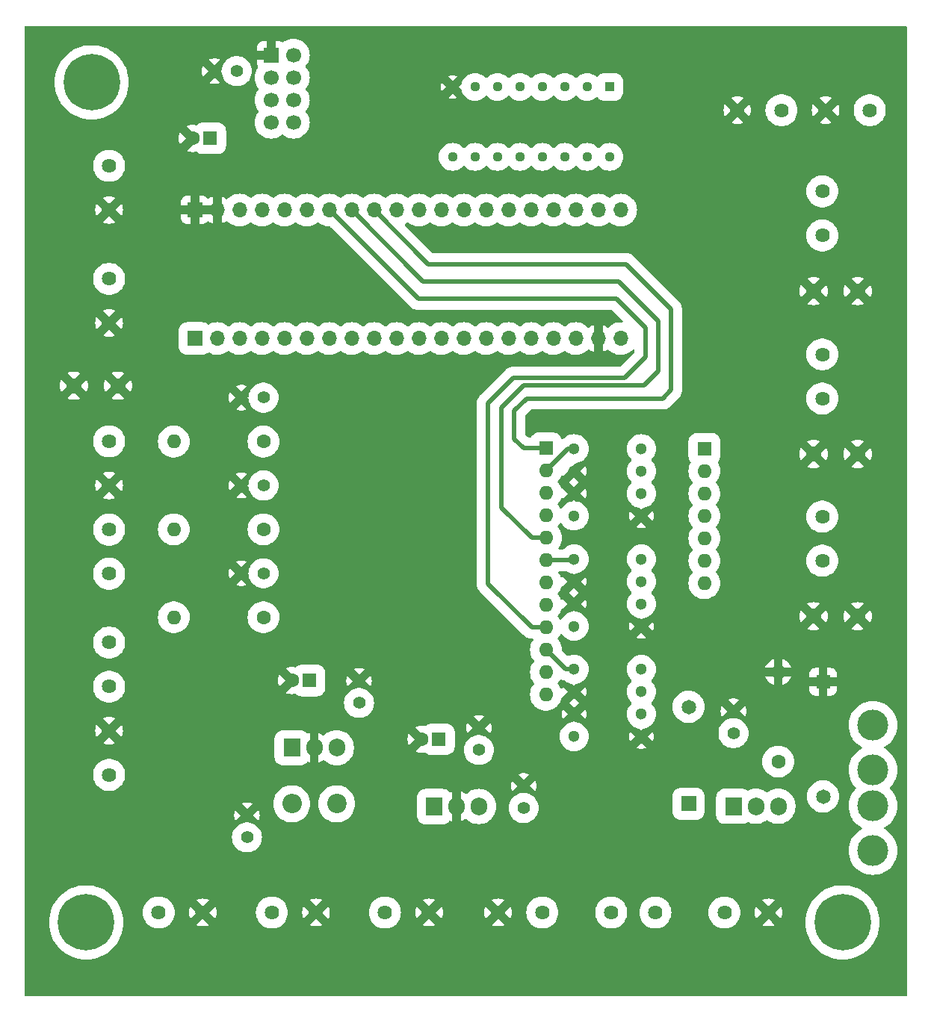
<source format=gbr>
%TF.GenerationSoftware,KiCad,Pcbnew,7.0.9*%
%TF.CreationDate,2024-04-29T14:45:23+03:00*%
%TF.ProjectId,kikad_project,6b696b61-645f-4707-926f-6a6563742e6b,rev?*%
%TF.SameCoordinates,Original*%
%TF.FileFunction,Copper,L2,Bot*%
%TF.FilePolarity,Positive*%
%FSLAX46Y46*%
G04 Gerber Fmt 4.6, Leading zero omitted, Abs format (unit mm)*
G04 Created by KiCad (PCBNEW 7.0.9) date 2024-04-29 14:45:23*
%MOMM*%
%LPD*%
G01*
G04 APERTURE LIST*
%TA.AperFunction,ComponentPad*%
%ADD10C,1.400000*%
%TD*%
%TA.AperFunction,ComponentPad*%
%ADD11C,1.625600*%
%TD*%
%TA.AperFunction,ComponentPad*%
%ADD12R,1.651000X1.651000*%
%TD*%
%TA.AperFunction,ComponentPad*%
%ADD13C,1.651000*%
%TD*%
%TA.AperFunction,ComponentPad*%
%ADD14R,1.905000X2.000000*%
%TD*%
%TA.AperFunction,ComponentPad*%
%ADD15O,1.905000X2.000000*%
%TD*%
%TA.AperFunction,ComponentPad*%
%ADD16C,1.650000*%
%TD*%
%TA.AperFunction,ComponentPad*%
%ADD17R,1.650000X1.650000*%
%TD*%
%TA.AperFunction,ComponentPad*%
%ADD18C,1.701800*%
%TD*%
%TA.AperFunction,ComponentPad*%
%ADD19C,1.300000*%
%TD*%
%TA.AperFunction,ComponentPad*%
%ADD20R,1.600000X1.600000*%
%TD*%
%TA.AperFunction,ComponentPad*%
%ADD21O,1.600000X1.600000*%
%TD*%
%TA.AperFunction,ComponentPad*%
%ADD22C,6.400000*%
%TD*%
%TA.AperFunction,ComponentPad*%
%ADD23C,2.200000*%
%TD*%
%TA.AperFunction,ComponentPad*%
%ADD24O,2.200000X2.200000*%
%TD*%
%TA.AperFunction,ComponentPad*%
%ADD25C,1.600000*%
%TD*%
%TA.AperFunction,ComponentPad*%
%ADD26C,3.500000*%
%TD*%
%TA.AperFunction,ComponentPad*%
%ADD27R,1.130000X1.130000*%
%TD*%
%TA.AperFunction,ComponentPad*%
%ADD28C,1.130000*%
%TD*%
%TA.AperFunction,ComponentPad*%
%ADD29O,1.700000X1.700000*%
%TD*%
%TA.AperFunction,ComponentPad*%
%ADD30R,1.700000X1.700000*%
%TD*%
%TA.AperFunction,ComponentPad*%
%ADD31C,1.700000*%
%TD*%
%TA.AperFunction,Conductor*%
%ADD32C,0.500000*%
%TD*%
%TA.AperFunction,Conductor*%
%ADD33C,0.250000*%
%TD*%
G04 APERTURE END LIST*
D10*
%TO.P,C12,1*%
%TO.N,OPT_END_WHEEL_LEFT*%
X27100000Y-52060000D03*
%TO.P,C12,2*%
%TO.N,GND*%
X24600000Y-52060000D03*
%TD*%
%TO.P,C11,1*%
%TO.N,OPT_END_WHEEL_RIGHT*%
X27100000Y-42100000D03*
%TO.P,C11,2*%
%TO.N,GND*%
X24600000Y-42100000D03*
%TD*%
%TO.P,C10,1*%
%TO.N,OPT_END_DISK*%
X27100000Y-62020000D03*
%TO.P,C10,2*%
%TO.N,GND*%
X24600000Y-62020000D03*
%TD*%
%TO.P,C9,1*%
%TO.N,+3.3V*%
X24070000Y-5080000D03*
%TO.P,C9,2*%
%TO.N,GND*%
X21570000Y-5080000D03*
%TD*%
%TO.P,C7,2*%
%TO.N,GND*%
X80350000Y-77650000D03*
%TO.P,C7,1*%
%TO.N,Net-(Q1-G)*%
X80350000Y-80150000D03*
%TD*%
%TO.P,C6,1*%
%TO.N,+5V*%
X51500000Y-82050000D03*
%TO.P,C6,2*%
%TO.N,GND*%
X51500000Y-79550000D03*
%TD*%
%TO.P,C4,1*%
%TO.N,+24V*%
X56575113Y-88630000D03*
%TO.P,C4,2*%
%TO.N,GND*%
X56575113Y-86130000D03*
%TD*%
%TO.P,C3,1*%
%TO.N,Net-(U3-IN)*%
X25220000Y-91960000D03*
%TO.P,C3,2*%
%TO.N,GND*%
X25220000Y-89460000D03*
%TD*%
%TO.P,C2,1*%
%TO.N,VCC*%
X37920000Y-76720000D03*
%TO.P,C2,2*%
%TO.N,GND*%
X37920000Y-74220000D03*
%TD*%
D11*
%TO.P,J18,1,1*%
%TO.N,+24V*%
X40854900Y-100480001D03*
%TO.P,J18,2,2*%
%TO.N,GND*%
X45854900Y-100480001D03*
%TD*%
%TO.P,J7,1,1*%
%TO.N,/IC2_VO2*%
X90420001Y-42195101D03*
%TO.P,J7,2,2*%
%TO.N,/IC2_VO1*%
X90420001Y-37195101D03*
%TD*%
D12*
%TO.P,D1,1*%
%TO.N,+24V*%
X75260000Y-88160600D03*
D13*
%TO.P,D1,2*%
%TO.N,Net-(Q1-G)*%
X75260000Y-77162400D03*
%TD*%
D11*
%TO.P,J11,1,1*%
%TO.N,Net-(J11-Pad1)*%
X9600000Y-47060000D03*
%TO.P,J11,2,2*%
%TO.N,GND*%
X9600000Y-52060000D03*
%TO.P,J11,3,3*%
%TO.N,VCC*%
X9600000Y-57060000D03*
%TO.P,J11,4,4*%
%TO.N,Net-(J11-Pad4)*%
X9600000Y-62060001D03*
%TD*%
D14*
%TO.P,U4,1,IN*%
%TO.N,+24V*%
X46420000Y-88460000D03*
D15*
%TO.P,U4,2,GND*%
%TO.N,GND*%
X48960000Y-88460000D03*
%TO.P,U4,3,OUT*%
%TO.N,+5V*%
X51500000Y-88460000D03*
%TD*%
D11*
%TO.P,J16,1,1*%
%TO.N,/IC3_VO2*%
X90420001Y-60595101D03*
%TO.P,J16,2,2*%
%TO.N,/IC3_VO1*%
X90420001Y-55595101D03*
%TD*%
D16*
%TO.P,D3,A*%
%TO.N,Net-(Q1-S)*%
X90500000Y-87320000D03*
D17*
%TO.P,D3,C*%
%TO.N,GND*%
X90500000Y-74320000D03*
%TD*%
D18*
%TO.P,J8,1,1*%
%TO.N,GND*%
X89420000Y-48495101D03*
%TO.P,J8,2,2*%
X94420000Y-48495101D03*
%TD*%
D19*
%TO.P,IC1,1,VF1+*%
%TO.N,/IC1_VF1+*%
X62290000Y-47890000D03*
%TO.P,IC1,2,VF1-*%
%TO.N,GND*%
X62290000Y-50430000D03*
%TO.P,IC1,3,VF2-*%
X62290000Y-52970000D03*
%TO.P,IC1,4,VF2+*%
%TO.N,/IC1_VF2+*%
X62290000Y-55510000D03*
%TO.P,IC1,5,GND*%
%TO.N,GND*%
X69910000Y-55510000D03*
%TO.P,IC1,6,V02*%
%TO.N,/IC1_VO2*%
X69910000Y-52970000D03*
%TO.P,IC1,7,V01*%
%TO.N,/IC1_VO1*%
X69910000Y-50430000D03*
%TO.P,IC1,8,Vcc*%
%TO.N,+5V*%
X69910000Y-47890000D03*
%TD*%
D11*
%TO.P,J10,1,1*%
%TO.N,VCC*%
X9600000Y-69870000D03*
%TO.P,J10,2,2*%
%TO.N,Net-(J10-Pad2)*%
X9600000Y-74870000D03*
%TO.P,J10,3,3*%
%TO.N,GND*%
X9600000Y-79870000D03*
%TO.P,J10,4,4*%
%TO.N,VCC*%
X9600000Y-84870001D03*
%TD*%
D20*
%TO.P,RN2,1,R1.1*%
%TO.N,DISK_PWM*%
X59100000Y-47860000D03*
D21*
%TO.P,RN2,2,R1.2*%
%TO.N,/IC1_VF1+*%
X59100000Y-50400000D03*
%TO.P,RN2,3,R2.1*%
%TO.N,DISK_DIR*%
X59100000Y-52940000D03*
%TO.P,RN2,4,R2.2*%
%TO.N,/IC1_VF2+*%
X59100000Y-55480000D03*
%TO.P,RN2,5,R3.1*%
%TO.N,WHEEL_LEFT_PWM*%
X59100000Y-58020000D03*
%TO.P,RN2,6,R3.2*%
%TO.N,/IC2_VF1+*%
X59100000Y-60560000D03*
%TO.P,RN2,7,R4.1*%
%TO.N,WHEEL_LEFT_DIR*%
X59100000Y-63100000D03*
%TO.P,RN2,8,R4.2*%
%TO.N,/IC2_VF2+*%
X59100000Y-65640000D03*
%TO.P,RN2,9,R5.1*%
%TO.N,WHEEL_RIGHT_PWM*%
X59100000Y-68180000D03*
%TO.P,RN2,10,R5.2*%
%TO.N,/IC3_VF1+*%
X59100000Y-70720000D03*
%TO.P,RN2,11,R6.1*%
%TO.N,WHEEL_RIGHT_DIR*%
X59100000Y-73260000D03*
%TO.P,RN2,12,R6.2*%
%TO.N,/IC3_VF2+*%
X59100000Y-75800000D03*
%TD*%
D11*
%TO.P,J6,1,1*%
%TO.N,+24V*%
X15214900Y-100480001D03*
%TO.P,J6,2,2*%
%TO.N,GND*%
X20214900Y-100480001D03*
%TD*%
%TO.P,J2,1,1*%
%TO.N,Net-(U12-E)*%
X95790000Y-9510000D03*
%TO.P,J2,2,2*%
%TO.N,GND*%
X90790000Y-9510000D03*
%TO.P,J2,3,3*%
%TO.N,Net-(U12-F)*%
X85790000Y-9510000D03*
%TO.P,J2,4,4*%
%TO.N,GND*%
X80789999Y-9510000D03*
%TD*%
%TO.P,J14,1,1*%
%TO.N,HAND_END_RIGHT*%
X9600000Y-28640000D03*
%TO.P,J14,2,2*%
%TO.N,GND*%
X9600000Y-33640000D03*
%TD*%
D22*
%TO.P,H2,1,1*%
%TO.N,unconnected-(H2-Pad1)*%
X7620000Y-6350000D03*
%TD*%
D23*
%TO.P,L1,1,1*%
%TO.N,+24V*%
X35380000Y-88150000D03*
D24*
%TO.P,L1,2,2*%
%TO.N,Net-(U3-IN)*%
X30300000Y-88150000D03*
%TD*%
D14*
%TO.P,U3,1,IN*%
%TO.N,Net-(U3-IN)*%
X30300000Y-81800000D03*
D15*
%TO.P,U3,2,GND*%
%TO.N,GND*%
X32840000Y-81800000D03*
%TO.P,U3,3,OUT*%
%TO.N,VCC*%
X35380000Y-81800000D03*
%TD*%
D25*
%TO.P,R3,1*%
%TO.N,OPT_END_WHEEL_RIGHT*%
X27100000Y-47080000D03*
D21*
%TO.P,R3,2*%
%TO.N,Net-(J11-Pad1)*%
X16940000Y-47080000D03*
%TD*%
D18*
%TO.P,J17,1,1*%
%TO.N,GND*%
X89420000Y-66900001D03*
%TO.P,J17,2,2*%
X94420000Y-66900001D03*
%TD*%
D19*
%TO.P,IC2,1,VF1+*%
%TO.N,/IC2_VF1+*%
X62300000Y-60400000D03*
%TO.P,IC2,2,VF1-*%
%TO.N,GND*%
X62300000Y-62940000D03*
%TO.P,IC2,3,VF2-*%
X62300000Y-65480000D03*
%TO.P,IC2,4,VF2+*%
%TO.N,/IC2_VF2+*%
X62300000Y-68020000D03*
%TO.P,IC2,5,GND*%
%TO.N,GND*%
X69920000Y-68020000D03*
%TO.P,IC2,6,V02*%
%TO.N,/IC2_VO2*%
X69920000Y-65480000D03*
%TO.P,IC2,7,V01*%
%TO.N,/IC2_VO1*%
X69920000Y-62940000D03*
%TO.P,IC2,8,Vcc*%
%TO.N,+5V*%
X69920000Y-60400000D03*
%TD*%
D11*
%TO.P,J1,1,1*%
%TO.N,Net-(J1-Pad1)*%
X79324900Y-100480001D03*
%TO.P,J1,2,2*%
%TO.N,GND*%
X84324900Y-100480001D03*
%TD*%
%TO.P,J3,1,1*%
%TO.N,GND*%
X53684900Y-100480001D03*
%TO.P,J3,2,2*%
%TO.N,+24V*%
X58684900Y-100480001D03*
%TD*%
D20*
%TO.P,C1,1*%
%TO.N,VCC*%
X32300000Y-74180000D03*
D25*
%TO.P,C1,2*%
%TO.N,GND*%
X30300000Y-74180000D03*
%TD*%
D22*
%TO.P,H1,1,1*%
%TO.N,unconnected-(H1-Pad1)*%
X7000000Y-101600000D03*
%TD*%
D11*
%TO.P,J15,1,1*%
%TO.N,/BAT_SW*%
X66494900Y-100480001D03*
%TO.P,J15,2,2*%
%TO.N,Net-(J1-Pad1)*%
X71494900Y-100480001D03*
%TD*%
D25*
%TO.P,R1,1*%
%TO.N,Net-(Q1-G)*%
X85420000Y-83360000D03*
D21*
%TO.P,R1,2*%
%TO.N,GND*%
X85420000Y-73200000D03*
%TD*%
D14*
%TO.P,Q1,1,G*%
%TO.N,Net-(Q1-G)*%
X80340000Y-88440000D03*
D15*
%TO.P,Q1,2,S*%
%TO.N,Net-(Q1-S)*%
X82880000Y-88440000D03*
%TO.P,Q1,3,D*%
%TO.N,+24V*%
X85420000Y-88440000D03*
%TD*%
D11*
%TO.P,J4,1,1*%
%TO.N,/IC1_VO2*%
X90420001Y-23705101D03*
%TO.P,J4,2,2*%
%TO.N,/IC1_VO1*%
X90420001Y-18705101D03*
%TD*%
D20*
%TO.P,C5,1*%
%TO.N,+5V*%
X46960000Y-80840000D03*
D25*
%TO.P,C5,2*%
%TO.N,GND*%
X44960000Y-80840000D03*
%TD*%
D20*
%TO.P,C8,1*%
%TO.N,+3.3V*%
X21050000Y-12700000D03*
D25*
%TO.P,C8,2*%
%TO.N,GND*%
X19050000Y-12700000D03*
%TD*%
D22*
%TO.P,H3,1,1*%
%TO.N,unconnected-(H3-Pad1)*%
X92710000Y-101600000D03*
%TD*%
D18*
%TO.P,J12,1,1*%
%TO.N,GND*%
X10600001Y-40749999D03*
%TO.P,J12,2,2*%
X5600001Y-40749999D03*
%TD*%
D11*
%TO.P,J9,1,1*%
%TO.N,+24V*%
X28044900Y-100480001D03*
%TO.P,J9,2,2*%
%TO.N,GND*%
X33044900Y-100480001D03*
%TD*%
D26*
%TO.P,X1,1A*%
%TO.N,/BAT_SW*%
X96150000Y-93470000D03*
%TO.P,X1,1B*%
X96150000Y-88390000D03*
%TO.P,X1,2A*%
%TO.N,Net-(Q1-S)*%
X96150000Y-84330000D03*
%TO.P,X1,2B*%
X96150000Y-79250000D03*
%TD*%
D27*
%TO.P,U12,1,VCC*%
%TO.N,+3.3V*%
X66294000Y-6860000D03*
D28*
%TO.P,U12,2,EN_A*%
X63754000Y-6860000D03*
%TO.P,U12,3,A*%
%TO.N,HAND_PWM*%
X61214000Y-6860000D03*
%TO.P,U12,4,E*%
%TO.N,Net-(U12-E)*%
X58674000Y-6860000D03*
%TO.P,U12,5,F*%
%TO.N,Net-(U12-F)*%
X56134000Y-6860000D03*
%TO.P,U12,6,B*%
%TO.N,HAND_DIR*%
X53594000Y-6860000D03*
%TO.P,U12,7,EN_B*%
%TO.N,+3.3V*%
X51054000Y-6860000D03*
%TO.P,U12,8,VSS*%
%TO.N,GND*%
X48514000Y-6860000D03*
%TO.P,U12,9,EN_C*%
%TO.N,unconnected-(U12-EN_C-Pad9)*%
X48514000Y-14800000D03*
%TO.P,U12,10,C*%
%TO.N,unconnected-(U12-C-Pad10)*%
X51054000Y-14800000D03*
%TO.P,U12,11,G*%
%TO.N,unconnected-(U12-G-Pad11)*%
X53594000Y-14800000D03*
%TO.P,U12,12*%
%TO.N,N/C*%
X56134000Y-14800000D03*
%TO.P,U12,13,H*%
%TO.N,unconnected-(U12-H-Pad13)*%
X58674000Y-14800000D03*
%TO.P,U12,14,D*%
%TO.N,unconnected-(U12-D-Pad14)*%
X61214000Y-14800000D03*
%TO.P,U12,15,EN_D*%
%TO.N,unconnected-(U12-EN_D-Pad15)*%
X63754000Y-14800000D03*
%TO.P,U12,16,VDD*%
%TO.N,+5V*%
X66294000Y-14800000D03*
%TD*%
D18*
%TO.P,J5,1,1*%
%TO.N,GND*%
X89420000Y-30010000D03*
%TO.P,J5,2,2*%
X94420000Y-30010000D03*
%TD*%
D11*
%TO.P,J13,1,1*%
%TO.N,HAND_END_LEFT*%
X9600000Y-15820000D03*
%TO.P,J13,2,2*%
%TO.N,GND*%
X9600000Y-20820000D03*
%TD*%
D29*
%TO.P,U2,1,VBAT*%
%TO.N,unconnected-(U2-VBAT-Pad1)*%
X67564000Y-20828000D03*
%TO.P,U2,2,PC13*%
%TO.N,unconnected-(U2-PC13-Pad2)*%
X65024000Y-20828000D03*
%TO.P,U2,3,PC14*%
%TO.N,unconnected-(U2-PC14-Pad3)*%
X62484000Y-20828000D03*
%TO.P,U2,4,PC15*%
%TO.N,unconnected-(U2-PC15-Pad4)*%
X59944000Y-20828000D03*
%TO.P,U2,5,3V3*%
%TO.N,+3.3V*%
X67564000Y-35403000D03*
%TO.P,U2,6,3V3*%
X24384000Y-20828000D03*
%TO.P,U2,7,NRST*%
%TO.N,unconnected-(U2-NRST-Pad7)*%
X26924000Y-20828000D03*
%TO.P,U2,8,5V*%
%TO.N,VCC*%
X62484000Y-35403000D03*
%TO.P,U2,9,GND*%
%TO.N,GND*%
X65024000Y-35403000D03*
%TO.P,U2,10,PA0*%
%TO.N,unconnected-(U2-PA0-Pad10)*%
X57404000Y-20828000D03*
%TO.P,U2,11,PA1*%
%TO.N,HAND_PWM*%
X54864000Y-20828000D03*
%TO.P,U2,12,PA2*%
%TO.N,HAND_DIR*%
X52324000Y-20828000D03*
%TO.P,U2,13,PA3*%
%TO.N,unconnected-(U2-PA3-Pad13)*%
X49784000Y-20828000D03*
%TO.P,U2,14,PA4*%
%TO.N,DISK_DIR*%
X47244000Y-20828000D03*
%TO.P,U2,15,PA5*%
%TO.N,WHEEL_LEFT_DIR*%
X44704000Y-20828000D03*
%TO.P,U2,16,PA6*%
%TO.N,WHEEL_RIGHT_DIR*%
X42164000Y-20828000D03*
%TO.P,U2,17,PA7*%
%TO.N,DISK_PWM*%
X39624000Y-20828000D03*
%TO.P,U2,18,PB0*%
%TO.N,WHEEL_LEFT_PWM*%
X37084000Y-20828000D03*
%TO.P,U2,19,PB1*%
%TO.N,WHEEL_RIGHT_PWM*%
X34544000Y-20828000D03*
%TO.P,U2,20,GND*%
%TO.N,GND*%
X21844000Y-20828000D03*
%TO.P,U2,21,PB10*%
%TO.N,unconnected-(U2-PB10-Pad21)*%
X32004000Y-20828000D03*
%TO.P,U2,22,PB11*%
%TO.N,unconnected-(U2-PB11-Pad22)*%
X29464000Y-20828000D03*
D30*
%TO.P,U2,23,GND*%
%TO.N,GND*%
X19304000Y-20828000D03*
%TO.P,U2,25,PB12*%
%TO.N,unconnected-(U2-PB12-Pad25)*%
X19304000Y-35403000D03*
D29*
%TO.P,U2,26,PB13*%
%TO.N,unconnected-(U2-PB13-Pad26)*%
X21844000Y-35403000D03*
%TO.P,U2,27,PB14*%
%TO.N,HAND_END_RIGHT*%
X24384000Y-35403000D03*
%TO.P,U2,28,PB15*%
%TO.N,HAND_END_LEFT*%
X26924000Y-35403000D03*
%TO.P,U2,29,PA8*%
%TO.N,unconnected-(U2-PA8-Pad29)*%
X29464000Y-35403000D03*
%TO.P,U2,30,PA9*%
%TO.N,unconnected-(U2-PA9-Pad30)*%
X32004000Y-35403000D03*
%TO.P,U2,31,PA10*%
%TO.N,NRF24L01_IRQ*%
X34544000Y-35403000D03*
%TO.P,U2,32,PA11*%
%TO.N,NRF24L01_CE*%
X37084000Y-35403000D03*
%TO.P,U2,33,PA12*%
%TO.N,unconnected-(U2-PA12-Pad33)*%
X39624000Y-35403000D03*
%TO.P,U2,38,PA15*%
%TO.N,NRF24L01_CSN*%
X42164000Y-35403000D03*
%TO.P,U2,39,PB3*%
%TO.N,PB3*%
X44704000Y-35403000D03*
%TO.P,U2,40,PB4*%
%TO.N,PB4*%
X47244000Y-35403000D03*
%TO.P,U2,41,PB5*%
%TO.N,PB5*%
X49784000Y-35403000D03*
%TO.P,U2,42,PB6*%
%TO.N,unconnected-(U2-PB6-Pad42)*%
X52324000Y-35403000D03*
%TO.P,U2,43,PB7*%
%TO.N,OPT_END_WHEEL_RIGHT*%
X54864000Y-35403000D03*
%TO.P,U2,45,PB8*%
%TO.N,OPT_END_WHEEL_LEFT*%
X57404000Y-35403000D03*
%TO.P,U2,46,PB9*%
%TO.N,OPT_END_DISK*%
X59944000Y-35403000D03*
%TD*%
D25*
%TO.P,R2,1*%
%TO.N,OPT_END_DISK*%
X27100000Y-67000000D03*
D21*
%TO.P,R2,2*%
%TO.N,Net-(J10-Pad2)*%
X16940000Y-67000000D03*
%TD*%
D20*
%TO.P,RN1,1,common*%
%TO.N,+5V*%
X77050000Y-47900000D03*
D21*
%TO.P,RN1,2,R1*%
%TO.N,/IC1_VO1*%
X77050000Y-50440000D03*
%TO.P,RN1,3,R2*%
%TO.N,/IC1_VO2*%
X77050000Y-52980000D03*
%TO.P,RN1,4,R3*%
%TO.N,/IC2_VO1*%
X77050000Y-55520000D03*
%TO.P,RN1,5,R4*%
%TO.N,/IC2_VO2*%
X77050000Y-58060000D03*
%TO.P,RN1,6,R5*%
%TO.N,/IC3_VO1*%
X77050000Y-60600000D03*
%TO.P,RN1,7,R6*%
%TO.N,/IC3_VO2*%
X77050000Y-63140000D03*
%TD*%
D19*
%TO.P,IC3,1,VF1+*%
%TO.N,/IC3_VF1+*%
X62290000Y-72910000D03*
%TO.P,IC3,2,VF1-*%
%TO.N,GND*%
X62290000Y-75450000D03*
%TO.P,IC3,3,VF2-*%
X62290000Y-77990000D03*
%TO.P,IC3,4,VF2+*%
%TO.N,/IC3_VF2+*%
X62290000Y-80530000D03*
%TO.P,IC3,5,GND*%
%TO.N,GND*%
X69910000Y-80530000D03*
%TO.P,IC3,6,V02*%
%TO.N,/IC3_VO2*%
X69910000Y-77990000D03*
%TO.P,IC3,7,V01*%
%TO.N,/IC3_VO1*%
X69910000Y-75450000D03*
%TO.P,IC3,8,Vcc*%
%TO.N,+5V*%
X69910000Y-72910000D03*
%TD*%
D30*
%TO.P,U1,1,GND*%
%TO.N,GND*%
X27940000Y-3265000D03*
D31*
%TO.P,U1,2,VCC*%
%TO.N,+3.3V*%
X30480000Y-3265000D03*
%TO.P,U1,3,CE*%
%TO.N,NRF24L01_CE*%
X27940000Y-5805000D03*
%TO.P,U1,4,~{CSN}*%
%TO.N,NRF24L01_CSN*%
X30480000Y-5805000D03*
%TO.P,U1,5,SCK*%
%TO.N,PB3*%
X27940000Y-8345000D03*
%TO.P,U1,6,MOSI*%
%TO.N,PB5*%
X30480000Y-8345000D03*
%TO.P,U1,7,MISO*%
%TO.N,PB4*%
X27940000Y-10885000D03*
%TO.P,U1,8,IRQ*%
%TO.N,NRF24L01_IRQ*%
X30480000Y-10885000D03*
%TD*%
D25*
%TO.P,R4,1*%
%TO.N,OPT_END_WHEEL_LEFT*%
X27100000Y-57040000D03*
D21*
%TO.P,R4,2*%
%TO.N,Net-(J11-Pad4)*%
X16940000Y-57040000D03*
%TD*%
D32*
%TO.N,DISK_PWM*%
X56560000Y-47860000D02*
X55500000Y-46800000D01*
X73250000Y-41250000D02*
X73250000Y-32030000D01*
X73250000Y-32030000D02*
X68200000Y-26980000D01*
X56900000Y-42200000D02*
X72300000Y-42200000D01*
X59100000Y-47860000D02*
X56560000Y-47860000D01*
X72300000Y-42200000D02*
X73250000Y-41250000D01*
X55500000Y-46800000D02*
X55500000Y-43600000D01*
X68200000Y-26980000D02*
X45776000Y-26980000D01*
X45776000Y-26980000D02*
X39624000Y-20828000D01*
X55500000Y-43600000D02*
X56900000Y-42200000D01*
%TO.N,WHEEL_LEFT_PWM*%
X59100000Y-58020000D02*
X57480000Y-58020000D01*
X70200000Y-40700000D02*
X71800000Y-39100000D01*
X54050000Y-43250000D02*
X56600000Y-40700000D01*
X45196000Y-28940000D02*
X37084000Y-20828000D01*
X57480000Y-58020000D02*
X54050000Y-54590000D01*
X71800000Y-39100000D02*
X71800000Y-33400000D01*
X56600000Y-40700000D02*
X70200000Y-40700000D01*
X71800000Y-33400000D02*
X67340000Y-28940000D01*
X54050000Y-54590000D02*
X54050000Y-43250000D01*
X67340000Y-28940000D02*
X45196000Y-28940000D01*
%TO.N,WHEEL_RIGHT_PWM*%
X44616000Y-30900000D02*
X34544000Y-20828000D01*
X52500000Y-42750000D02*
X55400000Y-39850000D01*
X67100000Y-30900000D02*
X44616000Y-30900000D01*
X57480000Y-68180000D02*
X52500000Y-63200000D01*
X68050000Y-39850000D02*
X70400000Y-37500000D01*
X70400000Y-34200000D02*
X67100000Y-30900000D01*
X70400000Y-37500000D02*
X70400000Y-34200000D01*
X59100000Y-68180000D02*
X57480000Y-68180000D01*
X52500000Y-63200000D02*
X52500000Y-42750000D01*
X55400000Y-39850000D02*
X68050000Y-39850000D01*
D33*
%TO.N,unconnected-(H3-Pad1)*%
X92880000Y-100500000D02*
X93980000Y-101600000D01*
D32*
%TO.N,/IC1_VF1+*%
X61610000Y-47890000D02*
X59100000Y-50400000D01*
X62290000Y-47890000D02*
X61610000Y-47890000D01*
%TO.N,/IC2_VF1+*%
X59100000Y-60560000D02*
X62140000Y-60560000D01*
X62140000Y-60560000D02*
X62300000Y-60400000D01*
%TO.N,/IC3_VF1+*%
X61290000Y-72910000D02*
X59100000Y-70720000D01*
X62290000Y-72910000D02*
X61290000Y-72910000D01*
%TD*%
%TA.AperFunction,Conductor*%
%TO.N,GND*%
G36*
X28440000Y-3641000D02*
G01*
X28420315Y-3708039D01*
X28367511Y-3753794D01*
X28316000Y-3765000D01*
X27975763Y-3765000D01*
X28082315Y-3749680D01*
X28213100Y-3689952D01*
X28321761Y-3595798D01*
X28399493Y-3474844D01*
X28440000Y-3336889D01*
X28440000Y-3641000D01*
G37*
%TD.AperFunction*%
%TA.AperFunction,Conductor*%
G36*
X99942539Y-20185D02*
G01*
X99988294Y-72989D01*
X99999500Y-124500D01*
X99999500Y-109875500D01*
X99979815Y-109942539D01*
X99927011Y-109988294D01*
X99875500Y-109999500D01*
X124500Y-109999500D01*
X57461Y-109979815D01*
X11706Y-109927011D01*
X500Y-109875500D01*
X500Y-101600000D01*
X2794434Y-101600000D01*
X2814685Y-102012218D01*
X2814685Y-102012223D01*
X2814686Y-102012227D01*
X2875244Y-102420471D01*
X2975527Y-102820821D01*
X3114555Y-103209379D01*
X3114562Y-103209395D01*
X3114564Y-103209400D01*
X3291022Y-103582490D01*
X3291024Y-103582493D01*
X3503198Y-103936484D01*
X3749058Y-104267988D01*
X4026215Y-104573784D01*
X4332011Y-104850941D01*
X4332017Y-104850946D01*
X4663513Y-105096800D01*
X5017510Y-105308978D01*
X5390600Y-105485436D01*
X5390609Y-105485439D01*
X5390620Y-105485444D01*
X5751738Y-105614654D01*
X5779189Y-105624476D01*
X6179535Y-105724757D01*
X6587782Y-105785315D01*
X7000000Y-105805566D01*
X7412218Y-105785315D01*
X7820465Y-105724757D01*
X8220811Y-105624476D01*
X8401380Y-105559866D01*
X8609379Y-105485444D01*
X8609385Y-105485441D01*
X8609400Y-105485436D01*
X8982490Y-105308978D01*
X9336487Y-105096800D01*
X9667983Y-104850946D01*
X9973784Y-104573784D01*
X10250946Y-104267983D01*
X10496800Y-103936487D01*
X10708978Y-103582490D01*
X10885436Y-103209400D01*
X11024476Y-102820811D01*
X11124757Y-102420465D01*
X11185315Y-102012218D01*
X11205566Y-101600000D01*
X11185315Y-101187782D01*
X11124757Y-100779535D01*
X11049729Y-100480005D01*
X13396515Y-100480005D01*
X13416823Y-100751007D01*
X13416824Y-100751012D01*
X13416824Y-100751016D01*
X13416825Y-100751017D01*
X13423334Y-100779535D01*
X13477297Y-101015965D01*
X13477299Y-101015974D01*
X13477301Y-101015979D01*
X13576592Y-101268969D01*
X13712480Y-101504334D01*
X13788771Y-101600000D01*
X13881932Y-101716821D01*
X13998882Y-101825334D01*
X14081155Y-101901672D01*
X14305708Y-102054769D01*
X14550565Y-102172686D01*
X14550566Y-102172686D01*
X14550569Y-102172688D01*
X14810271Y-102252795D01*
X14810272Y-102252795D01*
X14810275Y-102252796D01*
X15079004Y-102293300D01*
X15079009Y-102293300D01*
X15079012Y-102293301D01*
X15079013Y-102293301D01*
X15350787Y-102293301D01*
X15350788Y-102293301D01*
X15350795Y-102293300D01*
X15619524Y-102252796D01*
X15619525Y-102252795D01*
X15619529Y-102252795D01*
X15879231Y-102172688D01*
X16124093Y-102054769D01*
X16348645Y-101901672D01*
X16368530Y-101883221D01*
X19518784Y-101883221D01*
X19730479Y-101970909D01*
X19969671Y-102028333D01*
X19969670Y-102028333D01*
X20214900Y-102047632D01*
X20460129Y-102028333D01*
X20699317Y-101970910D01*
X20911014Y-101883221D01*
X20214901Y-101187108D01*
X20214900Y-101187108D01*
X19518784Y-101883221D01*
X16368530Y-101883221D01*
X16547871Y-101716817D01*
X16717320Y-101504334D01*
X16853208Y-101268969D01*
X16952499Y-101015979D01*
X17012975Y-100751017D01*
X17013838Y-100739503D01*
X17033285Y-100480005D01*
X17033285Y-100480001D01*
X18647268Y-100480001D01*
X18666567Y-100725230D01*
X18723991Y-100964421D01*
X18811678Y-101176115D01*
X19469301Y-100518493D01*
X19652161Y-100518493D01*
X19683414Y-100668891D01*
X19754085Y-100805280D01*
X19858932Y-100917544D01*
X19990180Y-100997358D01*
X20138095Y-101038801D01*
X20253125Y-101038801D01*
X20367080Y-101023138D01*
X20507973Y-100961940D01*
X20627131Y-100864998D01*
X20715715Y-100739503D01*
X20767156Y-100594761D01*
X20775006Y-100480002D01*
X20922007Y-100480002D01*
X21618120Y-101176115D01*
X21705809Y-100964418D01*
X21763232Y-100725230D01*
X21782531Y-100480005D01*
X26226515Y-100480005D01*
X26246823Y-100751007D01*
X26246824Y-100751012D01*
X26246824Y-100751016D01*
X26246825Y-100751017D01*
X26253334Y-100779535D01*
X26307297Y-101015965D01*
X26307299Y-101015974D01*
X26307301Y-101015979D01*
X26406592Y-101268969D01*
X26542480Y-101504334D01*
X26618771Y-101600000D01*
X26711932Y-101716821D01*
X26828882Y-101825334D01*
X26911155Y-101901672D01*
X27135708Y-102054769D01*
X27380565Y-102172686D01*
X27380566Y-102172686D01*
X27380569Y-102172688D01*
X27640271Y-102252795D01*
X27640272Y-102252795D01*
X27640275Y-102252796D01*
X27909004Y-102293300D01*
X27909009Y-102293300D01*
X27909012Y-102293301D01*
X27909013Y-102293301D01*
X28180787Y-102293301D01*
X28180788Y-102293301D01*
X28180795Y-102293300D01*
X28449524Y-102252796D01*
X28449525Y-102252795D01*
X28449529Y-102252795D01*
X28709231Y-102172688D01*
X28954093Y-102054769D01*
X29178645Y-101901672D01*
X29198530Y-101883221D01*
X32348784Y-101883221D01*
X32560479Y-101970909D01*
X32799671Y-102028333D01*
X32799670Y-102028333D01*
X33044900Y-102047632D01*
X33290129Y-102028333D01*
X33529317Y-101970910D01*
X33741014Y-101883221D01*
X33044901Y-101187108D01*
X33044900Y-101187108D01*
X32348784Y-101883221D01*
X29198530Y-101883221D01*
X29377871Y-101716817D01*
X29547320Y-101504334D01*
X29683208Y-101268969D01*
X29782499Y-101015979D01*
X29842975Y-100751017D01*
X29843838Y-100739503D01*
X29863285Y-100480005D01*
X29863285Y-100480001D01*
X31477268Y-100480001D01*
X31496567Y-100725230D01*
X31553991Y-100964421D01*
X31641678Y-101176115D01*
X32299301Y-100518493D01*
X32482161Y-100518493D01*
X32513414Y-100668891D01*
X32584085Y-100805280D01*
X32688932Y-100917544D01*
X32820180Y-100997358D01*
X32968095Y-101038801D01*
X33083125Y-101038801D01*
X33197080Y-101023138D01*
X33337973Y-100961940D01*
X33457131Y-100864998D01*
X33545715Y-100739503D01*
X33597156Y-100594761D01*
X33605006Y-100480002D01*
X33752007Y-100480002D01*
X34448120Y-101176115D01*
X34535809Y-100964418D01*
X34593232Y-100725230D01*
X34612531Y-100480005D01*
X39036515Y-100480005D01*
X39056823Y-100751007D01*
X39056824Y-100751012D01*
X39056824Y-100751016D01*
X39056825Y-100751017D01*
X39063334Y-100779535D01*
X39117297Y-101015965D01*
X39117299Y-101015974D01*
X39117301Y-101015979D01*
X39216592Y-101268969D01*
X39352480Y-101504334D01*
X39428771Y-101600000D01*
X39521932Y-101716821D01*
X39638882Y-101825334D01*
X39721155Y-101901672D01*
X39945708Y-102054769D01*
X40190565Y-102172686D01*
X40190566Y-102172686D01*
X40190569Y-102172688D01*
X40450271Y-102252795D01*
X40450272Y-102252795D01*
X40450275Y-102252796D01*
X40719004Y-102293300D01*
X40719009Y-102293300D01*
X40719012Y-102293301D01*
X40719013Y-102293301D01*
X40990787Y-102293301D01*
X40990788Y-102293301D01*
X40990795Y-102293300D01*
X41259524Y-102252796D01*
X41259525Y-102252795D01*
X41259529Y-102252795D01*
X41519231Y-102172688D01*
X41764093Y-102054769D01*
X41988645Y-101901672D01*
X42008530Y-101883221D01*
X45158784Y-101883221D01*
X45370479Y-101970909D01*
X45609671Y-102028333D01*
X45609670Y-102028333D01*
X45854900Y-102047632D01*
X46100129Y-102028333D01*
X46339317Y-101970910D01*
X46551014Y-101883221D01*
X52988784Y-101883221D01*
X53200479Y-101970909D01*
X53439671Y-102028333D01*
X53439670Y-102028333D01*
X53684900Y-102047632D01*
X53930129Y-102028333D01*
X54169317Y-101970910D01*
X54381014Y-101883221D01*
X53684901Y-101187108D01*
X53684900Y-101187108D01*
X52988784Y-101883221D01*
X46551014Y-101883221D01*
X45854901Y-101187108D01*
X45854900Y-101187108D01*
X45158784Y-101883221D01*
X42008530Y-101883221D01*
X42187871Y-101716817D01*
X42357320Y-101504334D01*
X42493208Y-101268969D01*
X42592499Y-101015979D01*
X42652975Y-100751017D01*
X42653838Y-100739503D01*
X42673285Y-100480005D01*
X42673285Y-100480001D01*
X44287268Y-100480001D01*
X44306567Y-100725230D01*
X44363991Y-100964421D01*
X44451678Y-101176115D01*
X45109301Y-100518493D01*
X45292161Y-100518493D01*
X45323414Y-100668891D01*
X45394085Y-100805280D01*
X45498932Y-100917544D01*
X45630180Y-100997358D01*
X45778095Y-101038801D01*
X45893125Y-101038801D01*
X46007080Y-101023138D01*
X46147973Y-100961940D01*
X46267131Y-100864998D01*
X46355715Y-100739503D01*
X46407156Y-100594761D01*
X46415006Y-100480002D01*
X46562007Y-100480002D01*
X47258120Y-101176115D01*
X47345809Y-100964418D01*
X47403232Y-100725230D01*
X47422531Y-100480001D01*
X52117268Y-100480001D01*
X52136567Y-100725230D01*
X52193991Y-100964421D01*
X52281678Y-101176115D01*
X52939301Y-100518493D01*
X53122161Y-100518493D01*
X53153414Y-100668891D01*
X53224085Y-100805280D01*
X53328932Y-100917544D01*
X53460180Y-100997358D01*
X53608095Y-101038801D01*
X53723125Y-101038801D01*
X53837080Y-101023138D01*
X53977973Y-100961940D01*
X54097131Y-100864998D01*
X54185715Y-100739503D01*
X54237156Y-100594761D01*
X54245006Y-100480001D01*
X54392007Y-100480001D01*
X55088120Y-101176114D01*
X55175809Y-100964418D01*
X55233232Y-100725230D01*
X55252531Y-100480005D01*
X56866515Y-100480005D01*
X56886823Y-100751007D01*
X56886824Y-100751012D01*
X56886824Y-100751016D01*
X56886825Y-100751017D01*
X56893334Y-100779535D01*
X56947297Y-101015965D01*
X56947299Y-101015974D01*
X56947301Y-101015979D01*
X57046592Y-101268969D01*
X57182480Y-101504334D01*
X57258771Y-101600000D01*
X57351932Y-101716821D01*
X57468882Y-101825334D01*
X57551155Y-101901672D01*
X57775708Y-102054769D01*
X58020565Y-102172686D01*
X58020566Y-102172686D01*
X58020569Y-102172688D01*
X58280271Y-102252795D01*
X58280272Y-102252795D01*
X58280275Y-102252796D01*
X58549004Y-102293300D01*
X58549009Y-102293300D01*
X58549012Y-102293301D01*
X58549013Y-102293301D01*
X58820787Y-102293301D01*
X58820788Y-102293301D01*
X58820795Y-102293300D01*
X59089524Y-102252796D01*
X59089525Y-102252795D01*
X59089529Y-102252795D01*
X59349231Y-102172688D01*
X59594093Y-102054769D01*
X59818645Y-101901672D01*
X60017871Y-101716817D01*
X60187320Y-101504334D01*
X60323208Y-101268969D01*
X60422499Y-101015979D01*
X60482975Y-100751017D01*
X60483838Y-100739503D01*
X60503285Y-100480005D01*
X64676515Y-100480005D01*
X64696823Y-100751007D01*
X64696824Y-100751012D01*
X64696824Y-100751016D01*
X64696825Y-100751017D01*
X64703334Y-100779535D01*
X64757297Y-101015965D01*
X64757299Y-101015974D01*
X64757301Y-101015979D01*
X64856592Y-101268969D01*
X64992480Y-101504334D01*
X65068771Y-101600000D01*
X65161932Y-101716821D01*
X65278882Y-101825334D01*
X65361155Y-101901672D01*
X65585708Y-102054769D01*
X65830565Y-102172686D01*
X65830566Y-102172686D01*
X65830569Y-102172688D01*
X66090271Y-102252795D01*
X66090272Y-102252795D01*
X66090275Y-102252796D01*
X66359004Y-102293300D01*
X66359009Y-102293300D01*
X66359012Y-102293301D01*
X66359013Y-102293301D01*
X66630787Y-102293301D01*
X66630788Y-102293301D01*
X66630795Y-102293300D01*
X66899524Y-102252796D01*
X66899525Y-102252795D01*
X66899529Y-102252795D01*
X67159231Y-102172688D01*
X67404093Y-102054769D01*
X67628645Y-101901672D01*
X67827871Y-101716817D01*
X67997320Y-101504334D01*
X68133208Y-101268969D01*
X68232499Y-101015979D01*
X68292975Y-100751017D01*
X68293838Y-100739503D01*
X68313285Y-100480005D01*
X69676515Y-100480005D01*
X69696823Y-100751007D01*
X69696824Y-100751012D01*
X69696824Y-100751016D01*
X69696825Y-100751017D01*
X69703334Y-100779535D01*
X69757297Y-101015965D01*
X69757299Y-101015974D01*
X69757301Y-101015979D01*
X69856592Y-101268969D01*
X69992480Y-101504334D01*
X70068771Y-101600000D01*
X70161932Y-101716821D01*
X70278882Y-101825334D01*
X70361155Y-101901672D01*
X70585708Y-102054769D01*
X70830565Y-102172686D01*
X70830566Y-102172686D01*
X70830569Y-102172688D01*
X71090271Y-102252795D01*
X71090272Y-102252795D01*
X71090275Y-102252796D01*
X71359004Y-102293300D01*
X71359009Y-102293300D01*
X71359012Y-102293301D01*
X71359013Y-102293301D01*
X71630787Y-102293301D01*
X71630788Y-102293301D01*
X71630795Y-102293300D01*
X71899524Y-102252796D01*
X71899525Y-102252795D01*
X71899529Y-102252795D01*
X72159231Y-102172688D01*
X72404093Y-102054769D01*
X72628645Y-101901672D01*
X72827871Y-101716817D01*
X72997320Y-101504334D01*
X73133208Y-101268969D01*
X73232499Y-101015979D01*
X73292975Y-100751017D01*
X73293838Y-100739503D01*
X73313285Y-100480005D01*
X77506515Y-100480005D01*
X77526823Y-100751007D01*
X77526824Y-100751012D01*
X77526824Y-100751016D01*
X77526825Y-100751017D01*
X77533334Y-100779535D01*
X77587297Y-101015965D01*
X77587299Y-101015974D01*
X77587301Y-101015979D01*
X77686592Y-101268969D01*
X77822480Y-101504334D01*
X77898771Y-101600000D01*
X77991932Y-101716821D01*
X78108882Y-101825334D01*
X78191155Y-101901672D01*
X78415708Y-102054769D01*
X78660565Y-102172686D01*
X78660566Y-102172686D01*
X78660569Y-102172688D01*
X78920271Y-102252795D01*
X78920272Y-102252795D01*
X78920275Y-102252796D01*
X79189004Y-102293300D01*
X79189009Y-102293300D01*
X79189012Y-102293301D01*
X79189013Y-102293301D01*
X79460787Y-102293301D01*
X79460788Y-102293301D01*
X79460795Y-102293300D01*
X79729524Y-102252796D01*
X79729525Y-102252795D01*
X79729529Y-102252795D01*
X79989231Y-102172688D01*
X80234093Y-102054769D01*
X80458645Y-101901672D01*
X80478530Y-101883221D01*
X83628784Y-101883221D01*
X83840479Y-101970909D01*
X84079671Y-102028333D01*
X84079670Y-102028333D01*
X84324900Y-102047632D01*
X84570129Y-102028333D01*
X84809317Y-101970910D01*
X85021014Y-101883221D01*
X84737793Y-101600000D01*
X88504434Y-101600000D01*
X88524685Y-102012218D01*
X88524685Y-102012223D01*
X88524686Y-102012227D01*
X88585244Y-102420471D01*
X88685527Y-102820821D01*
X88824555Y-103209379D01*
X88824562Y-103209395D01*
X88824564Y-103209400D01*
X89001022Y-103582490D01*
X89001024Y-103582493D01*
X89213198Y-103936484D01*
X89459058Y-104267988D01*
X89736215Y-104573784D01*
X90042011Y-104850941D01*
X90042017Y-104850946D01*
X90373513Y-105096800D01*
X90727510Y-105308978D01*
X91100600Y-105485436D01*
X91100609Y-105485439D01*
X91100620Y-105485444D01*
X91461738Y-105614654D01*
X91489189Y-105624476D01*
X91889535Y-105724757D01*
X92297782Y-105785315D01*
X92710000Y-105805566D01*
X93122218Y-105785315D01*
X93530465Y-105724757D01*
X93930811Y-105624476D01*
X94111380Y-105559866D01*
X94319379Y-105485444D01*
X94319385Y-105485441D01*
X94319400Y-105485436D01*
X94692490Y-105308978D01*
X95046487Y-105096800D01*
X95377983Y-104850946D01*
X95683784Y-104573784D01*
X95960946Y-104267983D01*
X96206800Y-103936487D01*
X96418978Y-103582490D01*
X96595436Y-103209400D01*
X96734476Y-102820811D01*
X96834757Y-102420465D01*
X96895315Y-102012218D01*
X96915566Y-101600000D01*
X96895315Y-101187782D01*
X96834757Y-100779535D01*
X96734476Y-100379189D01*
X96673579Y-100208994D01*
X96595444Y-99990620D01*
X96595437Y-99990604D01*
X96595436Y-99990600D01*
X96418978Y-99617510D01*
X96206800Y-99263513D01*
X95960946Y-98932017D01*
X95960630Y-98931668D01*
X95683784Y-98626215D01*
X95377988Y-98349058D01*
X95046484Y-98103198D01*
X94692493Y-97891024D01*
X94692494Y-97891024D01*
X94692490Y-97891022D01*
X94319400Y-97714564D01*
X94319396Y-97714562D01*
X94319395Y-97714562D01*
X94319379Y-97714555D01*
X93930821Y-97575527D01*
X93930815Y-97575525D01*
X93930811Y-97575524D01*
X93732205Y-97525776D01*
X93530471Y-97475244D01*
X93530466Y-97475243D01*
X93530465Y-97475243D01*
X93429577Y-97460277D01*
X93122227Y-97414686D01*
X93122223Y-97414685D01*
X93122218Y-97414685D01*
X92710000Y-97394434D01*
X92297782Y-97414685D01*
X92297776Y-97414685D01*
X92297772Y-97414686D01*
X91889528Y-97475244D01*
X91587316Y-97550944D01*
X91489189Y-97575524D01*
X91489186Y-97575524D01*
X91489178Y-97575527D01*
X91100620Y-97714555D01*
X91100604Y-97714562D01*
X90727506Y-97891024D01*
X90373515Y-98103198D01*
X90042011Y-98349058D01*
X89736215Y-98626215D01*
X89459058Y-98932011D01*
X89213198Y-99263515D01*
X89001024Y-99617506D01*
X88824562Y-99990604D01*
X88824555Y-99990620D01*
X88685527Y-100379178D01*
X88585244Y-100779528D01*
X88524785Y-101187108D01*
X88524685Y-101187782D01*
X88504434Y-101600000D01*
X84737793Y-101600000D01*
X84324901Y-101187108D01*
X84324900Y-101187108D01*
X83628784Y-101883221D01*
X80478530Y-101883221D01*
X80657871Y-101716817D01*
X80827320Y-101504334D01*
X80963208Y-101268969D01*
X81062499Y-101015979D01*
X81122975Y-100751017D01*
X81123838Y-100739503D01*
X81143285Y-100480005D01*
X81143285Y-100480001D01*
X82757268Y-100480001D01*
X82776567Y-100725230D01*
X82833991Y-100964421D01*
X82921678Y-101176115D01*
X83579301Y-100518493D01*
X83762161Y-100518493D01*
X83793414Y-100668891D01*
X83864085Y-100805280D01*
X83968932Y-100917544D01*
X84100180Y-100997358D01*
X84248095Y-101038801D01*
X84363125Y-101038801D01*
X84477080Y-101023138D01*
X84617973Y-100961940D01*
X84737131Y-100864998D01*
X84825715Y-100739503D01*
X84877156Y-100594761D01*
X84885006Y-100480002D01*
X85032007Y-100480002D01*
X85728120Y-101176115D01*
X85815809Y-100964418D01*
X85873232Y-100725230D01*
X85892531Y-100480001D01*
X85873232Y-100234771D01*
X85815808Y-99995580D01*
X85728120Y-99783885D01*
X85032007Y-100480000D01*
X85032007Y-100480002D01*
X84885006Y-100480002D01*
X84887639Y-100441509D01*
X84856386Y-100291111D01*
X84785715Y-100154722D01*
X84680868Y-100042458D01*
X84549620Y-99962644D01*
X84401705Y-99921201D01*
X84286675Y-99921201D01*
X84172720Y-99936864D01*
X84031827Y-99998062D01*
X83912669Y-100095004D01*
X83824085Y-100220499D01*
X83772644Y-100365241D01*
X83762161Y-100518493D01*
X83579301Y-100518493D01*
X83617793Y-100480001D01*
X83617793Y-100480000D01*
X82921678Y-99783885D01*
X82833991Y-99995580D01*
X82776567Y-100234771D01*
X82757268Y-100480001D01*
X81143285Y-100480001D01*
X81143285Y-100479996D01*
X81122976Y-100208994D01*
X81122975Y-100208989D01*
X81122975Y-100208985D01*
X81062499Y-99944023D01*
X80963208Y-99691033D01*
X80827320Y-99455668D01*
X80657871Y-99243185D01*
X80657870Y-99243184D01*
X80657867Y-99243180D01*
X80478528Y-99076779D01*
X83628784Y-99076779D01*
X84324900Y-99772894D01*
X84324901Y-99772894D01*
X85021014Y-99076779D01*
X84809320Y-98989092D01*
X84570128Y-98931668D01*
X84570129Y-98931668D01*
X84324900Y-98912369D01*
X84079670Y-98931668D01*
X83840479Y-98989092D01*
X83628784Y-99076779D01*
X80478528Y-99076779D01*
X80458645Y-99058330D01*
X80458642Y-99058328D01*
X80234093Y-98905233D01*
X80234089Y-98905231D01*
X80234086Y-98905229D01*
X80234085Y-98905228D01*
X79989233Y-98787315D01*
X79989235Y-98787315D01*
X79729530Y-98707207D01*
X79729524Y-98707205D01*
X79460795Y-98666701D01*
X79460788Y-98666701D01*
X79189012Y-98666701D01*
X79189004Y-98666701D01*
X78920275Y-98707205D01*
X78920269Y-98707207D01*
X78660565Y-98787315D01*
X78415716Y-98905228D01*
X78415707Y-98905233D01*
X78191157Y-99058328D01*
X77991932Y-99243180D01*
X77822480Y-99455668D01*
X77686592Y-99691032D01*
X77587303Y-99944017D01*
X77587297Y-99944036D01*
X77526824Y-100208989D01*
X77526823Y-100208994D01*
X77506515Y-100479996D01*
X77506515Y-100480005D01*
X73313285Y-100480005D01*
X73313285Y-100479996D01*
X73292976Y-100208994D01*
X73292975Y-100208989D01*
X73292975Y-100208985D01*
X73232499Y-99944023D01*
X73133208Y-99691033D01*
X72997320Y-99455668D01*
X72827871Y-99243185D01*
X72827870Y-99243184D01*
X72827867Y-99243180D01*
X72628645Y-99058330D01*
X72628642Y-99058328D01*
X72404093Y-98905233D01*
X72404089Y-98905231D01*
X72404086Y-98905229D01*
X72404085Y-98905228D01*
X72159233Y-98787315D01*
X72159235Y-98787315D01*
X71899530Y-98707207D01*
X71899524Y-98707205D01*
X71630795Y-98666701D01*
X71630788Y-98666701D01*
X71359012Y-98666701D01*
X71359004Y-98666701D01*
X71090275Y-98707205D01*
X71090269Y-98707207D01*
X70830565Y-98787315D01*
X70585716Y-98905228D01*
X70585707Y-98905233D01*
X70361157Y-99058328D01*
X70161932Y-99243180D01*
X69992480Y-99455668D01*
X69856592Y-99691032D01*
X69757303Y-99944017D01*
X69757297Y-99944036D01*
X69696824Y-100208989D01*
X69696823Y-100208994D01*
X69676515Y-100479996D01*
X69676515Y-100480005D01*
X68313285Y-100480005D01*
X68313285Y-100479996D01*
X68292976Y-100208994D01*
X68292975Y-100208989D01*
X68292975Y-100208985D01*
X68232499Y-99944023D01*
X68133208Y-99691033D01*
X67997320Y-99455668D01*
X67827871Y-99243185D01*
X67827870Y-99243184D01*
X67827867Y-99243180D01*
X67628645Y-99058330D01*
X67628642Y-99058328D01*
X67404093Y-98905233D01*
X67404089Y-98905231D01*
X67404086Y-98905229D01*
X67404085Y-98905228D01*
X67159233Y-98787315D01*
X67159235Y-98787315D01*
X66899530Y-98707207D01*
X66899524Y-98707205D01*
X66630795Y-98666701D01*
X66630788Y-98666701D01*
X66359012Y-98666701D01*
X66359004Y-98666701D01*
X66090275Y-98707205D01*
X66090269Y-98707207D01*
X65830565Y-98787315D01*
X65585716Y-98905228D01*
X65585707Y-98905233D01*
X65361157Y-99058328D01*
X65161932Y-99243180D01*
X64992480Y-99455668D01*
X64856592Y-99691032D01*
X64757303Y-99944017D01*
X64757297Y-99944036D01*
X64696824Y-100208989D01*
X64696823Y-100208994D01*
X64676515Y-100479996D01*
X64676515Y-100480005D01*
X60503285Y-100480005D01*
X60503285Y-100479996D01*
X60482976Y-100208994D01*
X60482975Y-100208989D01*
X60482975Y-100208985D01*
X60422499Y-99944023D01*
X60323208Y-99691033D01*
X60187320Y-99455668D01*
X60017871Y-99243185D01*
X60017870Y-99243184D01*
X60017867Y-99243180D01*
X59818645Y-99058330D01*
X59818642Y-99058328D01*
X59594093Y-98905233D01*
X59594089Y-98905231D01*
X59594086Y-98905229D01*
X59594085Y-98905228D01*
X59349233Y-98787315D01*
X59349235Y-98787315D01*
X59089530Y-98707207D01*
X59089524Y-98707205D01*
X58820795Y-98666701D01*
X58820788Y-98666701D01*
X58549012Y-98666701D01*
X58549004Y-98666701D01*
X58280275Y-98707205D01*
X58280269Y-98707207D01*
X58020565Y-98787315D01*
X57775716Y-98905228D01*
X57775707Y-98905233D01*
X57551157Y-99058328D01*
X57351932Y-99243180D01*
X57182480Y-99455668D01*
X57046592Y-99691032D01*
X56947303Y-99944017D01*
X56947297Y-99944036D01*
X56886824Y-100208989D01*
X56886823Y-100208994D01*
X56866515Y-100479996D01*
X56866515Y-100480005D01*
X55252531Y-100480005D01*
X55252531Y-100480001D01*
X55233232Y-100234771D01*
X55175808Y-99995580D01*
X55088120Y-99783885D01*
X54392007Y-100480000D01*
X54392007Y-100480001D01*
X54245006Y-100480001D01*
X54247639Y-100441509D01*
X54216386Y-100291111D01*
X54145715Y-100154722D01*
X54040868Y-100042458D01*
X53909620Y-99962644D01*
X53761705Y-99921201D01*
X53646675Y-99921201D01*
X53532720Y-99936864D01*
X53391827Y-99998062D01*
X53272669Y-100095004D01*
X53184085Y-100220499D01*
X53132644Y-100365241D01*
X53122161Y-100518493D01*
X52939301Y-100518493D01*
X52977793Y-100480001D01*
X52977793Y-100480000D01*
X52281678Y-99783885D01*
X52193991Y-99995580D01*
X52136567Y-100234771D01*
X52117268Y-100480001D01*
X47422531Y-100480001D01*
X47403232Y-100234771D01*
X47345808Y-99995580D01*
X47258120Y-99783885D01*
X46562007Y-100480000D01*
X46562007Y-100480002D01*
X46415006Y-100480002D01*
X46417639Y-100441509D01*
X46386386Y-100291111D01*
X46315715Y-100154722D01*
X46210868Y-100042458D01*
X46079620Y-99962644D01*
X45931705Y-99921201D01*
X45816675Y-99921201D01*
X45702720Y-99936864D01*
X45561827Y-99998062D01*
X45442669Y-100095004D01*
X45354085Y-100220499D01*
X45302644Y-100365241D01*
X45292161Y-100518493D01*
X45109301Y-100518493D01*
X45147793Y-100480001D01*
X45147793Y-100480000D01*
X44451678Y-99783885D01*
X44363991Y-99995580D01*
X44306567Y-100234771D01*
X44287268Y-100480001D01*
X42673285Y-100480001D01*
X42673285Y-100479996D01*
X42652976Y-100208994D01*
X42652975Y-100208989D01*
X42652975Y-100208985D01*
X42592499Y-99944023D01*
X42493208Y-99691033D01*
X42357320Y-99455668D01*
X42187871Y-99243185D01*
X42187870Y-99243184D01*
X42187867Y-99243180D01*
X42008528Y-99076779D01*
X45158784Y-99076779D01*
X45854900Y-99772894D01*
X45854901Y-99772894D01*
X46551014Y-99076779D01*
X52988784Y-99076779D01*
X53684900Y-99772894D01*
X53684901Y-99772894D01*
X54381014Y-99076779D01*
X54169320Y-98989092D01*
X53930128Y-98931668D01*
X53930129Y-98931668D01*
X53684900Y-98912369D01*
X53439670Y-98931668D01*
X53200479Y-98989092D01*
X52988784Y-99076779D01*
X46551014Y-99076779D01*
X46339320Y-98989092D01*
X46100128Y-98931668D01*
X46100129Y-98931668D01*
X45854900Y-98912369D01*
X45609670Y-98931668D01*
X45370479Y-98989092D01*
X45158784Y-99076779D01*
X42008528Y-99076779D01*
X41988645Y-99058330D01*
X41988642Y-99058328D01*
X41764093Y-98905233D01*
X41764089Y-98905231D01*
X41764086Y-98905229D01*
X41764085Y-98905228D01*
X41519233Y-98787315D01*
X41519235Y-98787315D01*
X41259530Y-98707207D01*
X41259524Y-98707205D01*
X40990795Y-98666701D01*
X40990788Y-98666701D01*
X40719012Y-98666701D01*
X40719004Y-98666701D01*
X40450275Y-98707205D01*
X40450269Y-98707207D01*
X40190565Y-98787315D01*
X39945716Y-98905228D01*
X39945707Y-98905233D01*
X39721157Y-99058328D01*
X39521932Y-99243180D01*
X39352480Y-99455668D01*
X39216592Y-99691032D01*
X39117303Y-99944017D01*
X39117297Y-99944036D01*
X39056824Y-100208989D01*
X39056823Y-100208994D01*
X39036515Y-100479996D01*
X39036515Y-100480005D01*
X34612531Y-100480005D01*
X34612531Y-100480001D01*
X34593232Y-100234771D01*
X34535808Y-99995580D01*
X34448120Y-99783885D01*
X33752007Y-100480000D01*
X33752007Y-100480002D01*
X33605006Y-100480002D01*
X33607639Y-100441509D01*
X33576386Y-100291111D01*
X33505715Y-100154722D01*
X33400868Y-100042458D01*
X33269620Y-99962644D01*
X33121705Y-99921201D01*
X33006675Y-99921201D01*
X32892720Y-99936864D01*
X32751827Y-99998062D01*
X32632669Y-100095004D01*
X32544085Y-100220499D01*
X32492644Y-100365241D01*
X32482161Y-100518493D01*
X32299301Y-100518493D01*
X32337793Y-100480001D01*
X32337793Y-100480000D01*
X31641678Y-99783885D01*
X31553991Y-99995580D01*
X31496567Y-100234771D01*
X31477268Y-100480001D01*
X29863285Y-100480001D01*
X29863285Y-100479996D01*
X29842976Y-100208994D01*
X29842975Y-100208989D01*
X29842975Y-100208985D01*
X29782499Y-99944023D01*
X29683208Y-99691033D01*
X29547320Y-99455668D01*
X29377871Y-99243185D01*
X29377870Y-99243184D01*
X29377867Y-99243180D01*
X29198528Y-99076779D01*
X32348784Y-99076779D01*
X33044900Y-99772894D01*
X33044901Y-99772894D01*
X33741014Y-99076779D01*
X33529320Y-98989092D01*
X33290128Y-98931668D01*
X33290129Y-98931668D01*
X33044900Y-98912369D01*
X32799670Y-98931668D01*
X32560479Y-98989092D01*
X32348784Y-99076779D01*
X29198528Y-99076779D01*
X29178645Y-99058330D01*
X29178642Y-99058328D01*
X28954093Y-98905233D01*
X28954089Y-98905231D01*
X28954086Y-98905229D01*
X28954085Y-98905228D01*
X28709233Y-98787315D01*
X28709235Y-98787315D01*
X28449530Y-98707207D01*
X28449524Y-98707205D01*
X28180795Y-98666701D01*
X28180788Y-98666701D01*
X27909012Y-98666701D01*
X27909004Y-98666701D01*
X27640275Y-98707205D01*
X27640269Y-98707207D01*
X27380565Y-98787315D01*
X27135716Y-98905228D01*
X27135707Y-98905233D01*
X26911157Y-99058328D01*
X26711932Y-99243180D01*
X26542480Y-99455668D01*
X26406592Y-99691032D01*
X26307303Y-99944017D01*
X26307297Y-99944036D01*
X26246824Y-100208989D01*
X26246823Y-100208994D01*
X26226515Y-100479996D01*
X26226515Y-100480005D01*
X21782531Y-100480005D01*
X21782531Y-100480001D01*
X21763232Y-100234771D01*
X21705808Y-99995580D01*
X21618120Y-99783885D01*
X20922007Y-100480000D01*
X20922007Y-100480002D01*
X20775006Y-100480002D01*
X20777639Y-100441509D01*
X20746386Y-100291111D01*
X20675715Y-100154722D01*
X20570868Y-100042458D01*
X20439620Y-99962644D01*
X20291705Y-99921201D01*
X20176675Y-99921201D01*
X20062720Y-99936864D01*
X19921827Y-99998062D01*
X19802669Y-100095004D01*
X19714085Y-100220499D01*
X19662644Y-100365241D01*
X19652161Y-100518493D01*
X19469301Y-100518493D01*
X19507793Y-100480001D01*
X19507793Y-100480000D01*
X18811678Y-99783885D01*
X18723991Y-99995580D01*
X18666567Y-100234771D01*
X18647268Y-100480001D01*
X17033285Y-100480001D01*
X17033285Y-100479996D01*
X17012976Y-100208994D01*
X17012975Y-100208989D01*
X17012975Y-100208985D01*
X16952499Y-99944023D01*
X16853208Y-99691033D01*
X16717320Y-99455668D01*
X16547871Y-99243185D01*
X16547870Y-99243184D01*
X16547867Y-99243180D01*
X16368528Y-99076779D01*
X19518784Y-99076779D01*
X20214900Y-99772894D01*
X20214901Y-99772894D01*
X20911014Y-99076779D01*
X20699320Y-98989092D01*
X20460128Y-98931668D01*
X20460129Y-98931668D01*
X20214900Y-98912369D01*
X19969670Y-98931668D01*
X19730479Y-98989092D01*
X19518784Y-99076779D01*
X16368528Y-99076779D01*
X16348645Y-99058330D01*
X16348642Y-99058328D01*
X16124093Y-98905233D01*
X16124089Y-98905231D01*
X16124086Y-98905229D01*
X16124085Y-98905228D01*
X15879233Y-98787315D01*
X15879235Y-98787315D01*
X15619530Y-98707207D01*
X15619524Y-98707205D01*
X15350795Y-98666701D01*
X15350788Y-98666701D01*
X15079012Y-98666701D01*
X15079004Y-98666701D01*
X14810275Y-98707205D01*
X14810269Y-98707207D01*
X14550565Y-98787315D01*
X14305716Y-98905228D01*
X14305707Y-98905233D01*
X14081157Y-99058328D01*
X13881932Y-99243180D01*
X13712480Y-99455668D01*
X13576592Y-99691032D01*
X13477303Y-99944017D01*
X13477297Y-99944036D01*
X13416824Y-100208989D01*
X13416823Y-100208994D01*
X13396515Y-100479996D01*
X13396515Y-100480005D01*
X11049729Y-100480005D01*
X11024476Y-100379189D01*
X10963579Y-100208994D01*
X10885444Y-99990620D01*
X10885437Y-99990604D01*
X10885436Y-99990600D01*
X10708978Y-99617510D01*
X10496800Y-99263513D01*
X10250946Y-98932017D01*
X10250630Y-98931668D01*
X9973784Y-98626215D01*
X9667988Y-98349058D01*
X9336484Y-98103198D01*
X8982493Y-97891024D01*
X8982494Y-97891024D01*
X8982490Y-97891022D01*
X8609400Y-97714564D01*
X8609396Y-97714562D01*
X8609395Y-97714562D01*
X8609379Y-97714555D01*
X8220821Y-97575527D01*
X8220815Y-97575525D01*
X8220811Y-97575524D01*
X8022205Y-97525776D01*
X7820471Y-97475244D01*
X7820466Y-97475243D01*
X7820465Y-97475243D01*
X7719577Y-97460277D01*
X7412227Y-97414686D01*
X7412223Y-97414685D01*
X7412218Y-97414685D01*
X7000000Y-97394434D01*
X6587782Y-97414685D01*
X6587776Y-97414685D01*
X6587772Y-97414686D01*
X6179528Y-97475244D01*
X5877316Y-97550944D01*
X5779189Y-97575524D01*
X5779186Y-97575524D01*
X5779178Y-97575527D01*
X5390620Y-97714555D01*
X5390604Y-97714562D01*
X5017506Y-97891024D01*
X4663515Y-98103198D01*
X4332011Y-98349058D01*
X4026215Y-98626215D01*
X3749058Y-98932011D01*
X3503198Y-99263515D01*
X3291024Y-99617506D01*
X3114562Y-99990604D01*
X3114555Y-99990620D01*
X2975527Y-100379178D01*
X2875244Y-100779528D01*
X2814785Y-101187108D01*
X2814685Y-101187782D01*
X2794434Y-101600000D01*
X500Y-101600000D01*
X500Y-91960004D01*
X23514732Y-91960004D01*
X23533777Y-92214154D01*
X23533778Y-92214157D01*
X23590492Y-92462637D01*
X23683607Y-92699888D01*
X23811041Y-92920612D01*
X23969950Y-93119877D01*
X24156783Y-93293232D01*
X24367366Y-93436805D01*
X24367371Y-93436807D01*
X24367372Y-93436808D01*
X24367373Y-93436809D01*
X24436296Y-93470000D01*
X24596992Y-93547387D01*
X24596993Y-93547387D01*
X24596996Y-93547389D01*
X24840542Y-93622513D01*
X25092565Y-93660500D01*
X25347435Y-93660500D01*
X25599458Y-93622513D01*
X25843004Y-93547389D01*
X26003704Y-93470000D01*
X93394473Y-93470000D01*
X93414563Y-93802136D01*
X93414563Y-93802141D01*
X93414564Y-93802142D01*
X93474544Y-94129441D01*
X93474545Y-94129445D01*
X93474546Y-94129449D01*
X93573530Y-94447104D01*
X93573534Y-94447116D01*
X93573537Y-94447123D01*
X93710102Y-94750557D01*
X93882246Y-95035318D01*
X93882251Y-95035326D01*
X94087460Y-95297255D01*
X94322744Y-95532539D01*
X94584673Y-95737748D01*
X94584678Y-95737751D01*
X94584682Y-95737754D01*
X94869443Y-95909898D01*
X95172877Y-96046463D01*
X95172890Y-96046467D01*
X95172895Y-96046469D01*
X95384665Y-96112458D01*
X95490559Y-96145456D01*
X95817858Y-96205436D01*
X96150000Y-96225527D01*
X96482142Y-96205436D01*
X96809441Y-96145456D01*
X97127123Y-96046463D01*
X97430557Y-95909898D01*
X97715318Y-95737754D01*
X97977252Y-95532542D01*
X98212542Y-95297252D01*
X98417754Y-95035318D01*
X98589898Y-94750557D01*
X98726463Y-94447123D01*
X98825456Y-94129441D01*
X98885436Y-93802142D01*
X98905527Y-93470000D01*
X98885436Y-93137858D01*
X98825456Y-92810559D01*
X98726463Y-92492877D01*
X98589898Y-92189443D01*
X98417754Y-91904682D01*
X98417751Y-91904678D01*
X98417748Y-91904673D01*
X98212539Y-91642744D01*
X97977255Y-91407460D01*
X97715326Y-91202252D01*
X97715324Y-91202251D01*
X97715318Y-91202246D01*
X97440502Y-91036114D01*
X97393318Y-90984589D01*
X97381479Y-90915730D01*
X97408748Y-90851401D01*
X97440500Y-90823887D01*
X97715318Y-90657754D01*
X97977252Y-90452542D01*
X98212542Y-90217252D01*
X98401562Y-89975986D01*
X98417748Y-89955326D01*
X98417748Y-89955324D01*
X98417754Y-89955318D01*
X98589898Y-89670557D01*
X98726463Y-89367123D01*
X98825456Y-89049441D01*
X98885436Y-88722142D01*
X98905527Y-88390000D01*
X98885436Y-88057858D01*
X98825456Y-87730559D01*
X98778267Y-87579122D01*
X98726469Y-87412895D01*
X98726467Y-87412890D01*
X98726463Y-87412877D01*
X98589898Y-87109443D01*
X98417754Y-86824682D01*
X98417751Y-86824678D01*
X98417748Y-86824673D01*
X98212542Y-86562748D01*
X98155883Y-86506089D01*
X98097473Y-86447679D01*
X98063990Y-86386359D01*
X98068974Y-86316667D01*
X98097473Y-86272320D01*
X98212542Y-86157252D01*
X98417754Y-85895318D01*
X98589898Y-85610557D01*
X98726463Y-85307123D01*
X98825456Y-84989441D01*
X98885436Y-84662142D01*
X98905527Y-84330000D01*
X98885436Y-83997858D01*
X98825456Y-83670559D01*
X98744361Y-83410314D01*
X98726469Y-83352895D01*
X98726467Y-83352890D01*
X98726463Y-83352877D01*
X98589898Y-83049443D01*
X98417754Y-82764682D01*
X98417751Y-82764678D01*
X98417748Y-82764673D01*
X98212539Y-82502744D01*
X97977255Y-82267460D01*
X97715326Y-82062252D01*
X97715324Y-82062251D01*
X97715318Y-82062246D01*
X97440502Y-81896114D01*
X97393318Y-81844589D01*
X97381479Y-81775730D01*
X97408748Y-81711401D01*
X97440500Y-81683887D01*
X97715318Y-81517754D01*
X97977252Y-81312542D01*
X98212542Y-81077252D01*
X98417754Y-80815318D01*
X98589898Y-80530557D01*
X98726463Y-80227123D01*
X98825456Y-79909441D01*
X98885436Y-79582142D01*
X98905527Y-79250000D01*
X98885436Y-78917858D01*
X98825456Y-78590559D01*
X98770572Y-78414429D01*
X98726469Y-78272895D01*
X98726467Y-78272890D01*
X98726463Y-78272877D01*
X98589898Y-77969443D01*
X98417754Y-77684682D01*
X98417751Y-77684678D01*
X98417748Y-77684673D01*
X98212539Y-77422744D01*
X97977255Y-77187460D01*
X97715326Y-76982251D01*
X97650220Y-76942893D01*
X97430557Y-76810102D01*
X97127123Y-76673537D01*
X97127116Y-76673534D01*
X97127104Y-76673530D01*
X96809449Y-76574546D01*
X96809445Y-76574545D01*
X96809441Y-76574544D01*
X96482142Y-76514564D01*
X96482141Y-76514563D01*
X96482136Y-76514563D01*
X96150000Y-76494473D01*
X95817863Y-76514563D01*
X95817858Y-76514564D01*
X95490559Y-76574544D01*
X95490556Y-76574544D01*
X95490550Y-76574546D01*
X95172895Y-76673530D01*
X95172879Y-76673536D01*
X95172877Y-76673537D01*
X94869443Y-76810102D01*
X94854206Y-76819313D01*
X94584673Y-76982251D01*
X94322744Y-77187460D01*
X94087460Y-77422744D01*
X93882251Y-77684673D01*
X93710101Y-77969445D01*
X93710100Y-77969447D01*
X93660498Y-78079656D01*
X93579745Y-78259085D01*
X93573536Y-78272880D01*
X93573530Y-78272895D01*
X93474546Y-78590550D01*
X93474544Y-78590556D01*
X93474544Y-78590559D01*
X93445656Y-78748195D01*
X93414563Y-78917863D01*
X93394473Y-79250000D01*
X93414563Y-79582136D01*
X93414563Y-79582141D01*
X93414564Y-79582142D01*
X93474544Y-79909441D01*
X93474545Y-79909445D01*
X93474546Y-79909449D01*
X93573530Y-80227104D01*
X93573534Y-80227116D01*
X93573537Y-80227123D01*
X93710102Y-80530557D01*
X93855971Y-80771854D01*
X93882251Y-80815326D01*
X94087460Y-81077255D01*
X94322744Y-81312539D01*
X94584673Y-81517748D01*
X94584678Y-81517751D01*
X94584682Y-81517754D01*
X94859495Y-81683884D01*
X94906681Y-81735411D01*
X94918520Y-81804270D01*
X94891251Y-81868599D01*
X94859496Y-81896114D01*
X94710949Y-81985915D01*
X94584673Y-82062251D01*
X94322744Y-82267460D01*
X94087460Y-82502744D01*
X93882251Y-82764673D01*
X93710101Y-83049445D01*
X93710100Y-83049447D01*
X93688606Y-83097205D01*
X93585072Y-83327249D01*
X93573536Y-83352880D01*
X93573530Y-83352895D01*
X93474546Y-83670550D01*
X93474544Y-83670556D01*
X93474544Y-83670559D01*
X93449817Y-83805489D01*
X93414563Y-83997863D01*
X93394473Y-84330000D01*
X93414563Y-84662136D01*
X93414563Y-84662141D01*
X93414564Y-84662142D01*
X93474544Y-84989441D01*
X93474545Y-84989445D01*
X93474546Y-84989449D01*
X93573530Y-85307104D01*
X93573534Y-85307116D01*
X93573537Y-85307123D01*
X93710102Y-85610557D01*
X93879347Y-85890523D01*
X93882251Y-85895326D01*
X94087460Y-86157255D01*
X94202524Y-86272319D01*
X94236009Y-86333642D01*
X94231025Y-86403334D01*
X94202524Y-86447681D01*
X94087460Y-86562744D01*
X93882251Y-86824673D01*
X93799202Y-86962054D01*
X93735788Y-87066954D01*
X93710101Y-87109445D01*
X93710100Y-87109447D01*
X93660498Y-87219656D01*
X93587450Y-87381965D01*
X93573536Y-87412880D01*
X93573530Y-87412895D01*
X93474546Y-87730550D01*
X93474544Y-87730556D01*
X93474544Y-87730559D01*
X93450662Y-87860878D01*
X93414563Y-88057863D01*
X93394473Y-88390000D01*
X93414563Y-88722136D01*
X93414563Y-88722141D01*
X93414564Y-88722142D01*
X93474544Y-89049441D01*
X93474545Y-89049445D01*
X93474546Y-89049449D01*
X93573530Y-89367104D01*
X93573534Y-89367116D01*
X93573537Y-89367123D01*
X93710102Y-89670557D01*
X93873423Y-89940723D01*
X93882251Y-89955326D01*
X94087460Y-90217255D01*
X94322744Y-90452539D01*
X94584673Y-90657748D01*
X94584678Y-90657751D01*
X94584682Y-90657754D01*
X94859495Y-90823884D01*
X94906681Y-90875411D01*
X94918520Y-90944270D01*
X94891251Y-91008599D01*
X94859496Y-91036114D01*
X94698775Y-91133273D01*
X94584673Y-91202251D01*
X94322744Y-91407460D01*
X94087460Y-91642744D01*
X93882251Y-91904673D01*
X93710101Y-92189445D01*
X93710100Y-92189447D01*
X93573536Y-92492880D01*
X93573530Y-92492895D01*
X93474546Y-92810550D01*
X93414563Y-93137863D01*
X93394473Y-93470000D01*
X26003704Y-93470000D01*
X26072634Y-93436805D01*
X26283217Y-93293232D01*
X26470050Y-93119877D01*
X26628959Y-92920612D01*
X26756393Y-92699888D01*
X26849508Y-92462637D01*
X26906222Y-92214157D01*
X26925268Y-91960000D01*
X26906222Y-91705843D01*
X26849508Y-91457363D01*
X26756393Y-91220112D01*
X26628959Y-90999388D01*
X26470050Y-90800123D01*
X26283217Y-90626768D01*
X26072634Y-90483195D01*
X26072630Y-90483193D01*
X26072627Y-90483191D01*
X26072626Y-90483190D01*
X25843006Y-90372612D01*
X25843008Y-90372612D01*
X25599466Y-90297489D01*
X25599460Y-90297487D01*
X25346521Y-90259361D01*
X25283164Y-90229904D01*
X25277322Y-90224427D01*
X25216530Y-90163635D01*
X25203350Y-90172442D01*
X25200315Y-90182781D01*
X25183679Y-90203425D01*
X25162674Y-90224429D01*
X25101350Y-90257913D01*
X25093478Y-90259361D01*
X24878733Y-90291730D01*
X24840542Y-90297487D01*
X24840540Y-90297487D01*
X24840537Y-90297488D01*
X24840533Y-90297489D01*
X24596992Y-90372612D01*
X24367373Y-90483190D01*
X24367372Y-90483191D01*
X24156782Y-90626768D01*
X23969952Y-90800121D01*
X23969950Y-90800123D01*
X23811041Y-90999388D01*
X23683608Y-91220109D01*
X23590492Y-91457362D01*
X23590490Y-91457369D01*
X23533777Y-91705845D01*
X23514732Y-91959995D01*
X23514732Y-91960004D01*
X500Y-91960004D01*
X500Y-89460000D01*
X23765031Y-89460000D01*
X23784874Y-89699476D01*
X23843864Y-89932426D01*
X23903807Y-90069084D01*
X24483590Y-89489302D01*
X24866372Y-89489302D01*
X24895047Y-89602538D01*
X24958936Y-89700327D01*
X25051115Y-89772072D01*
X25161595Y-89810000D01*
X25249005Y-89810000D01*
X25335216Y-89795614D01*
X25437947Y-89740019D01*
X25517060Y-89654079D01*
X25563982Y-89547108D01*
X25571487Y-89456531D01*
X25923636Y-89456531D01*
X26536190Y-90069085D01*
X26596135Y-89932425D01*
X26655125Y-89699476D01*
X26674969Y-89460000D01*
X26674969Y-89459994D01*
X26655125Y-89220523D01*
X26596134Y-88987571D01*
X26536191Y-88850914D01*
X26536190Y-88850913D01*
X25963424Y-89423681D01*
X25935339Y-89439016D01*
X25923636Y-89456531D01*
X25571487Y-89456531D01*
X25573628Y-89430698D01*
X25544953Y-89317462D01*
X25481064Y-89219673D01*
X25388885Y-89147928D01*
X25278405Y-89110000D01*
X25190995Y-89110000D01*
X25104784Y-89124386D01*
X25002053Y-89179981D01*
X24922940Y-89265921D01*
X24876018Y-89372892D01*
X24866372Y-89489302D01*
X24483590Y-89489302D01*
X24512893Y-89459999D01*
X23903808Y-88850914D01*
X23843864Y-88987573D01*
X23784874Y-89220523D01*
X23765031Y-89459994D01*
X23765031Y-89460000D01*
X500Y-89460000D01*
X500Y-88141926D01*
X24609031Y-88141926D01*
X25219998Y-88752892D01*
X25219999Y-88752893D01*
X25220000Y-88752893D01*
X25220000Y-88752892D01*
X25822893Y-88150000D01*
X28194592Y-88150000D01*
X28214201Y-88436680D01*
X28214201Y-88436684D01*
X28214202Y-88436686D01*
X28235984Y-88541509D01*
X28272666Y-88718034D01*
X28272667Y-88718037D01*
X28368894Y-88988793D01*
X28368893Y-88988793D01*
X28501098Y-89243935D01*
X28666812Y-89478700D01*
X28748404Y-89566063D01*
X28862947Y-89688708D01*
X29085853Y-89870055D01*
X29321587Y-90013409D01*
X29331382Y-90019365D01*
X29518237Y-90100526D01*
X29594942Y-90133844D01*
X29871642Y-90211371D01*
X30121920Y-90245771D01*
X30156321Y-90250500D01*
X30156322Y-90250500D01*
X30443679Y-90250500D01*
X30474370Y-90246281D01*
X30728358Y-90211371D01*
X31005058Y-90133844D01*
X31162204Y-90065586D01*
X31268617Y-90019365D01*
X31268620Y-90019363D01*
X31268625Y-90019361D01*
X31514147Y-89870055D01*
X31737053Y-89688708D01*
X31933189Y-89478698D01*
X32098901Y-89243936D01*
X32231104Y-88988797D01*
X32327334Y-88718032D01*
X32385798Y-88436686D01*
X32405408Y-88150000D01*
X33274592Y-88150000D01*
X33294201Y-88436680D01*
X33294201Y-88436684D01*
X33294202Y-88436686D01*
X33315984Y-88541509D01*
X33352666Y-88718034D01*
X33352667Y-88718037D01*
X33448894Y-88988793D01*
X33448893Y-88988793D01*
X33581098Y-89243935D01*
X33746812Y-89478700D01*
X33828404Y-89566063D01*
X33942947Y-89688708D01*
X34165853Y-89870055D01*
X34401587Y-90013409D01*
X34411382Y-90019365D01*
X34598237Y-90100526D01*
X34674942Y-90133844D01*
X34951642Y-90211371D01*
X35201920Y-90245771D01*
X35236321Y-90250500D01*
X35236322Y-90250500D01*
X35523679Y-90250500D01*
X35554370Y-90246281D01*
X35808358Y-90211371D01*
X36085058Y-90133844D01*
X36242204Y-90065586D01*
X36348617Y-90019365D01*
X36348620Y-90019363D01*
X36348625Y-90019361D01*
X36594147Y-89870055D01*
X36817053Y-89688708D01*
X37013189Y-89478698D01*
X37178901Y-89243936D01*
X37311104Y-88988797D01*
X37407334Y-88718032D01*
X37465798Y-88436686D01*
X37485408Y-88150000D01*
X37465798Y-87863314D01*
X37407334Y-87581968D01*
X37343360Y-87401963D01*
X44467000Y-87401963D01*
X44467001Y-89518036D01*
X44469831Y-89549872D01*
X44477613Y-89637415D01*
X44533589Y-89833045D01*
X44533590Y-89833048D01*
X44533591Y-89833049D01*
X44627802Y-90013407D01*
X44662477Y-90055933D01*
X44756390Y-90171109D01*
X44813149Y-90217389D01*
X44914093Y-90299698D01*
X45094451Y-90393909D01*
X45290082Y-90449886D01*
X45409463Y-90460500D01*
X45409464Y-90460499D01*
X45409465Y-90460500D01*
X45409466Y-90460500D01*
X46275637Y-90460499D01*
X47430536Y-90460499D01*
X47549918Y-90449886D01*
X47745549Y-90393909D01*
X47925907Y-90299698D01*
X48083609Y-90171109D01*
X48137431Y-90105100D01*
X48195048Y-90065586D01*
X48264886Y-90063494D01*
X48284255Y-90070314D01*
X48382827Y-90114503D01*
X48382828Y-90114504D01*
X48460000Y-90135710D01*
X48460000Y-88690526D01*
X48506442Y-88780156D01*
X48609638Y-88890652D01*
X48738819Y-88969209D01*
X48884404Y-89010000D01*
X48997622Y-89010000D01*
X49109783Y-88994584D01*
X49248458Y-88934349D01*
X49365739Y-88838934D01*
X49452928Y-88715415D01*
X49460000Y-88695516D01*
X49460000Y-90136896D01*
X49658484Y-90065611D01*
X49888150Y-89940723D01*
X49962595Y-89883975D01*
X50027844Y-89858988D01*
X50096244Y-89873244D01*
X50125449Y-89894909D01*
X50217779Y-89987239D01*
X50217797Y-89987255D01*
X50441428Y-90154663D01*
X50441436Y-90154668D01*
X50686616Y-90288546D01*
X50686615Y-90288546D01*
X50686619Y-90288547D01*
X50686622Y-90288549D01*
X50948371Y-90386177D01*
X51104215Y-90420078D01*
X51221338Y-90445557D01*
X51221343Y-90445557D01*
X51221349Y-90445559D01*
X51430232Y-90460499D01*
X51499999Y-90465489D01*
X51500000Y-90465489D01*
X51500001Y-90465489D01*
X51555730Y-90461503D01*
X51778651Y-90445559D01*
X51778658Y-90445557D01*
X51778661Y-90445557D01*
X51830932Y-90434185D01*
X52051629Y-90386177D01*
X52313378Y-90288549D01*
X52313382Y-90288546D01*
X52313384Y-90288546D01*
X52507078Y-90182781D01*
X52558569Y-90154665D01*
X52782210Y-89987249D01*
X52979749Y-89789710D01*
X53147165Y-89566069D01*
X53221083Y-89430698D01*
X53281046Y-89320884D01*
X53281046Y-89320882D01*
X53281049Y-89320878D01*
X53378677Y-89059129D01*
X53438059Y-88786151D01*
X53449227Y-88630004D01*
X54869845Y-88630004D01*
X54888890Y-88884154D01*
X54943721Y-89124386D01*
X54945605Y-89132637D01*
X55038720Y-89369888D01*
X55166154Y-89590612D01*
X55325063Y-89789877D01*
X55511896Y-89963232D01*
X55722479Y-90106805D01*
X55722484Y-90106807D01*
X55722485Y-90106808D01*
X55722486Y-90106809D01*
X55840488Y-90163635D01*
X55952105Y-90217387D01*
X55952106Y-90217387D01*
X55952109Y-90217389D01*
X56195655Y-90292513D01*
X56447678Y-90330500D01*
X56702548Y-90330500D01*
X56954571Y-90292513D01*
X57198117Y-90217389D01*
X57427747Y-90106805D01*
X57638330Y-89963232D01*
X57825163Y-89789877D01*
X57984072Y-89590612D01*
X58111506Y-89369888D01*
X58204621Y-89132637D01*
X58261335Y-88884157D01*
X58273980Y-88715415D01*
X58280381Y-88630004D01*
X58280381Y-88629995D01*
X58261335Y-88375845D01*
X58255715Y-88351224D01*
X58204621Y-88127363D01*
X58111506Y-87890112D01*
X57984072Y-87669388D01*
X57825163Y-87470123D01*
X57638330Y-87296768D01*
X57609428Y-87277063D01*
X73434000Y-87277063D01*
X73434001Y-89044136D01*
X73435333Y-89059121D01*
X73444613Y-89163515D01*
X73500589Y-89359145D01*
X73500590Y-89359148D01*
X73500591Y-89359149D01*
X73594802Y-89539507D01*
X73616462Y-89566071D01*
X73723390Y-89697209D01*
X73775893Y-89740019D01*
X73881093Y-89825798D01*
X74061451Y-89920009D01*
X74257082Y-89975986D01*
X74376463Y-89986600D01*
X74376464Y-89986599D01*
X74376465Y-89986600D01*
X74376466Y-89986600D01*
X75133780Y-89986599D01*
X76143536Y-89986599D01*
X76262918Y-89975986D01*
X76458549Y-89920009D01*
X76638907Y-89825798D01*
X76796609Y-89697209D01*
X76925198Y-89539507D01*
X77019409Y-89359149D01*
X77075386Y-89163518D01*
X77086000Y-89044137D01*
X77085999Y-87381966D01*
X78387000Y-87381966D01*
X78387001Y-89498032D01*
X78387001Y-89498033D01*
X78397613Y-89617415D01*
X78453589Y-89813045D01*
X78453590Y-89813048D01*
X78453591Y-89813049D01*
X78547802Y-89993407D01*
X78568965Y-90019361D01*
X78676390Y-90151109D01*
X78757677Y-90217389D01*
X78834093Y-90279698D01*
X79014451Y-90373909D01*
X79210082Y-90429886D01*
X79329463Y-90440500D01*
X79329464Y-90440499D01*
X79329465Y-90440500D01*
X79329466Y-90440500D01*
X80195637Y-90440499D01*
X81350536Y-90440499D01*
X81469918Y-90429886D01*
X81665549Y-90373909D01*
X81845907Y-90279698D01*
X81878007Y-90253523D01*
X81942399Y-90226415D01*
X82011229Y-90238423D01*
X82015767Y-90240780D01*
X82066622Y-90268549D01*
X82328371Y-90366177D01*
X82484215Y-90400078D01*
X82601338Y-90425557D01*
X82601343Y-90425557D01*
X82601349Y-90425559D01*
X82810232Y-90440499D01*
X82879999Y-90445489D01*
X82880000Y-90445489D01*
X82880001Y-90445489D01*
X82935730Y-90441503D01*
X83158651Y-90425559D01*
X83158658Y-90425557D01*
X83158661Y-90425557D01*
X83210932Y-90414185D01*
X83431629Y-90366177D01*
X83693378Y-90268549D01*
X83693382Y-90268546D01*
X83693384Y-90268546D01*
X83871823Y-90171111D01*
X83938569Y-90134665D01*
X84075691Y-90032016D01*
X84141154Y-90007600D01*
X84209427Y-90022452D01*
X84224303Y-90032012D01*
X84361431Y-90134665D01*
X84361435Y-90134667D01*
X84361436Y-90134668D01*
X84606616Y-90268546D01*
X84606615Y-90268546D01*
X84606619Y-90268547D01*
X84606622Y-90268549D01*
X84868371Y-90366177D01*
X85024215Y-90400078D01*
X85141338Y-90425557D01*
X85141343Y-90425557D01*
X85141349Y-90425559D01*
X85350232Y-90440499D01*
X85419999Y-90445489D01*
X85420000Y-90445489D01*
X85420001Y-90445489D01*
X85475730Y-90441503D01*
X85698651Y-90425559D01*
X85698658Y-90425557D01*
X85698661Y-90425557D01*
X85750932Y-90414185D01*
X85971629Y-90366177D01*
X86233378Y-90268549D01*
X86233382Y-90268546D01*
X86233384Y-90268546D01*
X86411823Y-90171111D01*
X86478569Y-90134665D01*
X86702210Y-89967249D01*
X86899749Y-89769710D01*
X87067165Y-89546069D01*
X87190128Y-89320878D01*
X87201046Y-89300884D01*
X87201046Y-89300882D01*
X87201049Y-89300878D01*
X87298677Y-89039129D01*
X87353709Y-88786147D01*
X87358057Y-88766161D01*
X87358057Y-88766158D01*
X87358059Y-88766151D01*
X87373000Y-88557254D01*
X87373000Y-88322746D01*
X87358059Y-88113849D01*
X87344072Y-88049553D01*
X87313715Y-87910000D01*
X87298677Y-87840871D01*
X87201049Y-87579122D01*
X87201047Y-87579119D01*
X87201046Y-87579115D01*
X87067168Y-87333936D01*
X87067163Y-87333928D01*
X87056739Y-87320003D01*
X88669381Y-87320003D01*
X88689827Y-87592839D01*
X88689827Y-87592840D01*
X88750706Y-87859570D01*
X88750708Y-87859579D01*
X88750710Y-87859584D01*
X88850669Y-88114276D01*
X88987472Y-88351224D01*
X89125257Y-88524002D01*
X89158064Y-88565141D01*
X89322845Y-88718034D01*
X89358628Y-88751236D01*
X89584691Y-88905363D01*
X89584696Y-88905365D01*
X89584697Y-88905366D01*
X89584698Y-88905367D01*
X89644881Y-88934349D01*
X89831196Y-89024073D01*
X89831197Y-89024073D01*
X89831200Y-89024075D01*
X90092649Y-89104722D01*
X90092650Y-89104722D01*
X90092653Y-89104723D01*
X90363190Y-89145499D01*
X90363195Y-89145499D01*
X90363198Y-89145500D01*
X90363199Y-89145500D01*
X90636801Y-89145500D01*
X90636802Y-89145500D01*
X90636809Y-89145499D01*
X90907346Y-89104723D01*
X90907347Y-89104722D01*
X90907351Y-89104722D01*
X91168800Y-89024075D01*
X91415310Y-88905363D01*
X91641372Y-88751236D01*
X91828880Y-88577254D01*
X91841935Y-88565141D01*
X91841935Y-88565139D01*
X91841939Y-88565137D01*
X92012528Y-88351224D01*
X92149331Y-88114276D01*
X92249290Y-87859584D01*
X92310172Y-87592840D01*
X92323657Y-87412895D01*
X92330619Y-87320003D01*
X92330619Y-87319996D01*
X92310172Y-87047160D01*
X92310172Y-87047159D01*
X92249293Y-86780429D01*
X92249292Y-86780428D01*
X92249290Y-86780416D01*
X92149331Y-86525724D01*
X92012528Y-86288776D01*
X91841939Y-86074863D01*
X91841938Y-86074862D01*
X91841935Y-86074858D01*
X91641372Y-85888764D01*
X91502945Y-85794386D01*
X91415310Y-85734637D01*
X91415306Y-85734635D01*
X91415303Y-85734633D01*
X91415302Y-85734632D01*
X91168802Y-85615926D01*
X91168804Y-85615926D01*
X90907352Y-85535278D01*
X90907346Y-85535276D01*
X90636809Y-85494500D01*
X90636802Y-85494500D01*
X90363198Y-85494500D01*
X90363190Y-85494500D01*
X90092653Y-85535276D01*
X90092647Y-85535278D01*
X89831196Y-85615926D01*
X89584698Y-85734632D01*
X89584697Y-85734633D01*
X89358627Y-85888764D01*
X89158064Y-86074858D01*
X88987472Y-86288776D01*
X88850669Y-86525723D01*
X88750712Y-86780410D01*
X88750706Y-86780429D01*
X88689827Y-87047159D01*
X88689827Y-87047160D01*
X88669381Y-87319996D01*
X88669381Y-87320003D01*
X87056739Y-87320003D01*
X86899755Y-87110297D01*
X86899739Y-87110279D01*
X86702220Y-86912760D01*
X86702202Y-86912744D01*
X86478571Y-86745336D01*
X86478563Y-86745331D01*
X86233383Y-86611453D01*
X86233384Y-86611453D01*
X86182414Y-86592442D01*
X85971629Y-86513823D01*
X85971622Y-86513821D01*
X85971621Y-86513821D01*
X85698661Y-86454442D01*
X85698647Y-86454440D01*
X85420001Y-86434511D01*
X85419999Y-86434511D01*
X85141352Y-86454440D01*
X85141338Y-86454442D01*
X84868378Y-86513821D01*
X84868374Y-86513822D01*
X84868371Y-86513823D01*
X84737496Y-86562637D01*
X84606615Y-86611453D01*
X84361436Y-86745331D01*
X84361428Y-86745336D01*
X84224310Y-86847982D01*
X84158846Y-86872399D01*
X84090573Y-86857547D01*
X84075690Y-86847982D01*
X83938571Y-86745336D01*
X83938563Y-86745331D01*
X83693383Y-86611453D01*
X83693384Y-86611453D01*
X83642414Y-86592442D01*
X83431629Y-86513823D01*
X83431622Y-86513821D01*
X83431621Y-86513821D01*
X83158661Y-86454442D01*
X83158647Y-86454440D01*
X82880001Y-86434511D01*
X82879999Y-86434511D01*
X82601352Y-86454440D01*
X82601338Y-86454442D01*
X82328378Y-86513821D01*
X82328374Y-86513822D01*
X82328371Y-86513823D01*
X82197496Y-86562637D01*
X82066615Y-86611453D01*
X82015793Y-86639205D01*
X81947520Y-86654057D01*
X81882055Y-86629640D01*
X81878005Y-86626475D01*
X81874959Y-86623991D01*
X81845907Y-86600302D01*
X81665549Y-86506091D01*
X81665548Y-86506090D01*
X81665547Y-86506090D01*
X81574365Y-86480000D01*
X81469918Y-86450114D01*
X81469915Y-86450113D01*
X81469913Y-86450113D01*
X81379466Y-86442072D01*
X81350537Y-86439500D01*
X81350535Y-86439500D01*
X81350534Y-86439500D01*
X80484362Y-86439500D01*
X79329464Y-86439501D01*
X79300544Y-86442072D01*
X79210084Y-86450113D01*
X79014454Y-86506089D01*
X78924272Y-86553196D01*
X78834093Y-86600302D01*
X78834091Y-86600303D01*
X78834090Y-86600304D01*
X78676390Y-86728890D01*
X78558539Y-86873425D01*
X78547802Y-86886593D01*
X78508386Y-86962051D01*
X78453589Y-87066954D01*
X78397614Y-87262583D01*
X78397613Y-87262586D01*
X78387000Y-87381965D01*
X78387000Y-87381966D01*
X77085999Y-87381966D01*
X77085999Y-87277064D01*
X77075386Y-87157682D01*
X77020965Y-86967488D01*
X77019410Y-86962054D01*
X77019409Y-86962053D01*
X77019409Y-86962051D01*
X76925198Y-86781693D01*
X76844969Y-86683300D01*
X76796609Y-86623990D01*
X76676093Y-86525723D01*
X76638907Y-86495402D01*
X76458549Y-86401191D01*
X76458548Y-86401190D01*
X76458545Y-86401189D01*
X76341329Y-86367650D01*
X76262918Y-86345214D01*
X76262915Y-86345213D01*
X76262913Y-86345213D01*
X76172483Y-86337173D01*
X76143537Y-86334600D01*
X76143535Y-86334600D01*
X76143534Y-86334600D01*
X75386220Y-86334600D01*
X74376464Y-86334601D01*
X74347227Y-86337200D01*
X74257084Y-86345213D01*
X74061454Y-86401189D01*
X74006406Y-86429944D01*
X73881093Y-86495402D01*
X73881091Y-86495403D01*
X73881090Y-86495404D01*
X73723390Y-86623990D01*
X73594804Y-86781690D01*
X73594802Y-86781693D01*
X73560176Y-86847982D01*
X73500589Y-86962054D01*
X73455832Y-87118476D01*
X73445900Y-87153190D01*
X73444614Y-87157683D01*
X73444613Y-87157686D01*
X73436295Y-87251246D01*
X73434000Y-87277063D01*
X57609428Y-87277063D01*
X57427747Y-87153195D01*
X57427743Y-87153193D01*
X57427740Y-87153191D01*
X57427739Y-87153190D01*
X57198119Y-87042612D01*
X57198121Y-87042612D01*
X56954579Y-86967489D01*
X56954573Y-86967487D01*
X56701634Y-86929361D01*
X56638277Y-86899904D01*
X56632435Y-86894427D01*
X56571643Y-86833635D01*
X56558463Y-86842442D01*
X56555428Y-86852781D01*
X56538792Y-86873425D01*
X56517787Y-86894429D01*
X56456463Y-86927913D01*
X56448591Y-86929361D01*
X56233846Y-86961730D01*
X56195655Y-86967487D01*
X56195653Y-86967487D01*
X56195650Y-86967488D01*
X56195646Y-86967489D01*
X55952105Y-87042612D01*
X55722486Y-87153190D01*
X55722485Y-87153191D01*
X55511895Y-87296768D01*
X55325065Y-87470121D01*
X55325063Y-87470123D01*
X55166154Y-87669388D01*
X55038721Y-87890109D01*
X54945605Y-88127362D01*
X54945603Y-88127369D01*
X54888890Y-88375845D01*
X54869845Y-88629995D01*
X54869845Y-88630004D01*
X53449227Y-88630004D01*
X53453000Y-88577254D01*
X53453000Y-88342746D01*
X53438059Y-88133849D01*
X53436695Y-88127581D01*
X53405821Y-87985651D01*
X53378677Y-87860871D01*
X53281049Y-87599122D01*
X53281047Y-87599119D01*
X53281046Y-87599115D01*
X53147168Y-87353936D01*
X53147163Y-87353928D01*
X52979755Y-87130297D01*
X52979739Y-87130279D01*
X52782220Y-86932760D01*
X52782202Y-86932744D01*
X52558571Y-86765336D01*
X52558563Y-86765331D01*
X52313383Y-86631453D01*
X52313384Y-86631453D01*
X52235559Y-86602426D01*
X52051629Y-86533823D01*
X52051622Y-86533821D01*
X52051621Y-86533821D01*
X51778661Y-86474442D01*
X51778647Y-86474440D01*
X51500001Y-86454511D01*
X51499999Y-86454511D01*
X51221352Y-86474440D01*
X51221338Y-86474442D01*
X50948378Y-86533821D01*
X50948374Y-86533822D01*
X50948371Y-86533823D01*
X50870821Y-86562748D01*
X50686615Y-86631453D01*
X50441436Y-86765331D01*
X50441428Y-86765336D01*
X50217797Y-86932744D01*
X50217786Y-86932754D01*
X50127272Y-87023268D01*
X50065948Y-87056752D01*
X49996257Y-87051768D01*
X49972189Y-87039668D01*
X49775708Y-86912430D01*
X49537173Y-86805496D01*
X49537160Y-86805491D01*
X49460000Y-86784287D01*
X49460000Y-88229473D01*
X49413558Y-88139844D01*
X49310362Y-88029348D01*
X49181181Y-87950791D01*
X49035596Y-87910000D01*
X48922378Y-87910000D01*
X48810217Y-87925416D01*
X48671542Y-87985651D01*
X48554261Y-88081066D01*
X48467072Y-88204585D01*
X48460000Y-88224483D01*
X48460000Y-86783101D01*
X48273016Y-86850258D01*
X48203269Y-86854393D01*
X48142358Y-86820163D01*
X48135009Y-86811928D01*
X48083609Y-86748891D01*
X47925907Y-86620302D01*
X47745549Y-86526091D01*
X47745548Y-86526090D01*
X47745545Y-86526089D01*
X47628329Y-86492550D01*
X47549918Y-86470114D01*
X47549915Y-86470113D01*
X47549913Y-86470113D01*
X47459483Y-86462073D01*
X47430537Y-86459500D01*
X47430535Y-86459500D01*
X47430534Y-86459500D01*
X46564362Y-86459500D01*
X45409464Y-86459501D01*
X45380227Y-86462100D01*
X45290084Y-86470113D01*
X45094454Y-86526089D01*
X45004272Y-86573196D01*
X44914093Y-86620302D01*
X44914091Y-86620303D01*
X44914090Y-86620304D01*
X44756390Y-86748890D01*
X44637722Y-86894427D01*
X44627802Y-86906593D01*
X44614137Y-86932754D01*
X44533589Y-87086954D01*
X44513351Y-87157686D01*
X44479193Y-87277066D01*
X44477614Y-87282583D01*
X44477613Y-87282586D01*
X44473048Y-87333936D01*
X44467000Y-87401963D01*
X37343360Y-87401963D01*
X37311105Y-87311206D01*
X37311106Y-87311206D01*
X37178901Y-87056064D01*
X37013187Y-86821299D01*
X36926882Y-86728890D01*
X36817053Y-86611292D01*
X36648839Y-86474440D01*
X36594146Y-86429944D01*
X36348617Y-86280634D01*
X36085063Y-86166158D01*
X36085061Y-86166157D01*
X36085058Y-86166156D01*
X35956014Y-86130000D01*
X55120144Y-86130000D01*
X55139987Y-86369476D01*
X55198977Y-86602426D01*
X55258920Y-86739084D01*
X55838703Y-86159302D01*
X56221485Y-86159302D01*
X56250160Y-86272538D01*
X56314049Y-86370327D01*
X56406228Y-86442072D01*
X56516708Y-86480000D01*
X56604118Y-86480000D01*
X56690329Y-86465614D01*
X56793060Y-86410019D01*
X56872173Y-86324079D01*
X56919095Y-86217108D01*
X56926600Y-86126531D01*
X57278749Y-86126531D01*
X57891303Y-86739085D01*
X57951248Y-86602425D01*
X58010238Y-86369476D01*
X58030082Y-86130000D01*
X58030082Y-86129994D01*
X58010238Y-85890523D01*
X57951247Y-85657571D01*
X57891304Y-85520914D01*
X57891303Y-85520913D01*
X57318537Y-86093681D01*
X57290452Y-86109016D01*
X57278749Y-86126531D01*
X56926600Y-86126531D01*
X56928741Y-86100698D01*
X56900066Y-85987462D01*
X56836177Y-85889673D01*
X56743998Y-85817928D01*
X56633518Y-85780000D01*
X56546108Y-85780000D01*
X56459897Y-85794386D01*
X56357166Y-85849981D01*
X56278053Y-85935921D01*
X56231131Y-86042892D01*
X56221485Y-86159302D01*
X55838703Y-86159302D01*
X55868006Y-86129999D01*
X55258921Y-85520914D01*
X55198977Y-85657573D01*
X55139987Y-85890523D01*
X55120144Y-86129994D01*
X55120144Y-86130000D01*
X35956014Y-86130000D01*
X35943633Y-86126531D01*
X35808364Y-86088630D01*
X35808359Y-86088629D01*
X35808358Y-86088629D01*
X35666018Y-86069064D01*
X35523679Y-86049500D01*
X35523678Y-86049500D01*
X35236322Y-86049500D01*
X35236321Y-86049500D01*
X34951642Y-86088629D01*
X34951635Y-86088630D01*
X34743861Y-86146845D01*
X34674942Y-86166156D01*
X34674939Y-86166156D01*
X34674936Y-86166158D01*
X34674935Y-86166158D01*
X34411382Y-86280634D01*
X34165853Y-86429944D01*
X33942950Y-86611289D01*
X33746812Y-86821299D01*
X33581098Y-87056064D01*
X33448894Y-87311206D01*
X33352667Y-87581962D01*
X33352666Y-87581965D01*
X33294201Y-87863319D01*
X33274592Y-88150000D01*
X32405408Y-88150000D01*
X32385798Y-87863314D01*
X32327334Y-87581968D01*
X32231105Y-87311206D01*
X32231106Y-87311206D01*
X32098901Y-87056064D01*
X31933187Y-86821299D01*
X31846882Y-86728890D01*
X31737053Y-86611292D01*
X31568839Y-86474440D01*
X31514146Y-86429944D01*
X31268617Y-86280634D01*
X31005063Y-86166158D01*
X31005061Y-86166157D01*
X31005058Y-86166156D01*
X30863633Y-86126531D01*
X30728364Y-86088630D01*
X30728359Y-86088629D01*
X30728358Y-86088629D01*
X30586018Y-86069064D01*
X30443679Y-86049500D01*
X30443678Y-86049500D01*
X30156322Y-86049500D01*
X30156321Y-86049500D01*
X29871642Y-86088629D01*
X29871635Y-86088630D01*
X29663861Y-86146845D01*
X29594942Y-86166156D01*
X29594939Y-86166156D01*
X29594936Y-86166158D01*
X29594935Y-86166158D01*
X29331382Y-86280634D01*
X29085853Y-86429944D01*
X28862950Y-86611289D01*
X28666812Y-86821299D01*
X28501098Y-87056064D01*
X28368894Y-87311206D01*
X28272667Y-87581962D01*
X28272666Y-87581965D01*
X28214201Y-87863319D01*
X28194592Y-88150000D01*
X25822893Y-88150000D01*
X25830967Y-88141926D01*
X25830966Y-88141925D01*
X25804460Y-88127581D01*
X25804449Y-88127576D01*
X25577176Y-88049553D01*
X25340149Y-88010000D01*
X25099851Y-88010000D01*
X24862823Y-88049553D01*
X24635546Y-88127577D01*
X24609031Y-88141926D01*
X500Y-88141926D01*
X500Y-84870005D01*
X7781615Y-84870005D01*
X7801923Y-85141007D01*
X7801924Y-85141012D01*
X7862397Y-85405965D01*
X7862399Y-85405974D01*
X7862401Y-85405979D01*
X7961692Y-85658969D01*
X8097580Y-85894334D01*
X8171847Y-85987462D01*
X8267032Y-86106821D01*
X8323594Y-86159302D01*
X8466255Y-86291672D01*
X8690808Y-86444769D01*
X8935665Y-86562686D01*
X8935666Y-86562686D01*
X8935669Y-86562688D01*
X9195371Y-86642795D01*
X9195372Y-86642795D01*
X9195375Y-86642796D01*
X9464104Y-86683300D01*
X9464109Y-86683300D01*
X9464112Y-86683301D01*
X9464113Y-86683301D01*
X9735887Y-86683301D01*
X9735888Y-86683301D01*
X9735895Y-86683300D01*
X10004624Y-86642796D01*
X10004625Y-86642795D01*
X10004629Y-86642795D01*
X10264331Y-86562688D01*
X10478604Y-86459500D01*
X10509185Y-86444773D01*
X10509185Y-86444772D01*
X10509193Y-86444769D01*
X10733745Y-86291672D01*
X10907992Y-86129994D01*
X10932967Y-86106821D01*
X10932967Y-86106819D01*
X10932971Y-86106817D01*
X11102420Y-85894334D01*
X11238308Y-85658969D01*
X11337599Y-85405979D01*
X11398075Y-85141017D01*
X11414364Y-84923655D01*
X11418385Y-84870005D01*
X11418385Y-84869996D01*
X11414033Y-84811926D01*
X55964144Y-84811926D01*
X56575111Y-85422892D01*
X56575112Y-85422893D01*
X56575113Y-85422893D01*
X56575113Y-85422892D01*
X57186080Y-84811926D01*
X57186079Y-84811925D01*
X57159573Y-84797581D01*
X57159562Y-84797576D01*
X56932289Y-84719553D01*
X56695262Y-84680000D01*
X56454964Y-84680000D01*
X56217936Y-84719553D01*
X55990659Y-84797577D01*
X55964144Y-84811926D01*
X11414033Y-84811926D01*
X11398076Y-84598994D01*
X11398075Y-84598989D01*
X11398075Y-84598985D01*
X11337599Y-84334023D01*
X11238308Y-84081033D01*
X11102420Y-83845668D01*
X10932971Y-83633185D01*
X10932970Y-83633184D01*
X10932967Y-83633180D01*
X10733745Y-83448330D01*
X10677986Y-83410314D01*
X10509193Y-83295233D01*
X10509189Y-83295231D01*
X10509186Y-83295229D01*
X10509185Y-83295228D01*
X10264333Y-83177315D01*
X10264335Y-83177315D01*
X10004630Y-83097207D01*
X10004624Y-83097205D01*
X9735895Y-83056701D01*
X9735888Y-83056701D01*
X9464112Y-83056701D01*
X9464104Y-83056701D01*
X9195375Y-83097205D01*
X9195369Y-83097207D01*
X8935665Y-83177315D01*
X8690816Y-83295228D01*
X8690807Y-83295233D01*
X8466257Y-83448328D01*
X8267032Y-83633180D01*
X8097580Y-83845668D01*
X7961692Y-84081032D01*
X7862403Y-84334017D01*
X7862397Y-84334036D01*
X7801924Y-84598989D01*
X7801923Y-84598994D01*
X7781615Y-84869996D01*
X7781615Y-84870005D01*
X500Y-84870005D01*
X500Y-81273220D01*
X8903884Y-81273220D01*
X9115579Y-81360908D01*
X9354771Y-81418332D01*
X9354770Y-81418332D01*
X9600000Y-81437631D01*
X9845229Y-81418332D01*
X10084417Y-81360909D01*
X10296114Y-81273220D01*
X9764860Y-80741966D01*
X28347000Y-80741966D01*
X28347001Y-82858032D01*
X28347001Y-82858033D01*
X28357613Y-82977415D01*
X28413589Y-83173045D01*
X28413590Y-83173048D01*
X28413591Y-83173049D01*
X28507802Y-83353407D01*
X28507804Y-83353409D01*
X28636390Y-83511109D01*
X28730303Y-83587684D01*
X28794093Y-83639698D01*
X28974451Y-83733909D01*
X29170082Y-83789886D01*
X29289463Y-83800500D01*
X29289464Y-83800499D01*
X29289465Y-83800500D01*
X29289466Y-83800500D01*
X30155637Y-83800499D01*
X31310536Y-83800499D01*
X31429918Y-83789886D01*
X31625549Y-83733909D01*
X31805907Y-83639698D01*
X31963609Y-83511109D01*
X32017431Y-83445100D01*
X32075048Y-83405586D01*
X32144886Y-83403494D01*
X32164255Y-83410314D01*
X32262827Y-83454503D01*
X32262828Y-83454504D01*
X32340000Y-83475710D01*
X32340000Y-82030526D01*
X32386442Y-82120156D01*
X32489638Y-82230652D01*
X32618819Y-82309209D01*
X32764404Y-82350000D01*
X32877622Y-82350000D01*
X32989783Y-82334584D01*
X33128458Y-82274349D01*
X33245739Y-82178934D01*
X33332928Y-82055415D01*
X33340000Y-82035516D01*
X33340000Y-83476896D01*
X33538484Y-83405611D01*
X33768150Y-83280723D01*
X33842595Y-83223975D01*
X33907844Y-83198988D01*
X33976244Y-83213244D01*
X34005449Y-83234909D01*
X34097779Y-83327239D01*
X34097797Y-83327255D01*
X34321428Y-83494663D01*
X34321436Y-83494668D01*
X34566616Y-83628546D01*
X34566615Y-83628546D01*
X34566619Y-83628547D01*
X34566622Y-83628549D01*
X34828371Y-83726177D01*
X34984215Y-83760078D01*
X35101338Y-83785557D01*
X35101343Y-83785557D01*
X35101349Y-83785559D01*
X35310232Y-83800499D01*
X35379999Y-83805489D01*
X35380000Y-83805489D01*
X35380001Y-83805489D01*
X35435730Y-83801503D01*
X35658651Y-83785559D01*
X35658658Y-83785557D01*
X35658661Y-83785557D01*
X35710932Y-83774185D01*
X35931629Y-83726177D01*
X36193378Y-83628549D01*
X36193382Y-83628546D01*
X36193384Y-83628546D01*
X36408454Y-83511109D01*
X36438569Y-83494665D01*
X36662210Y-83327249D01*
X36859749Y-83129710D01*
X37027165Y-82906069D01*
X37161049Y-82660878D01*
X37258677Y-82399129D01*
X37294723Y-82233424D01*
X44273680Y-82233424D01*
X44479547Y-82318697D01*
X44716780Y-82375651D01*
X44716779Y-82375651D01*
X44959999Y-82394792D01*
X45203224Y-82375650D01*
X45356548Y-82338840D01*
X45426331Y-82342331D01*
X45463856Y-82363311D01*
X45606593Y-82479698D01*
X45786951Y-82573909D01*
X45786953Y-82573909D01*
X45786954Y-82573910D01*
X45796366Y-82576603D01*
X45982582Y-82629886D01*
X46101963Y-82640500D01*
X46101964Y-82640499D01*
X46101965Y-82640500D01*
X46101966Y-82640500D01*
X46837422Y-82640499D01*
X47818036Y-82640499D01*
X47937418Y-82629886D01*
X48133049Y-82573909D01*
X48313407Y-82479698D01*
X48471109Y-82351109D01*
X48599698Y-82193407D01*
X48674605Y-82050004D01*
X49794732Y-82050004D01*
X49813777Y-82304154D01*
X49835454Y-82399129D01*
X49870492Y-82552637D01*
X49963607Y-82789888D01*
X50091041Y-83010612D01*
X50249950Y-83209877D01*
X50436783Y-83383232D01*
X50647366Y-83526805D01*
X50647371Y-83526807D01*
X50647372Y-83526808D01*
X50647373Y-83526809D01*
X50769328Y-83585538D01*
X50876992Y-83637387D01*
X50876993Y-83637387D01*
X50876996Y-83637389D01*
X51120542Y-83712513D01*
X51372565Y-83750500D01*
X51627435Y-83750500D01*
X51879458Y-83712513D01*
X52123004Y-83637389D01*
X52352634Y-83526805D01*
X52563217Y-83383232D01*
X52588251Y-83360004D01*
X83614451Y-83360004D01*
X83634616Y-83629101D01*
X83694664Y-83892188D01*
X83694666Y-83892195D01*
X83793257Y-84143398D01*
X83928185Y-84377102D01*
X84064080Y-84547509D01*
X84096442Y-84588089D01*
X84238128Y-84719553D01*
X84294259Y-84771635D01*
X84517226Y-84923651D01*
X84760359Y-85040738D01*
X85018228Y-85120280D01*
X85018229Y-85120280D01*
X85018232Y-85120281D01*
X85285063Y-85160499D01*
X85285068Y-85160499D01*
X85285071Y-85160500D01*
X85285072Y-85160500D01*
X85554928Y-85160500D01*
X85554929Y-85160500D01*
X85554936Y-85160499D01*
X85821767Y-85120281D01*
X85821768Y-85120280D01*
X85821772Y-85120280D01*
X86079641Y-85040738D01*
X86322775Y-84923651D01*
X86545741Y-84771635D01*
X86731804Y-84598994D01*
X86743557Y-84588089D01*
X86743557Y-84588087D01*
X86743561Y-84588085D01*
X86911815Y-84377102D01*
X87046743Y-84143398D01*
X87145334Y-83892195D01*
X87205383Y-83629103D01*
X87215457Y-83494668D01*
X87225549Y-83360004D01*
X87225549Y-83359995D01*
X87205383Y-83090898D01*
X87179481Y-82977415D01*
X87145334Y-82827805D01*
X87046743Y-82576602D01*
X86911815Y-82342898D01*
X86743561Y-82131915D01*
X86743560Y-82131914D01*
X86743557Y-82131910D01*
X86545741Y-81948365D01*
X86322775Y-81796349D01*
X86322769Y-81796346D01*
X86322768Y-81796345D01*
X86322767Y-81796344D01*
X86079643Y-81679263D01*
X86079645Y-81679263D01*
X85821773Y-81599720D01*
X85821767Y-81599718D01*
X85554936Y-81559500D01*
X85554929Y-81559500D01*
X85285071Y-81559500D01*
X85285063Y-81559500D01*
X85018232Y-81599718D01*
X85018226Y-81599720D01*
X84760358Y-81679262D01*
X84517230Y-81796346D01*
X84294258Y-81948365D01*
X84096442Y-82131910D01*
X83928185Y-82342898D01*
X83793258Y-82576599D01*
X83793256Y-82576603D01*
X83694666Y-82827804D01*
X83694664Y-82827811D01*
X83634616Y-83090898D01*
X83614451Y-83359995D01*
X83614451Y-83360004D01*
X52588251Y-83360004D01*
X52750050Y-83209877D01*
X52908959Y-83010612D01*
X53036393Y-82789888D01*
X53129508Y-82552637D01*
X53186222Y-82304157D01*
X53196634Y-82165221D01*
X53205268Y-82050004D01*
X53205268Y-82049995D01*
X53187838Y-81817413D01*
X53186222Y-81795843D01*
X53129508Y-81547363D01*
X53036393Y-81310112D01*
X52908959Y-81089388D01*
X52750050Y-80890123D01*
X52563217Y-80716768D01*
X52352634Y-80573195D01*
X52352630Y-80573193D01*
X52352627Y-80573191D01*
X52352626Y-80573190D01*
X52262940Y-80530000D01*
X60634396Y-80530000D01*
X60654778Y-80788990D01*
X60715427Y-81041610D01*
X60814843Y-81281623D01*
X60814845Y-81281627D01*
X60814846Y-81281628D01*
X60950588Y-81503140D01*
X61119311Y-81700689D01*
X61316860Y-81869412D01*
X61538372Y-82005154D01*
X61538374Y-82005154D01*
X61538376Y-82005156D01*
X61557432Y-82013049D01*
X61778390Y-82104573D01*
X62031006Y-82165221D01*
X62290000Y-82185604D01*
X62548994Y-82165221D01*
X62801610Y-82104573D01*
X63041628Y-82005154D01*
X63263140Y-81869412D01*
X63331316Y-81811184D01*
X69335921Y-81811184D01*
X69345700Y-81816477D01*
X69345709Y-81816481D01*
X69565139Y-81891811D01*
X69793993Y-81930000D01*
X70026007Y-81930000D01*
X70254860Y-81891811D01*
X70474301Y-81816476D01*
X70484077Y-81811185D01*
X70484078Y-81811184D01*
X69910001Y-81237107D01*
X69910000Y-81237107D01*
X69335921Y-81811184D01*
X63331316Y-81811184D01*
X63460689Y-81700689D01*
X63629412Y-81503140D01*
X63765154Y-81281628D01*
X63864573Y-81041610D01*
X63925221Y-80788994D01*
X63945604Y-80530005D01*
X68505202Y-80530005D01*
X68524361Y-80761218D01*
X68581317Y-80986135D01*
X68631759Y-81101132D01*
X69202893Y-80530000D01*
X69498534Y-80530000D01*
X69518673Y-80657150D01*
X69577117Y-80771854D01*
X69668146Y-80862883D01*
X69782850Y-80921327D01*
X69878015Y-80936400D01*
X69941985Y-80936400D01*
X70037150Y-80921327D01*
X70151854Y-80862883D01*
X70242883Y-80771854D01*
X70301327Y-80657150D01*
X70321466Y-80530001D01*
X70617107Y-80530001D01*
X71188239Y-81101133D01*
X71188240Y-81101132D01*
X71238681Y-80986137D01*
X71295638Y-80761218D01*
X71314798Y-80530005D01*
X71314798Y-80529994D01*
X71295638Y-80298781D01*
X71257963Y-80150004D01*
X78644732Y-80150004D01*
X78663777Y-80404154D01*
X78720490Y-80652630D01*
X78720492Y-80652637D01*
X78813608Y-80889890D01*
X78813743Y-80890123D01*
X78941041Y-81110612D01*
X79099950Y-81309877D01*
X79286783Y-81483232D01*
X79497366Y-81626805D01*
X79497371Y-81626807D01*
X79497372Y-81626808D01*
X79497373Y-81626809D01*
X79606294Y-81679262D01*
X79726992Y-81737387D01*
X79726993Y-81737387D01*
X79726996Y-81737389D01*
X79970542Y-81812513D01*
X80222565Y-81850500D01*
X80477435Y-81850500D01*
X80729458Y-81812513D01*
X80973004Y-81737389D01*
X81202634Y-81626805D01*
X81413217Y-81483232D01*
X81600050Y-81309877D01*
X81758959Y-81110612D01*
X81886393Y-80889888D01*
X81979508Y-80652637D01*
X82036222Y-80404157D01*
X82052251Y-80190258D01*
X82055268Y-80150004D01*
X82055268Y-80149995D01*
X82040945Y-79958865D01*
X82036222Y-79895843D01*
X81979508Y-79647363D01*
X81886393Y-79410112D01*
X81758959Y-79189388D01*
X81600050Y-78990123D01*
X81413217Y-78816768D01*
X81202634Y-78673195D01*
X81202630Y-78673193D01*
X81202627Y-78673191D01*
X81202626Y-78673190D01*
X80973006Y-78562612D01*
X80973008Y-78562612D01*
X80729466Y-78487489D01*
X80729460Y-78487487D01*
X80476521Y-78449361D01*
X80413164Y-78419904D01*
X80407322Y-78414427D01*
X80346530Y-78353635D01*
X80333350Y-78362442D01*
X80330315Y-78372781D01*
X80313679Y-78393425D01*
X80292674Y-78414429D01*
X80231350Y-78447913D01*
X80223478Y-78449361D01*
X80008733Y-78481730D01*
X79970542Y-78487487D01*
X79970540Y-78487487D01*
X79970537Y-78487488D01*
X79970533Y-78487489D01*
X79726992Y-78562612D01*
X79497373Y-78673190D01*
X79497372Y-78673191D01*
X79286782Y-78816768D01*
X79099952Y-78990121D01*
X79099950Y-78990123D01*
X78941041Y-79189388D01*
X78813608Y-79410109D01*
X78720492Y-79647362D01*
X78720490Y-79647369D01*
X78663777Y-79895845D01*
X78644732Y-80149995D01*
X78644732Y-80150004D01*
X71257963Y-80150004D01*
X71238682Y-80073864D01*
X71188239Y-79958865D01*
X70617107Y-80529999D01*
X70617107Y-80530001D01*
X70321466Y-80530001D01*
X70321466Y-80530000D01*
X70301327Y-80402850D01*
X70242883Y-80288146D01*
X70151854Y-80197117D01*
X70037150Y-80138673D01*
X69941985Y-80123600D01*
X69878015Y-80123600D01*
X69782850Y-80138673D01*
X69668146Y-80197117D01*
X69577117Y-80288146D01*
X69518673Y-80402850D01*
X69498534Y-80530000D01*
X69202893Y-80530000D01*
X68631759Y-79958866D01*
X68631758Y-79958866D01*
X68581319Y-80073860D01*
X68581317Y-80073864D01*
X68524361Y-80298781D01*
X68505202Y-80529994D01*
X68505202Y-80530005D01*
X63945604Y-80530005D01*
X63945604Y-80530000D01*
X63925221Y-80271006D01*
X63864573Y-80018390D01*
X63780095Y-79814442D01*
X63765156Y-79778376D01*
X63750978Y-79755240D01*
X63629412Y-79556860D01*
X63460689Y-79359311D01*
X63263140Y-79190588D01*
X63041628Y-79054846D01*
X63041627Y-79054845D01*
X63041623Y-79054843D01*
X62875627Y-78986086D01*
X62801610Y-78955427D01*
X62801611Y-78955427D01*
X62548998Y-78894780D01*
X62548994Y-78894779D01*
X62548988Y-78894778D01*
X62548985Y-78894778D01*
X62528031Y-78893128D01*
X62462744Y-78868241D01*
X62450086Y-78857192D01*
X62290001Y-78697107D01*
X62129913Y-78857193D01*
X62068589Y-78890677D01*
X62051968Y-78893128D01*
X62031014Y-78894778D01*
X62031009Y-78894778D01*
X62031006Y-78894779D01*
X62031003Y-78894779D01*
X62031001Y-78894780D01*
X61778389Y-78955427D01*
X61538376Y-79054843D01*
X61316859Y-79190588D01*
X61119311Y-79359311D01*
X60950588Y-79556859D01*
X60814843Y-79778376D01*
X60715427Y-80018389D01*
X60654778Y-80271009D01*
X60634396Y-80530000D01*
X52262940Y-80530000D01*
X52123006Y-80462612D01*
X52123008Y-80462612D01*
X51879466Y-80387489D01*
X51879460Y-80387487D01*
X51626521Y-80349361D01*
X51563164Y-80319904D01*
X51557322Y-80314427D01*
X51496530Y-80253635D01*
X51483350Y-80262442D01*
X51480315Y-80272781D01*
X51463679Y-80293425D01*
X51442674Y-80314429D01*
X51381350Y-80347913D01*
X51373478Y-80349361D01*
X51158733Y-80381730D01*
X51120542Y-80387487D01*
X51120540Y-80387487D01*
X51120537Y-80387488D01*
X51120533Y-80387489D01*
X50876992Y-80462612D01*
X50647373Y-80573190D01*
X50647372Y-80573191D01*
X50436782Y-80716768D01*
X50249952Y-80890121D01*
X50249950Y-80890123D01*
X50091041Y-81089388D01*
X49963608Y-81310109D01*
X49870492Y-81547362D01*
X49870490Y-81547369D01*
X49813777Y-81795845D01*
X49794732Y-82049995D01*
X49794732Y-82050004D01*
X48674605Y-82050004D01*
X48693909Y-82013049D01*
X48749886Y-81817418D01*
X48760500Y-81698037D01*
X48760499Y-79981964D01*
X48749886Y-79862582D01*
X48693909Y-79666951D01*
X48632819Y-79550000D01*
X50045031Y-79550000D01*
X50064874Y-79789476D01*
X50123864Y-80022426D01*
X50183807Y-80159084D01*
X50763590Y-79579302D01*
X51146372Y-79579302D01*
X51175047Y-79692538D01*
X51238936Y-79790327D01*
X51331115Y-79862072D01*
X51441595Y-79900000D01*
X51529005Y-79900000D01*
X51615216Y-79885614D01*
X51717947Y-79830019D01*
X51797060Y-79744079D01*
X51843982Y-79637108D01*
X51851487Y-79546531D01*
X52203636Y-79546531D01*
X52816190Y-80159085D01*
X52876135Y-80022425D01*
X52935125Y-79789476D01*
X52954969Y-79550000D01*
X52954969Y-79549994D01*
X52935125Y-79310523D01*
X52876134Y-79077571D01*
X52816191Y-78940914D01*
X52816190Y-78940913D01*
X52243424Y-79513681D01*
X52215339Y-79529016D01*
X52203636Y-79546531D01*
X51851487Y-79546531D01*
X51853628Y-79520698D01*
X51824953Y-79407462D01*
X51761064Y-79309673D01*
X51668885Y-79237928D01*
X51558405Y-79200000D01*
X51470995Y-79200000D01*
X51384784Y-79214386D01*
X51282053Y-79269981D01*
X51202940Y-79355921D01*
X51156018Y-79462892D01*
X51146372Y-79579302D01*
X50763590Y-79579302D01*
X50792893Y-79549999D01*
X50183808Y-78940914D01*
X50123864Y-79077573D01*
X50064874Y-79310523D01*
X50045031Y-79549994D01*
X50045031Y-79550000D01*
X48632819Y-79550000D01*
X48599698Y-79486593D01*
X48517332Y-79385579D01*
X48471109Y-79328890D01*
X48355933Y-79234977D01*
X48313407Y-79200302D01*
X48133049Y-79106091D01*
X48133048Y-79106090D01*
X48133045Y-79106089D01*
X48015829Y-79072550D01*
X47937418Y-79050114D01*
X47937415Y-79050113D01*
X47937413Y-79050113D01*
X47846983Y-79042073D01*
X47818037Y-79039500D01*
X47818035Y-79039500D01*
X47818034Y-79039500D01*
X47082577Y-79039500D01*
X46101964Y-79039501D01*
X46072727Y-79042100D01*
X45982584Y-79050113D01*
X45786954Y-79106089D01*
X45606587Y-79200305D01*
X45463856Y-79316687D01*
X45399460Y-79343796D01*
X45356549Y-79341159D01*
X45203219Y-79304348D01*
X45203220Y-79304348D01*
X44960000Y-79285207D01*
X44716780Y-79304348D01*
X44479544Y-79361303D01*
X44273680Y-79446574D01*
X44960000Y-80132893D01*
X45123181Y-80296074D01*
X45156666Y-80357397D01*
X45159500Y-80383755D01*
X45159500Y-80492719D01*
X45085148Y-80454835D01*
X44991481Y-80440000D01*
X44928519Y-80440000D01*
X44834852Y-80454835D01*
X44721955Y-80512359D01*
X44632359Y-80601955D01*
X44574835Y-80714852D01*
X44555014Y-80840000D01*
X44574835Y-80965148D01*
X44632359Y-81078045D01*
X44721955Y-81167641D01*
X44834852Y-81225165D01*
X44928519Y-81240000D01*
X44991481Y-81240000D01*
X45085148Y-81225165D01*
X45159500Y-81187280D01*
X45159500Y-81296243D01*
X45139815Y-81363282D01*
X45123181Y-81383924D01*
X44273680Y-82233424D01*
X37294723Y-82233424D01*
X37318059Y-82126151D01*
X37333000Y-81917254D01*
X37333000Y-81682746D01*
X37318059Y-81473849D01*
X37310180Y-81437631D01*
X37285821Y-81325651D01*
X37258677Y-81200871D01*
X37161049Y-80939122D01*
X37161047Y-80939119D01*
X37161046Y-80939115D01*
X37106925Y-80840000D01*
X43405207Y-80840000D01*
X43424348Y-81083219D01*
X43481303Y-81320455D01*
X43566574Y-81526318D01*
X44252893Y-80840000D01*
X44252893Y-80839999D01*
X43566574Y-80153680D01*
X43481303Y-80359544D01*
X43424348Y-80596780D01*
X43405207Y-80840000D01*
X37106925Y-80840000D01*
X37027168Y-80693936D01*
X37027163Y-80693928D01*
X36859755Y-80470297D01*
X36859739Y-80470279D01*
X36662220Y-80272760D01*
X36662202Y-80272744D01*
X36438571Y-80105336D01*
X36438563Y-80105331D01*
X36193383Y-79971453D01*
X36193384Y-79971453D01*
X36142414Y-79952442D01*
X35931629Y-79873823D01*
X35931622Y-79873821D01*
X35931621Y-79873821D01*
X35658661Y-79814442D01*
X35658647Y-79814440D01*
X35380001Y-79794511D01*
X35379999Y-79794511D01*
X35101352Y-79814440D01*
X35101338Y-79814442D01*
X34828378Y-79873821D01*
X34828374Y-79873822D01*
X34828371Y-79873823D01*
X34732855Y-79909449D01*
X34566615Y-79971453D01*
X34321436Y-80105331D01*
X34321428Y-80105336D01*
X34097797Y-80272744D01*
X34097786Y-80272754D01*
X34007272Y-80363268D01*
X33945948Y-80396752D01*
X33876257Y-80391768D01*
X33852189Y-80379668D01*
X33655708Y-80252430D01*
X33417173Y-80145496D01*
X33417160Y-80145491D01*
X33340000Y-80124287D01*
X33340000Y-81569473D01*
X33293558Y-81479844D01*
X33190362Y-81369348D01*
X33061181Y-81290791D01*
X32915596Y-81250000D01*
X32802378Y-81250000D01*
X32690217Y-81265416D01*
X32551542Y-81325651D01*
X32434261Y-81421066D01*
X32347072Y-81544585D01*
X32340000Y-81564483D01*
X32340000Y-80123101D01*
X32153016Y-80190258D01*
X32083269Y-80194393D01*
X32022358Y-80160163D01*
X32015009Y-80151928D01*
X31963609Y-80088891D01*
X31805907Y-79960302D01*
X31625549Y-79866091D01*
X31625548Y-79866090D01*
X31625545Y-79866089D01*
X31499483Y-79830019D01*
X31429918Y-79810114D01*
X31429915Y-79810113D01*
X31429913Y-79810113D01*
X31339483Y-79802073D01*
X31310537Y-79799500D01*
X31310535Y-79799500D01*
X31310534Y-79799500D01*
X30444362Y-79799500D01*
X29289464Y-79799501D01*
X29260227Y-79802100D01*
X29170084Y-79810113D01*
X28974454Y-79866089D01*
X28891446Y-79909449D01*
X28794093Y-79960302D01*
X28794091Y-79960303D01*
X28794090Y-79960304D01*
X28636390Y-80088890D01*
X28507804Y-80246590D01*
X28507802Y-80246593D01*
X28469508Y-80319904D01*
X28413589Y-80426954D01*
X28357614Y-80622583D01*
X28357613Y-80622586D01*
X28347000Y-80741965D01*
X28347000Y-80741966D01*
X9764860Y-80741966D01*
X9600001Y-80577107D01*
X9600000Y-80577107D01*
X8903884Y-81273220D01*
X500Y-81273220D01*
X500Y-79870000D01*
X8032368Y-79870000D01*
X8051667Y-80115229D01*
X8109091Y-80354420D01*
X8196778Y-80566114D01*
X8854401Y-79908492D01*
X9037261Y-79908492D01*
X9068514Y-80058890D01*
X9139185Y-80195279D01*
X9244032Y-80307543D01*
X9375280Y-80387357D01*
X9523195Y-80428800D01*
X9638225Y-80428800D01*
X9752180Y-80413137D01*
X9893073Y-80351939D01*
X10012231Y-80254997D01*
X10100815Y-80129502D01*
X10152256Y-79984760D01*
X10160106Y-79870001D01*
X10307107Y-79870001D01*
X11003220Y-80566114D01*
X11090909Y-80354417D01*
X11148332Y-80115229D01*
X11167631Y-79870000D01*
X11148332Y-79624770D01*
X11090908Y-79385579D01*
X11003220Y-79173884D01*
X10307107Y-79869999D01*
X10307107Y-79870001D01*
X10160106Y-79870001D01*
X10162739Y-79831508D01*
X10131486Y-79681110D01*
X10060815Y-79544721D01*
X9955968Y-79432457D01*
X9824720Y-79352643D01*
X9676805Y-79311200D01*
X9561775Y-79311200D01*
X9447820Y-79326863D01*
X9306927Y-79388061D01*
X9187769Y-79485003D01*
X9099185Y-79610498D01*
X9047744Y-79755240D01*
X9037261Y-79908492D01*
X8854401Y-79908492D01*
X8892893Y-79870000D01*
X8892893Y-79869999D01*
X8196778Y-79173884D01*
X8109091Y-79385579D01*
X8051667Y-79624770D01*
X8032368Y-79870000D01*
X500Y-79870000D01*
X500Y-78466778D01*
X8903884Y-78466778D01*
X9600000Y-79162893D01*
X9600001Y-79162893D01*
X10296114Y-78466778D01*
X10084420Y-78379091D01*
X9845228Y-78321667D01*
X9845229Y-78321667D01*
X9600000Y-78302368D01*
X9354770Y-78321667D01*
X9115579Y-78379091D01*
X8903884Y-78466778D01*
X500Y-78466778D01*
X500Y-76720004D01*
X36214732Y-76720004D01*
X36233777Y-76974154D01*
X36287980Y-77211635D01*
X36290492Y-77222637D01*
X36383607Y-77459888D01*
X36511041Y-77680612D01*
X36669950Y-77879877D01*
X36856783Y-78053232D01*
X37067366Y-78196805D01*
X37067371Y-78196807D01*
X37067372Y-78196808D01*
X37067373Y-78196809D01*
X37189328Y-78255538D01*
X37296992Y-78307387D01*
X37296993Y-78307387D01*
X37296996Y-78307389D01*
X37540542Y-78382513D01*
X37792565Y-78420500D01*
X38047435Y-78420500D01*
X38299458Y-78382513D01*
X38543004Y-78307389D01*
X38699705Y-78231926D01*
X50889031Y-78231926D01*
X51499998Y-78842892D01*
X51499999Y-78842893D01*
X51500000Y-78842893D01*
X51500000Y-78842892D01*
X52110967Y-78231926D01*
X52110966Y-78231925D01*
X52084460Y-78217581D01*
X52084449Y-78217576D01*
X51857176Y-78139553D01*
X51620149Y-78100000D01*
X51379851Y-78100000D01*
X51142823Y-78139553D01*
X50915546Y-78217577D01*
X50889031Y-78231926D01*
X38699705Y-78231926D01*
X38772634Y-78196805D01*
X38983217Y-78053232D01*
X39051360Y-77990005D01*
X60885202Y-77990005D01*
X60904361Y-78221218D01*
X60961317Y-78446135D01*
X61011759Y-78561132D01*
X61582893Y-77990000D01*
X61878534Y-77990000D01*
X61898673Y-78117150D01*
X61957117Y-78231854D01*
X62048146Y-78322883D01*
X62162850Y-78381327D01*
X62258015Y-78396400D01*
X62321985Y-78396400D01*
X62417150Y-78381327D01*
X62531854Y-78322883D01*
X62622883Y-78231854D01*
X62681327Y-78117150D01*
X62701466Y-77990001D01*
X62997107Y-77990001D01*
X63568239Y-78561133D01*
X63568240Y-78561132D01*
X63618681Y-78446137D01*
X63675638Y-78221218D01*
X63694798Y-77990005D01*
X63694798Y-77990000D01*
X68254396Y-77990000D01*
X68274778Y-78248990D01*
X68335427Y-78501610D01*
X68434843Y-78741623D01*
X68434845Y-78741627D01*
X68434846Y-78741628D01*
X68570588Y-78963140D01*
X68739311Y-79160689D01*
X68936860Y-79329412D01*
X69158372Y-79465154D01*
X69158374Y-79465154D01*
X69158376Y-79465156D01*
X69210123Y-79486590D01*
X69398390Y-79564573D01*
X69651006Y-79625221D01*
X69671960Y-79626870D01*
X69737249Y-79651753D01*
X69749914Y-79662807D01*
X69909999Y-79822892D01*
X70070084Y-79662807D01*
X70131407Y-79629322D01*
X70148038Y-79626870D01*
X70168994Y-79625221D01*
X70421610Y-79564573D01*
X70661628Y-79465154D01*
X70883140Y-79329412D01*
X71080689Y-79160689D01*
X71249412Y-78963140D01*
X71385154Y-78741628D01*
X71484573Y-78501610D01*
X71545221Y-78248994D01*
X71565604Y-77990000D01*
X71545221Y-77731006D01*
X71484573Y-77478390D01*
X71385154Y-77238372D01*
X71338601Y-77162404D01*
X73428880Y-77162404D01*
X73449330Y-77435304D01*
X73449331Y-77435309D01*
X73449331Y-77435313D01*
X73449332Y-77435314D01*
X73454941Y-77459888D01*
X73510228Y-77702118D01*
X73510230Y-77702127D01*
X73510232Y-77702132D01*
X73610218Y-77956893D01*
X73747058Y-78193907D01*
X73810037Y-78272880D01*
X73917697Y-78407882D01*
X73981173Y-78466778D01*
X74118315Y-78594027D01*
X74344440Y-78748196D01*
X74591017Y-78866942D01*
X74852537Y-78947610D01*
X75123160Y-78988400D01*
X75123161Y-78988400D01*
X75396839Y-78988400D01*
X75396840Y-78988400D01*
X75667463Y-78947610D01*
X75928983Y-78866942D01*
X76175560Y-78748196D01*
X76401685Y-78594027D01*
X76602306Y-78407878D01*
X76772942Y-78193907D01*
X76909782Y-77956893D01*
X77009768Y-77702132D01*
X77021667Y-77650000D01*
X78895031Y-77650000D01*
X78914874Y-77889476D01*
X78973864Y-78122426D01*
X79033807Y-78259084D01*
X79613590Y-77679302D01*
X79996372Y-77679302D01*
X80025047Y-77792538D01*
X80088936Y-77890327D01*
X80181115Y-77962072D01*
X80291595Y-78000000D01*
X80379005Y-78000000D01*
X80465216Y-77985614D01*
X80567947Y-77930019D01*
X80647060Y-77844079D01*
X80693982Y-77737108D01*
X80701487Y-77646531D01*
X81053636Y-77646531D01*
X81666190Y-78259085D01*
X81726135Y-78122425D01*
X81785125Y-77889476D01*
X81804969Y-77650000D01*
X81804969Y-77649994D01*
X81785125Y-77410523D01*
X81726134Y-77177571D01*
X81666191Y-77040914D01*
X81666190Y-77040913D01*
X81093424Y-77613681D01*
X81065339Y-77629016D01*
X81053636Y-77646531D01*
X80701487Y-77646531D01*
X80703628Y-77620698D01*
X80674953Y-77507462D01*
X80611064Y-77409673D01*
X80518885Y-77337928D01*
X80408405Y-77300000D01*
X80320995Y-77300000D01*
X80234784Y-77314386D01*
X80132053Y-77369981D01*
X80052940Y-77455921D01*
X80006018Y-77562892D01*
X79996372Y-77679302D01*
X79613590Y-77679302D01*
X79642893Y-77649999D01*
X79033808Y-77040914D01*
X78973864Y-77177573D01*
X78914874Y-77410523D01*
X78895031Y-77649994D01*
X78895031Y-77650000D01*
X77021667Y-77650000D01*
X77070668Y-77435314D01*
X77076038Y-77363653D01*
X77091120Y-77162404D01*
X77091120Y-77162395D01*
X77070669Y-76889495D01*
X77070668Y-76889490D01*
X77070668Y-76889486D01*
X77009768Y-76622668D01*
X76909782Y-76367907D01*
X76889008Y-76331926D01*
X79739031Y-76331926D01*
X80349998Y-76942892D01*
X80349999Y-76942893D01*
X80350000Y-76942893D01*
X80350000Y-76942892D01*
X80960967Y-76331926D01*
X80960966Y-76331925D01*
X80934460Y-76317581D01*
X80934449Y-76317576D01*
X80707176Y-76239553D01*
X80470149Y-76200000D01*
X80229851Y-76200000D01*
X79992823Y-76239553D01*
X79765546Y-76317577D01*
X79739031Y-76331926D01*
X76889008Y-76331926D01*
X76772942Y-76130893D01*
X76602306Y-75916922D01*
X76602305Y-75916921D01*
X76602302Y-75916917D01*
X76457846Y-75782883D01*
X76401685Y-75730773D01*
X76175560Y-75576604D01*
X76141333Y-75560121D01*
X75928988Y-75457860D01*
X75928986Y-75457859D01*
X75928983Y-75457858D01*
X75760746Y-75405964D01*
X75667471Y-75377192D01*
X75667467Y-75377191D01*
X75667463Y-75377190D01*
X75537287Y-75357569D01*
X75396845Y-75336400D01*
X75396840Y-75336400D01*
X75123160Y-75336400D01*
X75123154Y-75336400D01*
X74954622Y-75361802D01*
X74852537Y-75377190D01*
X74852534Y-75377191D01*
X74852528Y-75377192D01*
X74677437Y-75431200D01*
X74591017Y-75457858D01*
X74591015Y-75457859D01*
X74591011Y-75457860D01*
X74344443Y-75576602D01*
X74344439Y-75576604D01*
X74118317Y-75730771D01*
X73917697Y-75916917D01*
X73747058Y-76130893D01*
X73610218Y-76367906D01*
X73510234Y-76622662D01*
X73510228Y-76622681D01*
X73449331Y-76889490D01*
X73449330Y-76889495D01*
X73428880Y-77162395D01*
X73428880Y-77162404D01*
X71338601Y-77162404D01*
X71249412Y-77016860D01*
X71080689Y-76819311D01*
X71074809Y-76814289D01*
X71036617Y-76755787D01*
X71036116Y-76685919D01*
X71073468Y-76626872D01*
X71074702Y-76625802D01*
X71080689Y-76620689D01*
X71249412Y-76423140D01*
X71385154Y-76201628D01*
X71484573Y-75961610D01*
X71545221Y-75708994D01*
X71565604Y-75450000D01*
X71545221Y-75191006D01*
X71484573Y-74938390D01*
X71435534Y-74820000D01*
X88925001Y-74820000D01*
X88925001Y-75194986D01*
X88935494Y-75297697D01*
X88990641Y-75464119D01*
X88990643Y-75464124D01*
X89082684Y-75613345D01*
X89206654Y-75737315D01*
X89355875Y-75829356D01*
X89355880Y-75829358D01*
X89522302Y-75884505D01*
X89522309Y-75884506D01*
X89625019Y-75894999D01*
X89999999Y-75894999D01*
X90000000Y-75894998D01*
X90000000Y-74820000D01*
X88925001Y-74820000D01*
X71435534Y-74820000D01*
X71385154Y-74698372D01*
X71249412Y-74476860D01*
X71080689Y-74279311D01*
X71074809Y-74274289D01*
X71036617Y-74215787D01*
X71036116Y-74145919D01*
X71073468Y-74086872D01*
X71074702Y-74085802D01*
X71080689Y-74080689D01*
X71249412Y-73883140D01*
X71361640Y-73700000D01*
X83949399Y-73700000D01*
X84034666Y-73905857D01*
X84034668Y-73905860D01*
X84162144Y-74113881D01*
X84162147Y-74113886D01*
X84320595Y-74299404D01*
X84506113Y-74457852D01*
X84506118Y-74457855D01*
X84714139Y-74585331D01*
X84714142Y-74585333D01*
X84919999Y-74670601D01*
X84920000Y-74670601D01*
X84920000Y-73700000D01*
X85920000Y-73700000D01*
X85920000Y-74670601D01*
X86125857Y-74585333D01*
X86125860Y-74585331D01*
X86333881Y-74457855D01*
X86333886Y-74457852D01*
X86450931Y-74357886D01*
X89946123Y-74357886D01*
X89976884Y-74505915D01*
X90046442Y-74640156D01*
X90149638Y-74750652D01*
X90278819Y-74829209D01*
X90424404Y-74870000D01*
X90537622Y-74870000D01*
X90649783Y-74854584D01*
X90729403Y-74820000D01*
X91000000Y-74820000D01*
X91000000Y-75894999D01*
X91374972Y-75894999D01*
X91374986Y-75894998D01*
X91477697Y-75884505D01*
X91644119Y-75829358D01*
X91644124Y-75829356D01*
X91793345Y-75737315D01*
X91917315Y-75613345D01*
X92009356Y-75464124D01*
X92009358Y-75464119D01*
X92064505Y-75297697D01*
X92064506Y-75297690D01*
X92074999Y-75194986D01*
X92075000Y-75194973D01*
X92075000Y-74820000D01*
X91000000Y-74820000D01*
X90729403Y-74820000D01*
X90788458Y-74794349D01*
X90905739Y-74698934D01*
X90992928Y-74575415D01*
X91043559Y-74432953D01*
X91053877Y-74282114D01*
X91023116Y-74134085D01*
X90953558Y-73999844D01*
X90850362Y-73889348D01*
X90721181Y-73810791D01*
X90575596Y-73770000D01*
X90462378Y-73770000D01*
X90350217Y-73785416D01*
X90211542Y-73845651D01*
X90094261Y-73941066D01*
X90007072Y-74064585D01*
X89956441Y-74207047D01*
X89946123Y-74357886D01*
X86450931Y-74357886D01*
X86519404Y-74299404D01*
X86677852Y-74113886D01*
X86677855Y-74113881D01*
X86805331Y-73905860D01*
X86805333Y-73905857D01*
X86840896Y-73820000D01*
X88925000Y-73820000D01*
X90000000Y-73820000D01*
X90000000Y-72745000D01*
X91000000Y-72745000D01*
X91000000Y-73820000D01*
X92074999Y-73820000D01*
X92074999Y-73445028D01*
X92074998Y-73445013D01*
X92064505Y-73342302D01*
X92009358Y-73175880D01*
X92009356Y-73175875D01*
X91917315Y-73026654D01*
X91793345Y-72902684D01*
X91644124Y-72810643D01*
X91644119Y-72810641D01*
X91477697Y-72755494D01*
X91477690Y-72755493D01*
X91374986Y-72745000D01*
X91000000Y-72745000D01*
X90000000Y-72745000D01*
X89625028Y-72745000D01*
X89625012Y-72745001D01*
X89522302Y-72755494D01*
X89355880Y-72810641D01*
X89355875Y-72810643D01*
X89206654Y-72902684D01*
X89082684Y-73026654D01*
X88990643Y-73175875D01*
X88990641Y-73175880D01*
X88935494Y-73342302D01*
X88935493Y-73342309D01*
X88925000Y-73445013D01*
X88925000Y-73820000D01*
X86840896Y-73820000D01*
X86890601Y-73700000D01*
X85920000Y-73700000D01*
X84920000Y-73700000D01*
X83949399Y-73700000D01*
X71361640Y-73700000D01*
X71385154Y-73661628D01*
X71484573Y-73421610D01*
X71537777Y-73200000D01*
X85015014Y-73200000D01*
X85034835Y-73325148D01*
X85092359Y-73438045D01*
X85181955Y-73527641D01*
X85294852Y-73585165D01*
X85388519Y-73600000D01*
X85451481Y-73600000D01*
X85545148Y-73585165D01*
X85658045Y-73527641D01*
X85747641Y-73438045D01*
X85805165Y-73325148D01*
X85824986Y-73200000D01*
X85805165Y-73074852D01*
X85747641Y-72961955D01*
X85658045Y-72872359D01*
X85545148Y-72814835D01*
X85451481Y-72800000D01*
X85388519Y-72800000D01*
X85294852Y-72814835D01*
X85181955Y-72872359D01*
X85092359Y-72961955D01*
X85034835Y-73074852D01*
X85015014Y-73200000D01*
X71537777Y-73200000D01*
X71545221Y-73168994D01*
X71565604Y-72910000D01*
X71549077Y-72699999D01*
X83949398Y-72699999D01*
X83949399Y-72700000D01*
X84920000Y-72700000D01*
X84920000Y-71729398D01*
X85920000Y-71729398D01*
X85920000Y-72700000D01*
X86890601Y-72700000D01*
X86890601Y-72699999D01*
X86805333Y-72494142D01*
X86805331Y-72494139D01*
X86677855Y-72286118D01*
X86677852Y-72286113D01*
X86519404Y-72100595D01*
X86333886Y-71942147D01*
X86333881Y-71942144D01*
X86125861Y-71814668D01*
X85920000Y-71729398D01*
X84920000Y-71729398D01*
X84919999Y-71729398D01*
X84714138Y-71814668D01*
X84506118Y-71942144D01*
X84506113Y-71942147D01*
X84320595Y-72100595D01*
X84162147Y-72286113D01*
X84162144Y-72286118D01*
X84034668Y-72494139D01*
X84034666Y-72494142D01*
X83949398Y-72699999D01*
X71549077Y-72699999D01*
X71545221Y-72651006D01*
X71484573Y-72398390D01*
X71385154Y-72158372D01*
X71249412Y-71936860D01*
X71080689Y-71739311D01*
X70883140Y-71570588D01*
X70661628Y-71434846D01*
X70661627Y-71434845D01*
X70661623Y-71434843D01*
X70488404Y-71363094D01*
X70421610Y-71335427D01*
X70421611Y-71335427D01*
X70239354Y-71291671D01*
X70168994Y-71274779D01*
X70168992Y-71274778D01*
X70168991Y-71274778D01*
X69910000Y-71254396D01*
X69651009Y-71274778D01*
X69398389Y-71335427D01*
X69158376Y-71434843D01*
X68936859Y-71570588D01*
X68739311Y-71739311D01*
X68570588Y-71936859D01*
X68434843Y-72158376D01*
X68335427Y-72398389D01*
X68274778Y-72651009D01*
X68254396Y-72910000D01*
X68274778Y-73168990D01*
X68335427Y-73421610D01*
X68434843Y-73661623D01*
X68434845Y-73661627D01*
X68434846Y-73661628D01*
X68570588Y-73883140D01*
X68739311Y-74080689D01*
X68745193Y-74085712D01*
X68783383Y-74144219D01*
X68783881Y-74214087D01*
X68746526Y-74273132D01*
X68745256Y-74274232D01*
X68739311Y-74279311D01*
X68739309Y-74279313D01*
X68570588Y-74476859D01*
X68434843Y-74698376D01*
X68335427Y-74938389D01*
X68274778Y-75191009D01*
X68254396Y-75450000D01*
X68274778Y-75708990D01*
X68335427Y-75961610D01*
X68434843Y-76201623D01*
X68434845Y-76201627D01*
X68434846Y-76201628D01*
X68570588Y-76423140D01*
X68739311Y-76620689D01*
X68745193Y-76625712D01*
X68783383Y-76684219D01*
X68783881Y-76754087D01*
X68746526Y-76813132D01*
X68745256Y-76814232D01*
X68739311Y-76819311D01*
X68739309Y-76819313D01*
X68570588Y-77016859D01*
X68434843Y-77238376D01*
X68335427Y-77478389D01*
X68274778Y-77731009D01*
X68254396Y-77990000D01*
X63694798Y-77990000D01*
X63694798Y-77989994D01*
X63675638Y-77758781D01*
X63618682Y-77533864D01*
X63568239Y-77418865D01*
X62997107Y-77989999D01*
X62997107Y-77990001D01*
X62701466Y-77990001D01*
X62701466Y-77990000D01*
X62681327Y-77862850D01*
X62622883Y-77748146D01*
X62531854Y-77657117D01*
X62417150Y-77598673D01*
X62321985Y-77583600D01*
X62258015Y-77583600D01*
X62162850Y-77598673D01*
X62048146Y-77657117D01*
X61957117Y-77748146D01*
X61898673Y-77862850D01*
X61878534Y-77990000D01*
X61582893Y-77990000D01*
X61011759Y-77418866D01*
X61011758Y-77418866D01*
X60961319Y-77533860D01*
X60961317Y-77533864D01*
X60904361Y-77758781D01*
X60885202Y-77989994D01*
X60885202Y-77990005D01*
X39051360Y-77990005D01*
X39170050Y-77879877D01*
X39328959Y-77680612D01*
X39456393Y-77459888D01*
X39549508Y-77222637D01*
X39606222Y-76974157D01*
X39617991Y-76817102D01*
X39625268Y-76720004D01*
X39625268Y-76719995D01*
X39606222Y-76465845D01*
X39601412Y-76444772D01*
X39549508Y-76217363D01*
X39456393Y-75980112D01*
X39328959Y-75759388D01*
X39170050Y-75560123D01*
X38983217Y-75386768D01*
X38772634Y-75243195D01*
X38772630Y-75243193D01*
X38772627Y-75243191D01*
X38772626Y-75243190D01*
X38543006Y-75132612D01*
X38543008Y-75132612D01*
X38299466Y-75057489D01*
X38299460Y-75057487D01*
X38046521Y-75019361D01*
X37983164Y-74989904D01*
X37977322Y-74984427D01*
X37916530Y-74923635D01*
X37903350Y-74932442D01*
X37900315Y-74942781D01*
X37883679Y-74963425D01*
X37862674Y-74984429D01*
X37801350Y-75017913D01*
X37793478Y-75019361D01*
X37578733Y-75051730D01*
X37540542Y-75057487D01*
X37540540Y-75057487D01*
X37540537Y-75057488D01*
X37540533Y-75057489D01*
X37296992Y-75132612D01*
X37067373Y-75243190D01*
X37067372Y-75243191D01*
X36856782Y-75386768D01*
X36669952Y-75560121D01*
X36669950Y-75560123D01*
X36511041Y-75759388D01*
X36383608Y-75980109D01*
X36290492Y-76217362D01*
X36290490Y-76217369D01*
X36233777Y-76465845D01*
X36214732Y-76719995D01*
X36214732Y-76720004D01*
X500Y-76720004D01*
X500Y-74870004D01*
X7781615Y-74870004D01*
X7801923Y-75141006D01*
X7801924Y-75141011D01*
X7862397Y-75405964D01*
X7862399Y-75405973D01*
X7862401Y-75405978D01*
X7961692Y-75658968D01*
X8097580Y-75894333D01*
X8226237Y-76055664D01*
X8267032Y-76106820D01*
X8367457Y-76200000D01*
X8466255Y-76291671D01*
X8690808Y-76444768D01*
X8935665Y-76562685D01*
X8935666Y-76562685D01*
X8935669Y-76562687D01*
X9195371Y-76642794D01*
X9195372Y-76642794D01*
X9195375Y-76642795D01*
X9464104Y-76683299D01*
X9464109Y-76683299D01*
X9464112Y-76683300D01*
X9464113Y-76683300D01*
X9735887Y-76683300D01*
X9735888Y-76683300D01*
X9800662Y-76673537D01*
X10004624Y-76642795D01*
X10004625Y-76642794D01*
X10004629Y-76642794D01*
X10264331Y-76562687D01*
X10509193Y-76444768D01*
X10733745Y-76291671D01*
X10932971Y-76106816D01*
X11102420Y-75894333D01*
X11238308Y-75658968D01*
X11271881Y-75573424D01*
X29613680Y-75573424D01*
X29819547Y-75658697D01*
X30056780Y-75715651D01*
X30056779Y-75715651D01*
X30299999Y-75734792D01*
X30543224Y-75715650D01*
X30696548Y-75678840D01*
X30766331Y-75682331D01*
X30803856Y-75703311D01*
X30946593Y-75819698D01*
X31126951Y-75913909D01*
X31322582Y-75969886D01*
X31441963Y-75980500D01*
X31441964Y-75980499D01*
X31441965Y-75980500D01*
X31441966Y-75980500D01*
X32177422Y-75980499D01*
X33158036Y-75980499D01*
X33277418Y-75969886D01*
X33473049Y-75913909D01*
X33653407Y-75819698D01*
X33811109Y-75691109D01*
X33939698Y-75533407D01*
X34033909Y-75353049D01*
X34089886Y-75157418D01*
X34100500Y-75038037D01*
X34100500Y-74220000D01*
X36465031Y-74220000D01*
X36484874Y-74459476D01*
X36543864Y-74692426D01*
X36603807Y-74829084D01*
X37183590Y-74249302D01*
X37566372Y-74249302D01*
X37595047Y-74362538D01*
X37658936Y-74460327D01*
X37751115Y-74532072D01*
X37861595Y-74570000D01*
X37949005Y-74570000D01*
X38035216Y-74555614D01*
X38137947Y-74500019D01*
X38217060Y-74414079D01*
X38263982Y-74307108D01*
X38271487Y-74216531D01*
X38623636Y-74216531D01*
X39236190Y-74829085D01*
X39296135Y-74692425D01*
X39355125Y-74459476D01*
X39374969Y-74220000D01*
X39374969Y-74219994D01*
X39355125Y-73980523D01*
X39296134Y-73747571D01*
X39236191Y-73610914D01*
X39236190Y-73610913D01*
X38663424Y-74183681D01*
X38635339Y-74199016D01*
X38623636Y-74216531D01*
X38271487Y-74216531D01*
X38273628Y-74190698D01*
X38244953Y-74077462D01*
X38181064Y-73979673D01*
X38088885Y-73907928D01*
X37978405Y-73870000D01*
X37890995Y-73870000D01*
X37804784Y-73884386D01*
X37702053Y-73939981D01*
X37622940Y-74025921D01*
X37576018Y-74132892D01*
X37566372Y-74249302D01*
X37183590Y-74249302D01*
X37212893Y-74219999D01*
X36603808Y-73610914D01*
X36543864Y-73747573D01*
X36484874Y-73980523D01*
X36465031Y-74219994D01*
X36465031Y-74220000D01*
X34100500Y-74220000D01*
X34100499Y-73321964D01*
X34089886Y-73202582D01*
X34033909Y-73006951D01*
X33979049Y-72901926D01*
X37309031Y-72901926D01*
X37919998Y-73512892D01*
X37919999Y-73512893D01*
X37920000Y-73512893D01*
X37920000Y-73512892D01*
X38530967Y-72901926D01*
X38530966Y-72901925D01*
X38504460Y-72887581D01*
X38504449Y-72887576D01*
X38277176Y-72809553D01*
X38040149Y-72770000D01*
X37799851Y-72770000D01*
X37562823Y-72809553D01*
X37335546Y-72887577D01*
X37309031Y-72901926D01*
X33979049Y-72901926D01*
X33939698Y-72826593D01*
X33859147Y-72727805D01*
X33811109Y-72668890D01*
X33695933Y-72574977D01*
X33653407Y-72540302D01*
X33473049Y-72446091D01*
X33473048Y-72446090D01*
X33473045Y-72446089D01*
X33355829Y-72412550D01*
X33277418Y-72390114D01*
X33277415Y-72390113D01*
X33277413Y-72390113D01*
X33186983Y-72382073D01*
X33158037Y-72379500D01*
X33158035Y-72379500D01*
X33158034Y-72379500D01*
X32422577Y-72379500D01*
X31441964Y-72379501D01*
X31412727Y-72382100D01*
X31322584Y-72390113D01*
X31126954Y-72446089D01*
X30946587Y-72540305D01*
X30803856Y-72656687D01*
X30739460Y-72683796D01*
X30696549Y-72681159D01*
X30543219Y-72644348D01*
X30543220Y-72644348D01*
X30300000Y-72625207D01*
X30056780Y-72644348D01*
X29819544Y-72701303D01*
X29613680Y-72786574D01*
X30300000Y-73472893D01*
X30463181Y-73636074D01*
X30496666Y-73697397D01*
X30499500Y-73723755D01*
X30499500Y-73832719D01*
X30425148Y-73794835D01*
X30331481Y-73780000D01*
X30268519Y-73780000D01*
X30174852Y-73794835D01*
X30061955Y-73852359D01*
X29972359Y-73941955D01*
X29914835Y-74054852D01*
X29895014Y-74180000D01*
X29914835Y-74305148D01*
X29972359Y-74418045D01*
X30061955Y-74507641D01*
X30174852Y-74565165D01*
X30268519Y-74580000D01*
X30331481Y-74580000D01*
X30425148Y-74565165D01*
X30499500Y-74527280D01*
X30499500Y-74636243D01*
X30479815Y-74703282D01*
X30463181Y-74723924D01*
X29613680Y-75573424D01*
X11271881Y-75573424D01*
X11337599Y-75405978D01*
X11398075Y-75141016D01*
X11399866Y-75117117D01*
X11418385Y-74870004D01*
X11418385Y-74869995D01*
X11398076Y-74598993D01*
X11398075Y-74598988D01*
X11398075Y-74598984D01*
X11337599Y-74334022D01*
X11277150Y-74180000D01*
X28745207Y-74180000D01*
X28764348Y-74423219D01*
X28821303Y-74660455D01*
X28906574Y-74866318D01*
X29592893Y-74180000D01*
X29592893Y-74179999D01*
X28906574Y-73493680D01*
X28821303Y-73699544D01*
X28764348Y-73936780D01*
X28745207Y-74180000D01*
X11277150Y-74180000D01*
X11238308Y-74081032D01*
X11102420Y-73845667D01*
X10932971Y-73633184D01*
X10932970Y-73633183D01*
X10932967Y-73633179D01*
X10733745Y-73448329D01*
X10694555Y-73421610D01*
X10509193Y-73295232D01*
X10509189Y-73295230D01*
X10509186Y-73295228D01*
X10509185Y-73295227D01*
X10264333Y-73177314D01*
X10264335Y-73177314D01*
X10004630Y-73097206D01*
X10004624Y-73097204D01*
X9735895Y-73056700D01*
X9735888Y-73056700D01*
X9464112Y-73056700D01*
X9464104Y-73056700D01*
X9195375Y-73097204D01*
X9195369Y-73097206D01*
X8935665Y-73177314D01*
X8690816Y-73295227D01*
X8690807Y-73295232D01*
X8466257Y-73448327D01*
X8267032Y-73633179D01*
X8097580Y-73845667D01*
X7961692Y-74081031D01*
X7862403Y-74334016D01*
X7862397Y-74334035D01*
X7801924Y-74598988D01*
X7801923Y-74598993D01*
X7781615Y-74869995D01*
X7781615Y-74870004D01*
X500Y-74870004D01*
X500Y-69870004D01*
X7781615Y-69870004D01*
X7801923Y-70141006D01*
X7801924Y-70141011D01*
X7862397Y-70405964D01*
X7862399Y-70405973D01*
X7862401Y-70405978D01*
X7961692Y-70658968D01*
X8097580Y-70894333D01*
X8234443Y-71065955D01*
X8267032Y-71106820D01*
X8383982Y-71215333D01*
X8466255Y-71291671D01*
X8690808Y-71444768D01*
X8935665Y-71562685D01*
X8935666Y-71562685D01*
X8935669Y-71562687D01*
X9195371Y-71642794D01*
X9195372Y-71642794D01*
X9195375Y-71642795D01*
X9464104Y-71683299D01*
X9464109Y-71683299D01*
X9464112Y-71683300D01*
X9464113Y-71683300D01*
X9735887Y-71683300D01*
X9735888Y-71683300D01*
X9735895Y-71683299D01*
X10004624Y-71642795D01*
X10004625Y-71642794D01*
X10004629Y-71642794D01*
X10264331Y-71562687D01*
X10509193Y-71444768D01*
X10733745Y-71291671D01*
X10932971Y-71106816D01*
X11102420Y-70894333D01*
X11238308Y-70658968D01*
X11337599Y-70405978D01*
X11398075Y-70141016D01*
X11418385Y-69870000D01*
X11405862Y-69702898D01*
X11398076Y-69598993D01*
X11398075Y-69598988D01*
X11398075Y-69598984D01*
X11337599Y-69334022D01*
X11238308Y-69081032D01*
X11102420Y-68845667D01*
X10932971Y-68633184D01*
X10932970Y-68633183D01*
X10932967Y-68633179D01*
X10733745Y-68448329D01*
X10702838Y-68427257D01*
X10509193Y-68295232D01*
X10509189Y-68295230D01*
X10509186Y-68295228D01*
X10509185Y-68295227D01*
X10264333Y-68177314D01*
X10264335Y-68177314D01*
X10004630Y-68097206D01*
X10004624Y-68097204D01*
X9735895Y-68056700D01*
X9735888Y-68056700D01*
X9464112Y-68056700D01*
X9464104Y-68056700D01*
X9195375Y-68097204D01*
X9195369Y-68097206D01*
X8935665Y-68177314D01*
X8690816Y-68295227D01*
X8690807Y-68295232D01*
X8466257Y-68448327D01*
X8267032Y-68633179D01*
X8097580Y-68845667D01*
X7961692Y-69081031D01*
X7862403Y-69334016D01*
X7862397Y-69334035D01*
X7801924Y-69598988D01*
X7801923Y-69598993D01*
X7781615Y-69869995D01*
X7781615Y-69870004D01*
X500Y-69870004D01*
X500Y-67000004D01*
X15134451Y-67000004D01*
X15154616Y-67269101D01*
X15214664Y-67532188D01*
X15214666Y-67532195D01*
X15304468Y-67761006D01*
X15313257Y-67783398D01*
X15448185Y-68017102D01*
X15512066Y-68097206D01*
X15616442Y-68228089D01*
X15750939Y-68352883D01*
X15814259Y-68411635D01*
X16037226Y-68563651D01*
X16280359Y-68680738D01*
X16538228Y-68760280D01*
X16538229Y-68760280D01*
X16538232Y-68760281D01*
X16805063Y-68800499D01*
X16805068Y-68800499D01*
X16805071Y-68800500D01*
X16805072Y-68800500D01*
X17074928Y-68800500D01*
X17074929Y-68800500D01*
X17074936Y-68800499D01*
X17341767Y-68760281D01*
X17341768Y-68760280D01*
X17341772Y-68760280D01*
X17599641Y-68680738D01*
X17842775Y-68563651D01*
X18065741Y-68411635D01*
X18263561Y-68228085D01*
X18431815Y-68017102D01*
X18566743Y-67783398D01*
X18665334Y-67532195D01*
X18725383Y-67269103D01*
X18741366Y-67055823D01*
X18745549Y-67000004D01*
X25294451Y-67000004D01*
X25314616Y-67269101D01*
X25374664Y-67532188D01*
X25374666Y-67532195D01*
X25464468Y-67761006D01*
X25473257Y-67783398D01*
X25608185Y-68017102D01*
X25672066Y-68097206D01*
X25776442Y-68228089D01*
X25910939Y-68352883D01*
X25974259Y-68411635D01*
X26197226Y-68563651D01*
X26440359Y-68680738D01*
X26698228Y-68760280D01*
X26698229Y-68760280D01*
X26698232Y-68760281D01*
X26965063Y-68800499D01*
X26965068Y-68800499D01*
X26965071Y-68800500D01*
X26965072Y-68800500D01*
X27234928Y-68800500D01*
X27234929Y-68800500D01*
X27234936Y-68800499D01*
X27501767Y-68760281D01*
X27501768Y-68760280D01*
X27501772Y-68760280D01*
X27759641Y-68680738D01*
X28002775Y-68563651D01*
X28225741Y-68411635D01*
X28423561Y-68228085D01*
X28591815Y-68017102D01*
X28726743Y-67783398D01*
X28825334Y-67532195D01*
X28885383Y-67269103D01*
X28901366Y-67055823D01*
X28905549Y-67000004D01*
X28905549Y-66999995D01*
X28885383Y-66730898D01*
X28868540Y-66657102D01*
X28825334Y-66467805D01*
X28726743Y-66216602D01*
X28591815Y-65982898D01*
X28423561Y-65771915D01*
X28423560Y-65771914D01*
X28423557Y-65771910D01*
X28225741Y-65588365D01*
X28066806Y-65480005D01*
X28002775Y-65436349D01*
X28002769Y-65436346D01*
X28002768Y-65436345D01*
X28002767Y-65436344D01*
X27759643Y-65319263D01*
X27759645Y-65319263D01*
X27501773Y-65239720D01*
X27501767Y-65239718D01*
X27234936Y-65199500D01*
X27234929Y-65199500D01*
X26965071Y-65199500D01*
X26965063Y-65199500D01*
X26698232Y-65239718D01*
X26698226Y-65239720D01*
X26440358Y-65319262D01*
X26197230Y-65436346D01*
X25974258Y-65588365D01*
X25776442Y-65771910D01*
X25608185Y-65982898D01*
X25473258Y-66216599D01*
X25473256Y-66216603D01*
X25374666Y-66467804D01*
X25374664Y-66467811D01*
X25314616Y-66730898D01*
X25294451Y-66999995D01*
X25294451Y-67000004D01*
X18745549Y-67000004D01*
X18745549Y-66999995D01*
X18725383Y-66730898D01*
X18708540Y-66657102D01*
X18665334Y-66467805D01*
X18566743Y-66216602D01*
X18431815Y-65982898D01*
X18263561Y-65771915D01*
X18263560Y-65771914D01*
X18263557Y-65771910D01*
X18065741Y-65588365D01*
X17906806Y-65480005D01*
X17842775Y-65436349D01*
X17842769Y-65436346D01*
X17842768Y-65436345D01*
X17842767Y-65436344D01*
X17599643Y-65319263D01*
X17599645Y-65319263D01*
X17341773Y-65239720D01*
X17341767Y-65239718D01*
X17074936Y-65199500D01*
X17074929Y-65199500D01*
X16805071Y-65199500D01*
X16805063Y-65199500D01*
X16538232Y-65239718D01*
X16538226Y-65239720D01*
X16280358Y-65319262D01*
X16037230Y-65436346D01*
X15814258Y-65588365D01*
X15616442Y-65771910D01*
X15448185Y-65982898D01*
X15313258Y-66216599D01*
X15313256Y-66216603D01*
X15214666Y-66467804D01*
X15214664Y-66467811D01*
X15154616Y-66730898D01*
X15134451Y-66999995D01*
X15134451Y-67000004D01*
X500Y-67000004D01*
X500Y-62060005D01*
X7781615Y-62060005D01*
X7801923Y-62331007D01*
X7801924Y-62331012D01*
X7862397Y-62595965D01*
X7862399Y-62595974D01*
X7862401Y-62595979D01*
X7961692Y-62848969D01*
X8097580Y-63084334D01*
X8223394Y-63242100D01*
X8267032Y-63296821D01*
X8374070Y-63396137D01*
X8466255Y-63481672D01*
X8690808Y-63634769D01*
X8935665Y-63752686D01*
X8935666Y-63752686D01*
X8935669Y-63752688D01*
X9195371Y-63832795D01*
X9195372Y-63832795D01*
X9195375Y-63832796D01*
X9464104Y-63873300D01*
X9464109Y-63873300D01*
X9464112Y-63873301D01*
X9464113Y-63873301D01*
X9735887Y-63873301D01*
X9735888Y-63873301D01*
X9735895Y-63873300D01*
X10004624Y-63832796D01*
X10004625Y-63832795D01*
X10004629Y-63832795D01*
X10264331Y-63752688D01*
X10509193Y-63634769D01*
X10733745Y-63481672D01*
X10888509Y-63338072D01*
X23989032Y-63338072D01*
X24015549Y-63352423D01*
X24242823Y-63430446D01*
X24479851Y-63470000D01*
X24720149Y-63470000D01*
X24957176Y-63430446D01*
X25184451Y-63352423D01*
X25184458Y-63352420D01*
X25210966Y-63338073D01*
X25210967Y-63338072D01*
X24596531Y-62723636D01*
X24583350Y-62732443D01*
X24580315Y-62742782D01*
X24563681Y-62763424D01*
X23989032Y-63338072D01*
X10888509Y-63338072D01*
X10895778Y-63331327D01*
X10932967Y-63296821D01*
X10932967Y-63296819D01*
X10932971Y-63296817D01*
X11102420Y-63084334D01*
X11238308Y-62848969D01*
X11337599Y-62595979D01*
X11398075Y-62331017D01*
X11399155Y-62316603D01*
X11418385Y-62060005D01*
X11418385Y-62059996D01*
X11415388Y-62020000D01*
X23145031Y-62020000D01*
X23164874Y-62259476D01*
X23223864Y-62492426D01*
X23283807Y-62629084D01*
X23863590Y-62049302D01*
X24246372Y-62049302D01*
X24275047Y-62162538D01*
X24338936Y-62260327D01*
X24431115Y-62332072D01*
X24541595Y-62370000D01*
X24629005Y-62370000D01*
X24715216Y-62355614D01*
X24817947Y-62300019D01*
X24897060Y-62214079D01*
X24943982Y-62107108D01*
X24951488Y-62016530D01*
X25303636Y-62016530D01*
X25369296Y-62082189D01*
X25402781Y-62143512D01*
X25405268Y-62160605D01*
X25413776Y-62274147D01*
X25413777Y-62274152D01*
X25470489Y-62522628D01*
X25470490Y-62522630D01*
X25470492Y-62522637D01*
X25563607Y-62759888D01*
X25691041Y-62980612D01*
X25849950Y-63179877D01*
X26036783Y-63353232D01*
X26247366Y-63496805D01*
X26247371Y-63496807D01*
X26247372Y-63496808D01*
X26247373Y-63496809D01*
X26369328Y-63555538D01*
X26476992Y-63607387D01*
X26476993Y-63607387D01*
X26476996Y-63607389D01*
X26720542Y-63682513D01*
X26972565Y-63720500D01*
X27227435Y-63720500D01*
X27479458Y-63682513D01*
X27723004Y-63607389D01*
X27922884Y-63511132D01*
X27952626Y-63496809D01*
X27952626Y-63496808D01*
X27952634Y-63496805D01*
X28163217Y-63353232D01*
X28350050Y-63179877D01*
X28508959Y-62980612D01*
X28636393Y-62759888D01*
X28729508Y-62522637D01*
X28786222Y-62274157D01*
X28805268Y-62020000D01*
X28805026Y-62016773D01*
X28789826Y-61813931D01*
X28786222Y-61765843D01*
X28729508Y-61517363D01*
X28636393Y-61280112D01*
X28508959Y-61059388D01*
X28350050Y-60860123D01*
X28163217Y-60686768D01*
X27952634Y-60543195D01*
X27952630Y-60543193D01*
X27952627Y-60543191D01*
X27952626Y-60543190D01*
X27723006Y-60432612D01*
X27723008Y-60432612D01*
X27479466Y-60357489D01*
X27479462Y-60357488D01*
X27479458Y-60357487D01*
X27358231Y-60339214D01*
X27227440Y-60319500D01*
X27227435Y-60319500D01*
X26972565Y-60319500D01*
X26972559Y-60319500D01*
X26815609Y-60343157D01*
X26720542Y-60357487D01*
X26720539Y-60357488D01*
X26720533Y-60357489D01*
X26476992Y-60432612D01*
X26247373Y-60543190D01*
X26247372Y-60543191D01*
X26036782Y-60686768D01*
X25849952Y-60860121D01*
X25849950Y-60860123D01*
X25691041Y-61059388D01*
X25563608Y-61280109D01*
X25470492Y-61517362D01*
X25470489Y-61517371D01*
X25413777Y-61765847D01*
X25413776Y-61765852D01*
X25405268Y-61879393D01*
X25380629Y-61944774D01*
X25369298Y-61957807D01*
X25343426Y-61983680D01*
X25315338Y-61999017D01*
X25303636Y-62016530D01*
X24951488Y-62016530D01*
X24953628Y-61990698D01*
X24924953Y-61877462D01*
X24861064Y-61779673D01*
X24768885Y-61707928D01*
X24658405Y-61670000D01*
X24570995Y-61670000D01*
X24484784Y-61684386D01*
X24382053Y-61739981D01*
X24302940Y-61825921D01*
X24256018Y-61932892D01*
X24246372Y-62049302D01*
X23863590Y-62049302D01*
X23892893Y-62019999D01*
X23283808Y-61410914D01*
X23223864Y-61547573D01*
X23164874Y-61780523D01*
X23145031Y-62019994D01*
X23145031Y-62020000D01*
X11415388Y-62020000D01*
X11398076Y-61788994D01*
X11398075Y-61788989D01*
X11398075Y-61788985D01*
X11337599Y-61524023D01*
X11238308Y-61271033D01*
X11102420Y-61035668D01*
X10932971Y-60823185D01*
X10932970Y-60823184D01*
X10932967Y-60823180D01*
X10802286Y-60701926D01*
X23989031Y-60701926D01*
X24599998Y-61312892D01*
X24599999Y-61312893D01*
X24600000Y-61312893D01*
X24600000Y-61312892D01*
X25210967Y-60701926D01*
X25210966Y-60701925D01*
X25184460Y-60687581D01*
X25184449Y-60687576D01*
X24957176Y-60609553D01*
X24720149Y-60570000D01*
X24479851Y-60570000D01*
X24242823Y-60609553D01*
X24015546Y-60687577D01*
X23989031Y-60701926D01*
X10802286Y-60701926D01*
X10733745Y-60638330D01*
X10677518Y-60599995D01*
X10509193Y-60485233D01*
X10509189Y-60485231D01*
X10509186Y-60485229D01*
X10509185Y-60485228D01*
X10264333Y-60367315D01*
X10264335Y-60367315D01*
X10004630Y-60287207D01*
X10004624Y-60287205D01*
X9735895Y-60246701D01*
X9735888Y-60246701D01*
X9464112Y-60246701D01*
X9464104Y-60246701D01*
X9195375Y-60287205D01*
X9195369Y-60287207D01*
X8935665Y-60367315D01*
X8690816Y-60485228D01*
X8690807Y-60485233D01*
X8466257Y-60638328D01*
X8267032Y-60823180D01*
X8097580Y-61035668D01*
X7961692Y-61271032D01*
X7862403Y-61524017D01*
X7862397Y-61524036D01*
X7801924Y-61788989D01*
X7801923Y-61788994D01*
X7781615Y-62059996D01*
X7781615Y-62060005D01*
X500Y-62060005D01*
X500Y-57060004D01*
X7781615Y-57060004D01*
X7801923Y-57331006D01*
X7801924Y-57331011D01*
X7862397Y-57595964D01*
X7862399Y-57595973D01*
X7862401Y-57595978D01*
X7961692Y-57848968D01*
X8097580Y-58084333D01*
X8234443Y-58255955D01*
X8267032Y-58296820D01*
X8383982Y-58405333D01*
X8466255Y-58481671D01*
X8690808Y-58634768D01*
X8935665Y-58752685D01*
X8935666Y-58752685D01*
X8935669Y-58752687D01*
X9195371Y-58832794D01*
X9195372Y-58832794D01*
X9195375Y-58832795D01*
X9464104Y-58873299D01*
X9464109Y-58873299D01*
X9464112Y-58873300D01*
X9464113Y-58873300D01*
X9735887Y-58873300D01*
X9735888Y-58873300D01*
X9735895Y-58873299D01*
X10004624Y-58832795D01*
X10004625Y-58832794D01*
X10004629Y-58832794D01*
X10264331Y-58752687D01*
X10509193Y-58634768D01*
X10733745Y-58481671D01*
X10932971Y-58296816D01*
X11102420Y-58084333D01*
X11238308Y-57848968D01*
X11337599Y-57595978D01*
X11398075Y-57331016D01*
X11399717Y-57309103D01*
X11418385Y-57060004D01*
X11418385Y-57059995D01*
X11416887Y-57040004D01*
X15134451Y-57040004D01*
X15154616Y-57309101D01*
X15214664Y-57572188D01*
X15214666Y-57572195D01*
X15300501Y-57790898D01*
X15313257Y-57823398D01*
X15448185Y-58057102D01*
X15584080Y-58227509D01*
X15616442Y-58268089D01*
X15803183Y-58441358D01*
X15814259Y-58451635D01*
X16037226Y-58603651D01*
X16280359Y-58720738D01*
X16538228Y-58800280D01*
X16538229Y-58800280D01*
X16538232Y-58800281D01*
X16805063Y-58840499D01*
X16805068Y-58840499D01*
X16805071Y-58840500D01*
X16805072Y-58840500D01*
X17074928Y-58840500D01*
X17074929Y-58840500D01*
X17074936Y-58840499D01*
X17341767Y-58800281D01*
X17341768Y-58800280D01*
X17341772Y-58800280D01*
X17599641Y-58720738D01*
X17842775Y-58603651D01*
X18065741Y-58451635D01*
X18263561Y-58268085D01*
X18431815Y-58057102D01*
X18566743Y-57823398D01*
X18665334Y-57572195D01*
X18725383Y-57309103D01*
X18744050Y-57060004D01*
X18745549Y-57040004D01*
X25294451Y-57040004D01*
X25314616Y-57309101D01*
X25374664Y-57572188D01*
X25374666Y-57572195D01*
X25460501Y-57790898D01*
X25473257Y-57823398D01*
X25608185Y-58057102D01*
X25744080Y-58227509D01*
X25776442Y-58268089D01*
X25963183Y-58441358D01*
X25974259Y-58451635D01*
X26197226Y-58603651D01*
X26440359Y-58720738D01*
X26698228Y-58800280D01*
X26698229Y-58800280D01*
X26698232Y-58800281D01*
X26965063Y-58840499D01*
X26965068Y-58840499D01*
X26965071Y-58840500D01*
X26965072Y-58840500D01*
X27234928Y-58840500D01*
X27234929Y-58840500D01*
X27234936Y-58840499D01*
X27501767Y-58800281D01*
X27501768Y-58800280D01*
X27501772Y-58800280D01*
X27759641Y-58720738D01*
X28002775Y-58603651D01*
X28225741Y-58451635D01*
X28423561Y-58268085D01*
X28591815Y-58057102D01*
X28726743Y-57823398D01*
X28825334Y-57572195D01*
X28885383Y-57309103D01*
X28904050Y-57060004D01*
X28905549Y-57040004D01*
X28905549Y-57039995D01*
X28886903Y-56791184D01*
X28885383Y-56770897D01*
X28825334Y-56507805D01*
X28726743Y-56256602D01*
X28591815Y-56022898D01*
X28423561Y-55811915D01*
X28423560Y-55811914D01*
X28423557Y-55811910D01*
X28225741Y-55628365D01*
X28002775Y-55476349D01*
X28002769Y-55476346D01*
X28002768Y-55476345D01*
X28002767Y-55476344D01*
X27759643Y-55359263D01*
X27759645Y-55359263D01*
X27501773Y-55279720D01*
X27501767Y-55279718D01*
X27234936Y-55239500D01*
X27234929Y-55239500D01*
X26965071Y-55239500D01*
X26965063Y-55239500D01*
X26698232Y-55279718D01*
X26698226Y-55279720D01*
X26440358Y-55359262D01*
X26197230Y-55476346D01*
X25974258Y-55628365D01*
X25776442Y-55811910D01*
X25608185Y-56022898D01*
X25473258Y-56256599D01*
X25473256Y-56256603D01*
X25374666Y-56507804D01*
X25374664Y-56507811D01*
X25314616Y-56770898D01*
X25294451Y-57039995D01*
X25294451Y-57040004D01*
X18745549Y-57040004D01*
X18745549Y-57039995D01*
X18726903Y-56791184D01*
X18725383Y-56770897D01*
X18665334Y-56507805D01*
X18566743Y-56256602D01*
X18431815Y-56022898D01*
X18263561Y-55811915D01*
X18263560Y-55811914D01*
X18263557Y-55811910D01*
X18065741Y-55628365D01*
X17842775Y-55476349D01*
X17842769Y-55476346D01*
X17842768Y-55476345D01*
X17842767Y-55476344D01*
X17599643Y-55359263D01*
X17599645Y-55359263D01*
X17341773Y-55279720D01*
X17341767Y-55279718D01*
X17074936Y-55239500D01*
X17074929Y-55239500D01*
X16805071Y-55239500D01*
X16805063Y-55239500D01*
X16538232Y-55279718D01*
X16538226Y-55279720D01*
X16280358Y-55359262D01*
X16037230Y-55476346D01*
X15814258Y-55628365D01*
X15616442Y-55811910D01*
X15448185Y-56022898D01*
X15313258Y-56256599D01*
X15313256Y-56256603D01*
X15214666Y-56507804D01*
X15214664Y-56507811D01*
X15154616Y-56770898D01*
X15134451Y-57039995D01*
X15134451Y-57040004D01*
X11416887Y-57040004D01*
X11398076Y-56788993D01*
X11398075Y-56788988D01*
X11398075Y-56788984D01*
X11337599Y-56524022D01*
X11238308Y-56271032D01*
X11102420Y-56035667D01*
X10932971Y-55823184D01*
X10932970Y-55823183D01*
X10932967Y-55823179D01*
X10733745Y-55638329D01*
X10670334Y-55595096D01*
X10509193Y-55485232D01*
X10509189Y-55485230D01*
X10509186Y-55485228D01*
X10509185Y-55485227D01*
X10264333Y-55367314D01*
X10264335Y-55367314D01*
X10004630Y-55287206D01*
X10004624Y-55287204D01*
X9735895Y-55246700D01*
X9735888Y-55246700D01*
X9464112Y-55246700D01*
X9464104Y-55246700D01*
X9195375Y-55287204D01*
X9195369Y-55287206D01*
X8935665Y-55367314D01*
X8690816Y-55485227D01*
X8690807Y-55485232D01*
X8466257Y-55638327D01*
X8267032Y-55823179D01*
X8097580Y-56035667D01*
X7961692Y-56271031D01*
X7862403Y-56524016D01*
X7862397Y-56524035D01*
X7801924Y-56788988D01*
X7801923Y-56788993D01*
X7781615Y-57059995D01*
X7781615Y-57060004D01*
X500Y-57060004D01*
X500Y-53463220D01*
X8903884Y-53463220D01*
X9115579Y-53550908D01*
X9354771Y-53608332D01*
X9354770Y-53608332D01*
X9600000Y-53627631D01*
X9845229Y-53608332D01*
X10084417Y-53550909D01*
X10296114Y-53463220D01*
X10210966Y-53378072D01*
X23989032Y-53378072D01*
X24015549Y-53392423D01*
X24242823Y-53470446D01*
X24479851Y-53510000D01*
X24720149Y-53510000D01*
X24957176Y-53470446D01*
X25184451Y-53392423D01*
X25184458Y-53392420D01*
X25210966Y-53378073D01*
X25210967Y-53378072D01*
X24596531Y-52763636D01*
X24583350Y-52772443D01*
X24580315Y-52782782D01*
X24563681Y-52803424D01*
X23989032Y-53378072D01*
X10210966Y-53378072D01*
X9600001Y-52767107D01*
X9600000Y-52767107D01*
X8903884Y-53463220D01*
X500Y-53463220D01*
X500Y-52060000D01*
X8032368Y-52060000D01*
X8051667Y-52305229D01*
X8109091Y-52544420D01*
X8196778Y-52756114D01*
X8854401Y-52098492D01*
X9037261Y-52098492D01*
X9068514Y-52248890D01*
X9139185Y-52385279D01*
X9244032Y-52497543D01*
X9375280Y-52577357D01*
X9523195Y-52618800D01*
X9638225Y-52618800D01*
X9752180Y-52603137D01*
X9893073Y-52541939D01*
X10012231Y-52444997D01*
X10100815Y-52319502D01*
X10152256Y-52174760D01*
X10160106Y-52060001D01*
X10307107Y-52060001D01*
X11003220Y-52756114D01*
X11090909Y-52544417D01*
X11148332Y-52305229D01*
X11167631Y-52060000D01*
X23145031Y-52060000D01*
X23164874Y-52299476D01*
X23223864Y-52532426D01*
X23283807Y-52669084D01*
X23863590Y-52089302D01*
X24246372Y-52089302D01*
X24275047Y-52202538D01*
X24338936Y-52300327D01*
X24431115Y-52372072D01*
X24541595Y-52410000D01*
X24629005Y-52410000D01*
X24715216Y-52395614D01*
X24817947Y-52340019D01*
X24897060Y-52254079D01*
X24943982Y-52147108D01*
X24951488Y-52056530D01*
X25303636Y-52056530D01*
X25369296Y-52122189D01*
X25402781Y-52183512D01*
X25405268Y-52200605D01*
X25413776Y-52314147D01*
X25413777Y-52314152D01*
X25470489Y-52562628D01*
X25470490Y-52562630D01*
X25470492Y-52562637D01*
X25563607Y-52799888D01*
X25691041Y-53020612D01*
X25849950Y-53219877D01*
X26036783Y-53393232D01*
X26247366Y-53536805D01*
X26247371Y-53536807D01*
X26247372Y-53536808D01*
X26247373Y-53536809D01*
X26300024Y-53562164D01*
X26476992Y-53647387D01*
X26476993Y-53647387D01*
X26476996Y-53647389D01*
X26720542Y-53722513D01*
X26972565Y-53760500D01*
X27227435Y-53760500D01*
X27479458Y-53722513D01*
X27723004Y-53647389D01*
X27952634Y-53536805D01*
X28163217Y-53393232D01*
X28350050Y-53219877D01*
X28508959Y-53020612D01*
X28636393Y-52799888D01*
X28729508Y-52562637D01*
X28786222Y-52314157D01*
X28805268Y-52060000D01*
X28802546Y-52023680D01*
X28786222Y-51805845D01*
X28784731Y-51799313D01*
X28729508Y-51557363D01*
X28636393Y-51320112D01*
X28508959Y-51099388D01*
X28350050Y-50900123D01*
X28163217Y-50726768D01*
X27952634Y-50583195D01*
X27952630Y-50583193D01*
X27952627Y-50583191D01*
X27952626Y-50583190D01*
X27723006Y-50472612D01*
X27723008Y-50472612D01*
X27479466Y-50397489D01*
X27479462Y-50397488D01*
X27479458Y-50397487D01*
X27358231Y-50379214D01*
X27227440Y-50359500D01*
X27227435Y-50359500D01*
X26972565Y-50359500D01*
X26972559Y-50359500D01*
X26815609Y-50383157D01*
X26720542Y-50397487D01*
X26720539Y-50397488D01*
X26720533Y-50397489D01*
X26476992Y-50472612D01*
X26247373Y-50583190D01*
X26247372Y-50583191D01*
X26036782Y-50726768D01*
X25849952Y-50900121D01*
X25849950Y-50900123D01*
X25691041Y-51099388D01*
X25563608Y-51320109D01*
X25470492Y-51557362D01*
X25470489Y-51557371D01*
X25413777Y-51805847D01*
X25413776Y-51805852D01*
X25405268Y-51919393D01*
X25380629Y-51984774D01*
X25369298Y-51997807D01*
X25343426Y-52023680D01*
X25315338Y-52039017D01*
X25303636Y-52056530D01*
X24951488Y-52056530D01*
X24953628Y-52030698D01*
X24924953Y-51917462D01*
X24861064Y-51819673D01*
X24768885Y-51747928D01*
X24658405Y-51710000D01*
X24570995Y-51710000D01*
X24484784Y-51724386D01*
X24382053Y-51779981D01*
X24302940Y-51865921D01*
X24256018Y-51972892D01*
X24246372Y-52089302D01*
X23863590Y-52089302D01*
X23892893Y-52059999D01*
X23283808Y-51450914D01*
X23223864Y-51587573D01*
X23164874Y-51820523D01*
X23145031Y-52059994D01*
X23145031Y-52060000D01*
X11167631Y-52060000D01*
X11148332Y-51814770D01*
X11090908Y-51575579D01*
X11003220Y-51363884D01*
X10307107Y-52059999D01*
X10307107Y-52060001D01*
X10160106Y-52060001D01*
X10162739Y-52021508D01*
X10131486Y-51871110D01*
X10060815Y-51734721D01*
X9955968Y-51622457D01*
X9824720Y-51542643D01*
X9676805Y-51501200D01*
X9561775Y-51501200D01*
X9447820Y-51516863D01*
X9306927Y-51578061D01*
X9187769Y-51675003D01*
X9099185Y-51800498D01*
X9047744Y-51945240D01*
X9037261Y-52098492D01*
X8854401Y-52098492D01*
X8892893Y-52060000D01*
X8892893Y-52059999D01*
X8196778Y-51363884D01*
X8109091Y-51575579D01*
X8051667Y-51814770D01*
X8032368Y-52060000D01*
X500Y-52060000D01*
X500Y-50656778D01*
X8903884Y-50656778D01*
X9600000Y-51352893D01*
X9600001Y-51352893D01*
X10210966Y-50741926D01*
X23989031Y-50741926D01*
X24599998Y-51352892D01*
X24599999Y-51352893D01*
X24600000Y-51352893D01*
X24600000Y-51352892D01*
X25210967Y-50741926D01*
X25210966Y-50741925D01*
X25184460Y-50727581D01*
X25184449Y-50727576D01*
X24957176Y-50649553D01*
X24720149Y-50610000D01*
X24479851Y-50610000D01*
X24242823Y-50649553D01*
X24015546Y-50727577D01*
X23989031Y-50741926D01*
X10210966Y-50741926D01*
X10296114Y-50656778D01*
X10084420Y-50569091D01*
X9845228Y-50511667D01*
X9845229Y-50511667D01*
X9600000Y-50492368D01*
X9354770Y-50511667D01*
X9115579Y-50569091D01*
X8903884Y-50656778D01*
X500Y-50656778D01*
X500Y-47060004D01*
X7781615Y-47060004D01*
X7801923Y-47331006D01*
X7801924Y-47331011D01*
X7862397Y-47595964D01*
X7862399Y-47595973D01*
X7862401Y-47595978D01*
X7961692Y-47848968D01*
X8097580Y-48084333D01*
X8185096Y-48194075D01*
X8267032Y-48296820D01*
X8379970Y-48401610D01*
X8466255Y-48481671D01*
X8690808Y-48634768D01*
X8690814Y-48634770D01*
X8690816Y-48634772D01*
X8705053Y-48641628D01*
X8935665Y-48752685D01*
X8935666Y-48752685D01*
X8935669Y-48752687D01*
X9195371Y-48832794D01*
X9195372Y-48832794D01*
X9195375Y-48832795D01*
X9464104Y-48873299D01*
X9464109Y-48873299D01*
X9464112Y-48873300D01*
X9464113Y-48873300D01*
X9735887Y-48873300D01*
X9735888Y-48873300D01*
X9803296Y-48863140D01*
X10004624Y-48832795D01*
X10004625Y-48832794D01*
X10004629Y-48832794D01*
X10264331Y-48752687D01*
X10494948Y-48641628D01*
X10509185Y-48634772D01*
X10509185Y-48634771D01*
X10509193Y-48634768D01*
X10733745Y-48481671D01*
X10932971Y-48296816D01*
X11102420Y-48084333D01*
X11238308Y-47848968D01*
X11337599Y-47595978D01*
X11398075Y-47331016D01*
X11398076Y-47331006D01*
X11416886Y-47080004D01*
X15134451Y-47080004D01*
X15154616Y-47349101D01*
X15214664Y-47612188D01*
X15214666Y-47612195D01*
X15313256Y-47863396D01*
X15313258Y-47863400D01*
X15333350Y-47898201D01*
X15448185Y-48097102D01*
X15565243Y-48243887D01*
X15616442Y-48308089D01*
X15803183Y-48481358D01*
X15814259Y-48491635D01*
X16037226Y-48643651D01*
X16280359Y-48760738D01*
X16538228Y-48840280D01*
X16538229Y-48840280D01*
X16538232Y-48840281D01*
X16805063Y-48880499D01*
X16805068Y-48880499D01*
X16805071Y-48880500D01*
X16805072Y-48880500D01*
X17074928Y-48880500D01*
X17074929Y-48880500D01*
X17095377Y-48877418D01*
X17341767Y-48840281D01*
X17341768Y-48840280D01*
X17341772Y-48840280D01*
X17599641Y-48760738D01*
X17842775Y-48643651D01*
X18065741Y-48491635D01*
X18263561Y-48308085D01*
X18431815Y-48097102D01*
X18566743Y-47863398D01*
X18665334Y-47612195D01*
X18725383Y-47349103D01*
X18732105Y-47259402D01*
X18745549Y-47080004D01*
X25294451Y-47080004D01*
X25314616Y-47349101D01*
X25374664Y-47612188D01*
X25374666Y-47612195D01*
X25473256Y-47863396D01*
X25473258Y-47863400D01*
X25493350Y-47898201D01*
X25608185Y-48097102D01*
X25725243Y-48243887D01*
X25776442Y-48308089D01*
X25963183Y-48481358D01*
X25974259Y-48491635D01*
X26197226Y-48643651D01*
X26440359Y-48760738D01*
X26698228Y-48840280D01*
X26698229Y-48840280D01*
X26698232Y-48840281D01*
X26965063Y-48880499D01*
X26965068Y-48880499D01*
X26965071Y-48880500D01*
X26965072Y-48880500D01*
X27234928Y-48880500D01*
X27234929Y-48880500D01*
X27255377Y-48877418D01*
X27501767Y-48840281D01*
X27501768Y-48840280D01*
X27501772Y-48840280D01*
X27759641Y-48760738D01*
X28002775Y-48643651D01*
X28225741Y-48491635D01*
X28423561Y-48308085D01*
X28591815Y-48097102D01*
X28726743Y-47863398D01*
X28825334Y-47612195D01*
X28885383Y-47349103D01*
X28892105Y-47259402D01*
X28905549Y-47080004D01*
X28905549Y-47079995D01*
X28885383Y-46810898D01*
X28882438Y-46797993D01*
X28825334Y-46547805D01*
X28726743Y-46296602D01*
X28591815Y-46062898D01*
X28423561Y-45851915D01*
X28423560Y-45851914D01*
X28423557Y-45851910D01*
X28225741Y-45668365D01*
X28181683Y-45638327D01*
X28002775Y-45516349D01*
X28002769Y-45516346D01*
X28002768Y-45516345D01*
X28002767Y-45516344D01*
X27759643Y-45399263D01*
X27759645Y-45399263D01*
X27501773Y-45319720D01*
X27501767Y-45319718D01*
X27234936Y-45279500D01*
X27234929Y-45279500D01*
X26965071Y-45279500D01*
X26965063Y-45279500D01*
X26698232Y-45319718D01*
X26698226Y-45319720D01*
X26440358Y-45399262D01*
X26197230Y-45516346D01*
X25974258Y-45668365D01*
X25776442Y-45851910D01*
X25608185Y-46062898D01*
X25473258Y-46296599D01*
X25473256Y-46296603D01*
X25374666Y-46547804D01*
X25374664Y-46547811D01*
X25314616Y-46810898D01*
X25294451Y-47079995D01*
X25294451Y-47080004D01*
X18745549Y-47080004D01*
X18745549Y-47079995D01*
X18725383Y-46810898D01*
X18722438Y-46797993D01*
X18665334Y-46547805D01*
X18566743Y-46296602D01*
X18431815Y-46062898D01*
X18263561Y-45851915D01*
X18263560Y-45851914D01*
X18263557Y-45851910D01*
X18065741Y-45668365D01*
X18021683Y-45638327D01*
X17842775Y-45516349D01*
X17842769Y-45516346D01*
X17842768Y-45516345D01*
X17842767Y-45516344D01*
X17599643Y-45399263D01*
X17599645Y-45399263D01*
X17341773Y-45319720D01*
X17341767Y-45319718D01*
X17074936Y-45279500D01*
X17074929Y-45279500D01*
X16805071Y-45279500D01*
X16805063Y-45279500D01*
X16538232Y-45319718D01*
X16538226Y-45319720D01*
X16280358Y-45399262D01*
X16037230Y-45516346D01*
X15814258Y-45668365D01*
X15616442Y-45851910D01*
X15448185Y-46062898D01*
X15313258Y-46296599D01*
X15313256Y-46296603D01*
X15214666Y-46547804D01*
X15214664Y-46547811D01*
X15154616Y-46810898D01*
X15134451Y-47079995D01*
X15134451Y-47080004D01*
X11416886Y-47080004D01*
X11418385Y-47060004D01*
X11418385Y-47059995D01*
X11398076Y-46788993D01*
X11398075Y-46788988D01*
X11398075Y-46788984D01*
X11337599Y-46524022D01*
X11238308Y-46271032D01*
X11102420Y-46035667D01*
X10932971Y-45823184D01*
X10932970Y-45823183D01*
X10932967Y-45823179D01*
X10733745Y-45638329D01*
X10733742Y-45638327D01*
X10509193Y-45485232D01*
X10509189Y-45485230D01*
X10509186Y-45485228D01*
X10509185Y-45485227D01*
X10264333Y-45367314D01*
X10264335Y-45367314D01*
X10004630Y-45287206D01*
X10004624Y-45287204D01*
X9735895Y-45246700D01*
X9735888Y-45246700D01*
X9464112Y-45246700D01*
X9464104Y-45246700D01*
X9195375Y-45287204D01*
X9195369Y-45287206D01*
X8935665Y-45367314D01*
X8690816Y-45485227D01*
X8690807Y-45485232D01*
X8466257Y-45638327D01*
X8267032Y-45823179D01*
X8097580Y-46035667D01*
X7961692Y-46271031D01*
X7862403Y-46524016D01*
X7862397Y-46524035D01*
X7801924Y-46788988D01*
X7801923Y-46788993D01*
X7781615Y-47059995D01*
X7781615Y-47060004D01*
X500Y-47060004D01*
X500Y-43418072D01*
X23989032Y-43418072D01*
X24015549Y-43432423D01*
X24242823Y-43510446D01*
X24479851Y-43550000D01*
X24720149Y-43550000D01*
X24957176Y-43510446D01*
X25184451Y-43432423D01*
X25184458Y-43432420D01*
X25210966Y-43418073D01*
X25210967Y-43418072D01*
X24596531Y-42803636D01*
X24583350Y-42812443D01*
X24580315Y-42822782D01*
X24563681Y-42843424D01*
X23989032Y-43418072D01*
X500Y-43418072D01*
X500Y-42182380D01*
X4874724Y-42182380D01*
X5103763Y-42277251D01*
X5103775Y-42277255D01*
X5348787Y-42336077D01*
X5600001Y-42355848D01*
X5851214Y-42336077D01*
X6096231Y-42277254D01*
X6325276Y-42182380D01*
X9874724Y-42182380D01*
X10103763Y-42277251D01*
X10103775Y-42277255D01*
X10348787Y-42336077D01*
X10600001Y-42355848D01*
X10851214Y-42336077D01*
X11096231Y-42277254D01*
X11325276Y-42182380D01*
X11242896Y-42100000D01*
X23145031Y-42100000D01*
X23164874Y-42339476D01*
X23223864Y-42572426D01*
X23283807Y-42709084D01*
X23863590Y-42129302D01*
X24246372Y-42129302D01*
X24275047Y-42242538D01*
X24338936Y-42340327D01*
X24431115Y-42412072D01*
X24541595Y-42450000D01*
X24629005Y-42450000D01*
X24715216Y-42435614D01*
X24817947Y-42380019D01*
X24897060Y-42294079D01*
X24943982Y-42187108D01*
X24951488Y-42096530D01*
X25303636Y-42096530D01*
X25369296Y-42162189D01*
X25402781Y-42223512D01*
X25405268Y-42240605D01*
X25413776Y-42354147D01*
X25413777Y-42354152D01*
X25470489Y-42602628D01*
X25470490Y-42602630D01*
X25470492Y-42602637D01*
X25563607Y-42839888D01*
X25691041Y-43060612D01*
X25849950Y-43259877D01*
X26036783Y-43433232D01*
X26247366Y-43576805D01*
X26247371Y-43576807D01*
X26247372Y-43576808D01*
X26247373Y-43576809D01*
X26330356Y-43616771D01*
X26476992Y-43687387D01*
X26476993Y-43687387D01*
X26476996Y-43687389D01*
X26720542Y-43762513D01*
X26972565Y-43800500D01*
X27227435Y-43800500D01*
X27479458Y-43762513D01*
X27723004Y-43687389D01*
X27952634Y-43576805D01*
X28163217Y-43433232D01*
X28350050Y-43259877D01*
X28508959Y-43060612D01*
X28636393Y-42839888D01*
X28729508Y-42602637D01*
X28786222Y-42354157D01*
X28805268Y-42100000D01*
X28804857Y-42094522D01*
X28790056Y-41897003D01*
X28786222Y-41845843D01*
X28729508Y-41597363D01*
X28636393Y-41360112D01*
X28508959Y-41139388D01*
X28350050Y-40940123D01*
X28163217Y-40766768D01*
X27952634Y-40623195D01*
X27952630Y-40623193D01*
X27952627Y-40623191D01*
X27952626Y-40623190D01*
X27723006Y-40512612D01*
X27723008Y-40512612D01*
X27479466Y-40437489D01*
X27479462Y-40437488D01*
X27479458Y-40437487D01*
X27358231Y-40419214D01*
X27227440Y-40399500D01*
X27227435Y-40399500D01*
X26972565Y-40399500D01*
X26972559Y-40399500D01*
X26821266Y-40422305D01*
X26720542Y-40437487D01*
X26720539Y-40437488D01*
X26720533Y-40437489D01*
X26476992Y-40512612D01*
X26247373Y-40623190D01*
X26247372Y-40623191D01*
X26036782Y-40766768D01*
X25849952Y-40940121D01*
X25849950Y-40940123D01*
X25691041Y-41139388D01*
X25563608Y-41360109D01*
X25470492Y-41597362D01*
X25470489Y-41597371D01*
X25413777Y-41845847D01*
X25413776Y-41845852D01*
X25405268Y-41959393D01*
X25380629Y-42024774D01*
X25369298Y-42037807D01*
X25343426Y-42063680D01*
X25315338Y-42079017D01*
X25303636Y-42096530D01*
X24951488Y-42096530D01*
X24953628Y-42070698D01*
X24924953Y-41957462D01*
X24861064Y-41859673D01*
X24768885Y-41787928D01*
X24658405Y-41750000D01*
X24570995Y-41750000D01*
X24484784Y-41764386D01*
X24382053Y-41819981D01*
X24302940Y-41905921D01*
X24256018Y-42012892D01*
X24246372Y-42129302D01*
X23863590Y-42129302D01*
X23892893Y-42099999D01*
X23283808Y-41490914D01*
X23223864Y-41627573D01*
X23164874Y-41860523D01*
X23145031Y-42099994D01*
X23145031Y-42100000D01*
X11242896Y-42100000D01*
X10600001Y-41457106D01*
X9874724Y-42182380D01*
X6325276Y-42182380D01*
X5600001Y-41457106D01*
X4874724Y-42182380D01*
X500Y-42182380D01*
X500Y-40749999D01*
X3994151Y-40749999D01*
X4013922Y-41001212D01*
X4072746Y-41246233D01*
X4167618Y-41475274D01*
X4892894Y-40749999D01*
X4997950Y-40749999D01*
X5018464Y-40905821D01*
X5078610Y-41051024D01*
X5174287Y-41175713D01*
X5298976Y-41271390D01*
X5444179Y-41331536D01*
X5560875Y-41346899D01*
X5639127Y-41346899D01*
X5755823Y-41331536D01*
X5901026Y-41271390D01*
X6025715Y-41175713D01*
X6121392Y-41051025D01*
X6181538Y-40905821D01*
X6202052Y-40749999D01*
X6307108Y-40749999D01*
X7032382Y-41475274D01*
X7127256Y-41246229D01*
X7186079Y-41001212D01*
X7205850Y-40749999D01*
X8994151Y-40749999D01*
X9013922Y-41001212D01*
X9072746Y-41246233D01*
X9167618Y-41475274D01*
X9892894Y-40749999D01*
X9997950Y-40749999D01*
X10018464Y-40905821D01*
X10078610Y-41051024D01*
X10174287Y-41175713D01*
X10298976Y-41271390D01*
X10444179Y-41331536D01*
X10560875Y-41346899D01*
X10639127Y-41346899D01*
X10755823Y-41331536D01*
X10901026Y-41271390D01*
X11025715Y-41175713D01*
X11121392Y-41051025D01*
X11181538Y-40905821D01*
X11202052Y-40749999D01*
X11307108Y-40749999D01*
X12032382Y-41475274D01*
X12127256Y-41246229D01*
X12186079Y-41001212D01*
X12203337Y-40781926D01*
X23989031Y-40781926D01*
X24599998Y-41392892D01*
X24599999Y-41392893D01*
X24600000Y-41392893D01*
X24600000Y-41392892D01*
X25210967Y-40781926D01*
X25210966Y-40781925D01*
X25184460Y-40767581D01*
X25184449Y-40767576D01*
X24957176Y-40689553D01*
X24720149Y-40650000D01*
X24479851Y-40650000D01*
X24242823Y-40689553D01*
X24015546Y-40767577D01*
X23989031Y-40781926D01*
X12203337Y-40781926D01*
X12205850Y-40749999D01*
X12186079Y-40498785D01*
X12127257Y-40253773D01*
X12127253Y-40253761D01*
X12032382Y-40024722D01*
X11307108Y-40749998D01*
X11307108Y-40749999D01*
X11202052Y-40749999D01*
X11181538Y-40594177D01*
X11121392Y-40448974D01*
X11025715Y-40324285D01*
X10901026Y-40228608D01*
X10755823Y-40168462D01*
X10639127Y-40153099D01*
X10560875Y-40153099D01*
X10444179Y-40168462D01*
X10298976Y-40228608D01*
X10174287Y-40324285D01*
X10078610Y-40448973D01*
X10018464Y-40594177D01*
X9997950Y-40749999D01*
X9892894Y-40749999D01*
X9892894Y-40749998D01*
X9167618Y-40024722D01*
X9072746Y-40253764D01*
X9013922Y-40498785D01*
X8994151Y-40749999D01*
X7205850Y-40749999D01*
X7186079Y-40498785D01*
X7127257Y-40253773D01*
X7127253Y-40253761D01*
X7032382Y-40024722D01*
X6307108Y-40749998D01*
X6307108Y-40749999D01*
X6202052Y-40749999D01*
X6181538Y-40594177D01*
X6121392Y-40448974D01*
X6025715Y-40324285D01*
X5901026Y-40228608D01*
X5755823Y-40168462D01*
X5639127Y-40153099D01*
X5560875Y-40153099D01*
X5444179Y-40168462D01*
X5298976Y-40228608D01*
X5174287Y-40324285D01*
X5078610Y-40448973D01*
X5018464Y-40594177D01*
X4997950Y-40749999D01*
X4892894Y-40749999D01*
X4892894Y-40749998D01*
X4167618Y-40024722D01*
X4072746Y-40253764D01*
X4013922Y-40498785D01*
X3994151Y-40749999D01*
X500Y-40749999D01*
X500Y-39317616D01*
X4874724Y-39317616D01*
X5600001Y-40042892D01*
X5600002Y-40042892D01*
X6325276Y-39317616D01*
X9874724Y-39317616D01*
X10600001Y-40042892D01*
X10600002Y-40042892D01*
X11325276Y-39317616D01*
X11096235Y-39222744D01*
X10851214Y-39163920D01*
X10600001Y-39144149D01*
X10348787Y-39163920D01*
X10103766Y-39222744D01*
X9874724Y-39317616D01*
X6325276Y-39317616D01*
X6096235Y-39222744D01*
X5851214Y-39163920D01*
X5600001Y-39144149D01*
X5348787Y-39163920D01*
X5103766Y-39222744D01*
X4874724Y-39317616D01*
X500Y-39317616D01*
X500Y-35043220D01*
X8903884Y-35043220D01*
X9115579Y-35130908D01*
X9354771Y-35188332D01*
X9354770Y-35188332D01*
X9600000Y-35207631D01*
X9845229Y-35188332D01*
X10084417Y-35130909D01*
X10296114Y-35043220D01*
X9747860Y-34494966D01*
X17453500Y-34494966D01*
X17453501Y-36311032D01*
X17453501Y-36311033D01*
X17464113Y-36430415D01*
X17520089Y-36626045D01*
X17520090Y-36626048D01*
X17520091Y-36626049D01*
X17614302Y-36806407D01*
X17614304Y-36806409D01*
X17742890Y-36964109D01*
X17809406Y-37018345D01*
X17900593Y-37092698D01*
X18080951Y-37186909D01*
X18276582Y-37242886D01*
X18395963Y-37253500D01*
X18395964Y-37253499D01*
X18395965Y-37253500D01*
X18395966Y-37253500D01*
X19174280Y-37253499D01*
X20212036Y-37253499D01*
X20331418Y-37242886D01*
X20527049Y-37186909D01*
X20707407Y-37092698D01*
X20791109Y-37024446D01*
X20855503Y-36997338D01*
X20924333Y-37009347D01*
X20928896Y-37011717D01*
X21073305Y-37090571D01*
X21073309Y-37090573D01*
X21073311Y-37090574D01*
X21321322Y-37183077D01*
X21321325Y-37183077D01*
X21321326Y-37183078D01*
X21376614Y-37195105D01*
X21579974Y-37239343D01*
X21823660Y-37256772D01*
X21843999Y-37258227D01*
X21844000Y-37258227D01*
X21844001Y-37258227D01*
X21862885Y-37256876D01*
X22108026Y-37239343D01*
X22366678Y-37183077D01*
X22614689Y-37090574D01*
X22847011Y-36963716D01*
X22957155Y-36881263D01*
X23039690Y-36819479D01*
X23105154Y-36795062D01*
X23173427Y-36809914D01*
X23188310Y-36819479D01*
X23380986Y-36963714D01*
X23380994Y-36963719D01*
X23613305Y-37090571D01*
X23613309Y-37090573D01*
X23613311Y-37090574D01*
X23861322Y-37183077D01*
X23861325Y-37183077D01*
X23861326Y-37183078D01*
X23916614Y-37195105D01*
X24119974Y-37239343D01*
X24363660Y-37256772D01*
X24383999Y-37258227D01*
X24384000Y-37258227D01*
X24384001Y-37258227D01*
X24402885Y-37256876D01*
X24648026Y-37239343D01*
X24906678Y-37183077D01*
X25154689Y-37090574D01*
X25387011Y-36963716D01*
X25497155Y-36881263D01*
X25579690Y-36819479D01*
X25645154Y-36795062D01*
X25713427Y-36809914D01*
X25728310Y-36819479D01*
X25920986Y-36963714D01*
X25920994Y-36963719D01*
X26153305Y-37090571D01*
X26153309Y-37090573D01*
X26153311Y-37090574D01*
X26401322Y-37183077D01*
X26401325Y-37183077D01*
X26401326Y-37183078D01*
X26456614Y-37195105D01*
X26659974Y-37239343D01*
X26903660Y-37256772D01*
X26923999Y-37258227D01*
X26924000Y-37258227D01*
X26924001Y-37258227D01*
X26942885Y-37256876D01*
X27188026Y-37239343D01*
X27446678Y-37183077D01*
X27694689Y-37090574D01*
X27927011Y-36963716D01*
X28037155Y-36881263D01*
X28119690Y-36819479D01*
X28185154Y-36795062D01*
X28253427Y-36809914D01*
X28268310Y-36819479D01*
X28460986Y-36963714D01*
X28460994Y-36963719D01*
X28693305Y-37090571D01*
X28693309Y-37090573D01*
X28693311Y-37090574D01*
X28941322Y-37183077D01*
X28941325Y-37183077D01*
X28941326Y-37183078D01*
X28996614Y-37195105D01*
X29199974Y-37239343D01*
X29443660Y-37256772D01*
X29463999Y-37258227D01*
X29464000Y-37258227D01*
X29464001Y-37258227D01*
X29482885Y-37256876D01*
X29728026Y-37239343D01*
X29986678Y-37183077D01*
X30234689Y-37090574D01*
X30467011Y-36963716D01*
X30577155Y-36881263D01*
X30659690Y-36819479D01*
X30725154Y-36795062D01*
X30793427Y-36809914D01*
X30808310Y-36819479D01*
X31000986Y-36963714D01*
X31000994Y-36963719D01*
X31233305Y-37090571D01*
X31233309Y-37090573D01*
X31233311Y-37090574D01*
X31481322Y-37183077D01*
X31481325Y-37183077D01*
X31481326Y-37183078D01*
X31536614Y-37195105D01*
X31739974Y-37239343D01*
X31983660Y-37256772D01*
X32003999Y-37258227D01*
X32004000Y-37258227D01*
X32004001Y-37258227D01*
X32022885Y-37256876D01*
X32268026Y-37239343D01*
X32526678Y-37183077D01*
X32774689Y-37090574D01*
X33007011Y-36963716D01*
X33117155Y-36881263D01*
X33199690Y-36819479D01*
X33265154Y-36795062D01*
X33333427Y-36809914D01*
X33348310Y-36819479D01*
X33540986Y-36963714D01*
X33540994Y-36963719D01*
X33773305Y-37090571D01*
X33773309Y-37090573D01*
X33773311Y-37090574D01*
X34021322Y-37183077D01*
X34021325Y-37183077D01*
X34021326Y-37183078D01*
X34076614Y-37195105D01*
X34279974Y-37239343D01*
X34523660Y-37256772D01*
X34543999Y-37258227D01*
X34544000Y-37258227D01*
X34544001Y-37258227D01*
X34562885Y-37256876D01*
X34808026Y-37239343D01*
X35066678Y-37183077D01*
X35314689Y-37090574D01*
X35547011Y-36963716D01*
X35657155Y-36881263D01*
X35739690Y-36819479D01*
X35805154Y-36795062D01*
X35873427Y-36809914D01*
X35888310Y-36819479D01*
X36080986Y-36963714D01*
X36080994Y-36963719D01*
X36313305Y-37090571D01*
X36313309Y-37090573D01*
X36313311Y-37090574D01*
X36561322Y-37183077D01*
X36561325Y-37183077D01*
X36561326Y-37183078D01*
X36616614Y-37195105D01*
X36819974Y-37239343D01*
X37063660Y-37256772D01*
X37083999Y-37258227D01*
X37084000Y-37258227D01*
X37084001Y-37258227D01*
X37102885Y-37256876D01*
X37348026Y-37239343D01*
X37606678Y-37183077D01*
X37854689Y-37090574D01*
X38087011Y-36963716D01*
X38197155Y-36881263D01*
X38279690Y-36819479D01*
X38345154Y-36795062D01*
X38413427Y-36809914D01*
X38428310Y-36819479D01*
X38620986Y-36963714D01*
X38620994Y-36963719D01*
X38853305Y-37090571D01*
X38853309Y-37090573D01*
X38853311Y-37090574D01*
X39101322Y-37183077D01*
X39101325Y-37183077D01*
X39101326Y-37183078D01*
X39156614Y-37195105D01*
X39359974Y-37239343D01*
X39603660Y-37256772D01*
X39623999Y-37258227D01*
X39624000Y-37258227D01*
X39624001Y-37258227D01*
X39642885Y-37256876D01*
X39888026Y-37239343D01*
X40146678Y-37183077D01*
X40394689Y-37090574D01*
X40627011Y-36963716D01*
X40737155Y-36881263D01*
X40819690Y-36819479D01*
X40885154Y-36795062D01*
X40953427Y-36809914D01*
X40968310Y-36819479D01*
X41160986Y-36963714D01*
X41160994Y-36963719D01*
X41393305Y-37090571D01*
X41393309Y-37090573D01*
X41393311Y-37090574D01*
X41641322Y-37183077D01*
X41641325Y-37183077D01*
X41641326Y-37183078D01*
X41696614Y-37195105D01*
X41899974Y-37239343D01*
X42143660Y-37256772D01*
X42163999Y-37258227D01*
X42164000Y-37258227D01*
X42164001Y-37258227D01*
X42182885Y-37256876D01*
X42428026Y-37239343D01*
X42686678Y-37183077D01*
X42934689Y-37090574D01*
X43167011Y-36963716D01*
X43277155Y-36881263D01*
X43359690Y-36819479D01*
X43425154Y-36795062D01*
X43493427Y-36809914D01*
X43508310Y-36819479D01*
X43700986Y-36963714D01*
X43700994Y-36963719D01*
X43933305Y-37090571D01*
X43933309Y-37090573D01*
X43933311Y-37090574D01*
X44181322Y-37183077D01*
X44181325Y-37183077D01*
X44181326Y-37183078D01*
X44236614Y-37195105D01*
X44439974Y-37239343D01*
X44683660Y-37256772D01*
X44703999Y-37258227D01*
X44704000Y-37258227D01*
X44704001Y-37258227D01*
X44722885Y-37256876D01*
X44968026Y-37239343D01*
X45226678Y-37183077D01*
X45474689Y-37090574D01*
X45707011Y-36963716D01*
X45817155Y-36881263D01*
X45899690Y-36819479D01*
X45965154Y-36795062D01*
X46033427Y-36809914D01*
X46048310Y-36819479D01*
X46240986Y-36963714D01*
X46240994Y-36963719D01*
X46473305Y-37090571D01*
X46473309Y-37090573D01*
X46473311Y-37090574D01*
X46721322Y-37183077D01*
X46721325Y-37183077D01*
X46721326Y-37183078D01*
X46776614Y-37195105D01*
X46979974Y-37239343D01*
X47223660Y-37256772D01*
X47243999Y-37258227D01*
X47244000Y-37258227D01*
X47244001Y-37258227D01*
X47262885Y-37256876D01*
X47508026Y-37239343D01*
X47766678Y-37183077D01*
X48014689Y-37090574D01*
X48247011Y-36963716D01*
X48357155Y-36881263D01*
X48439690Y-36819479D01*
X48505154Y-36795062D01*
X48573427Y-36809914D01*
X48588310Y-36819479D01*
X48780986Y-36963714D01*
X48780994Y-36963719D01*
X49013305Y-37090571D01*
X49013309Y-37090573D01*
X49013311Y-37090574D01*
X49261322Y-37183077D01*
X49261325Y-37183077D01*
X49261326Y-37183078D01*
X49316614Y-37195105D01*
X49519974Y-37239343D01*
X49763660Y-37256772D01*
X49783999Y-37258227D01*
X49784000Y-37258227D01*
X49784001Y-37258227D01*
X49802885Y-37256876D01*
X50048026Y-37239343D01*
X50306678Y-37183077D01*
X50554689Y-37090574D01*
X50787011Y-36963716D01*
X50897155Y-36881263D01*
X50979690Y-36819479D01*
X51045154Y-36795062D01*
X51113427Y-36809914D01*
X51128310Y-36819479D01*
X51320986Y-36963714D01*
X51320994Y-36963719D01*
X51553305Y-37090571D01*
X51553309Y-37090573D01*
X51553311Y-37090574D01*
X51801322Y-37183077D01*
X51801325Y-37183077D01*
X51801326Y-37183078D01*
X51856614Y-37195105D01*
X52059974Y-37239343D01*
X52303660Y-37256772D01*
X52323999Y-37258227D01*
X52324000Y-37258227D01*
X52324001Y-37258227D01*
X52342885Y-37256876D01*
X52588026Y-37239343D01*
X52846678Y-37183077D01*
X53094689Y-37090574D01*
X53327011Y-36963716D01*
X53437155Y-36881263D01*
X53519690Y-36819479D01*
X53585154Y-36795062D01*
X53653427Y-36809914D01*
X53668310Y-36819479D01*
X53860986Y-36963714D01*
X53860994Y-36963719D01*
X54093305Y-37090571D01*
X54093309Y-37090573D01*
X54093311Y-37090574D01*
X54341322Y-37183077D01*
X54341325Y-37183077D01*
X54341326Y-37183078D01*
X54396614Y-37195105D01*
X54599974Y-37239343D01*
X54843660Y-37256772D01*
X54863999Y-37258227D01*
X54864000Y-37258227D01*
X54864001Y-37258227D01*
X54882885Y-37256876D01*
X55128026Y-37239343D01*
X55386678Y-37183077D01*
X55634689Y-37090574D01*
X55867011Y-36963716D01*
X55977155Y-36881263D01*
X56059690Y-36819479D01*
X56125154Y-36795062D01*
X56193427Y-36809914D01*
X56208310Y-36819479D01*
X56400986Y-36963714D01*
X56400994Y-36963719D01*
X56633305Y-37090571D01*
X56633309Y-37090573D01*
X56633311Y-37090574D01*
X56881322Y-37183077D01*
X56881325Y-37183077D01*
X56881326Y-37183078D01*
X56936614Y-37195105D01*
X57139974Y-37239343D01*
X57383660Y-37256772D01*
X57403999Y-37258227D01*
X57404000Y-37258227D01*
X57404001Y-37258227D01*
X57422885Y-37256876D01*
X57668026Y-37239343D01*
X57926678Y-37183077D01*
X58174689Y-37090574D01*
X58407011Y-36963716D01*
X58517155Y-36881263D01*
X58599690Y-36819479D01*
X58665154Y-36795062D01*
X58733427Y-36809914D01*
X58748310Y-36819479D01*
X58940986Y-36963714D01*
X58940994Y-36963719D01*
X59173305Y-37090571D01*
X59173309Y-37090573D01*
X59173311Y-37090574D01*
X59421322Y-37183077D01*
X59421325Y-37183077D01*
X59421326Y-37183078D01*
X59476614Y-37195105D01*
X59679974Y-37239343D01*
X59923660Y-37256772D01*
X59943999Y-37258227D01*
X59944000Y-37258227D01*
X59944001Y-37258227D01*
X59962885Y-37256876D01*
X60208026Y-37239343D01*
X60466678Y-37183077D01*
X60714689Y-37090574D01*
X60947011Y-36963716D01*
X61057155Y-36881263D01*
X61139690Y-36819479D01*
X61205154Y-36795062D01*
X61273427Y-36809914D01*
X61288310Y-36819479D01*
X61480986Y-36963714D01*
X61480994Y-36963719D01*
X61713305Y-37090571D01*
X61713309Y-37090573D01*
X61713311Y-37090574D01*
X61961322Y-37183077D01*
X61961325Y-37183077D01*
X61961326Y-37183078D01*
X62016614Y-37195105D01*
X62219974Y-37239343D01*
X62463660Y-37256772D01*
X62483999Y-37258227D01*
X62484000Y-37258227D01*
X62484001Y-37258227D01*
X62502885Y-37256876D01*
X62748026Y-37239343D01*
X63006678Y-37183077D01*
X63254689Y-37090574D01*
X63487011Y-36963716D01*
X63698915Y-36805087D01*
X63849611Y-36654390D01*
X63910933Y-36620907D01*
X63980624Y-36625891D01*
X64017823Y-36647783D01*
X64080633Y-36701428D01*
X64080637Y-36701431D01*
X64295369Y-36833019D01*
X64295372Y-36833021D01*
X64523999Y-36927720D01*
X64524000Y-36927720D01*
X64524000Y-35474889D01*
X64564507Y-35612844D01*
X64642239Y-35733798D01*
X64750900Y-35827952D01*
X64881685Y-35887680D01*
X64988237Y-35903000D01*
X65059763Y-35903000D01*
X65166315Y-35887680D01*
X65297100Y-35827952D01*
X65405761Y-35733798D01*
X65483493Y-35612844D01*
X65524000Y-35474889D01*
X65524000Y-36927720D01*
X65752627Y-36833021D01*
X65752630Y-36833019D01*
X65967360Y-36701433D01*
X65967361Y-36701432D01*
X66030176Y-36647783D01*
X66093937Y-36619212D01*
X66163023Y-36629649D01*
X66198389Y-36654392D01*
X66349074Y-36805077D01*
X66349092Y-36805093D01*
X66560986Y-36963714D01*
X66560994Y-36963719D01*
X66793305Y-37090571D01*
X66793309Y-37090573D01*
X66793311Y-37090574D01*
X67041322Y-37183077D01*
X67041325Y-37183077D01*
X67041326Y-37183078D01*
X67096614Y-37195105D01*
X67299974Y-37239343D01*
X67543660Y-37256772D01*
X67563999Y-37258227D01*
X67564000Y-37258227D01*
X67564001Y-37258227D01*
X67582885Y-37256876D01*
X67828026Y-37239343D01*
X68086678Y-37183077D01*
X68334689Y-37090574D01*
X68567011Y-36963716D01*
X68778915Y-36805087D01*
X68850137Y-36733865D01*
X68937819Y-36646184D01*
X68999142Y-36612699D01*
X69068834Y-36617683D01*
X69124767Y-36659555D01*
X69149184Y-36725019D01*
X69149500Y-36733865D01*
X69149500Y-36930664D01*
X69129815Y-36997703D01*
X69113181Y-37018345D01*
X67568345Y-38563181D01*
X67507022Y-38596666D01*
X67480664Y-38599500D01*
X55473697Y-38599500D01*
X55466758Y-38599110D01*
X55439907Y-38596085D01*
X55428174Y-38594763D01*
X55428168Y-38594762D01*
X55382704Y-38597828D01*
X55359976Y-38599360D01*
X55355823Y-38599500D01*
X55343840Y-38599500D01*
X55301857Y-38603278D01*
X55203589Y-38609903D01*
X55199348Y-38610972D01*
X55180175Y-38614230D01*
X55175812Y-38614622D01*
X55175806Y-38614624D01*
X55080844Y-38640832D01*
X54985315Y-38664903D01*
X54985312Y-38664904D01*
X54981319Y-38666718D01*
X54963059Y-38673338D01*
X54958850Y-38674500D01*
X54958835Y-38674505D01*
X54958830Y-38674507D01*
X54958826Y-38674509D01*
X54870070Y-38717250D01*
X54780375Y-38757991D01*
X54776775Y-38760486D01*
X54759971Y-38770271D01*
X54756034Y-38772167D01*
X54756019Y-38772176D01*
X54713957Y-38802735D01*
X54676335Y-38830070D01*
X54648281Y-38849505D01*
X54595346Y-38886178D01*
X54592237Y-38889287D01*
X54577466Y-38901902D01*
X54573928Y-38904472D01*
X54573921Y-38904478D01*
X54505867Y-38975657D01*
X51667885Y-41813639D01*
X51662699Y-41818274D01*
X51632337Y-41842488D01*
X51632333Y-41842492D01*
X51587365Y-41893960D01*
X51584521Y-41897003D01*
X51576064Y-41905461D01*
X51576054Y-41905472D01*
X51549049Y-41937818D01*
X51484234Y-42012004D01*
X51484230Y-42012010D01*
X51481981Y-42015774D01*
X51470746Y-42031608D01*
X51467934Y-42034977D01*
X51467932Y-42034981D01*
X51419316Y-42120659D01*
X51394504Y-42162189D01*
X51368783Y-42205238D01*
X51367247Y-42209332D01*
X51359008Y-42226945D01*
X51356850Y-42230747D01*
X51356846Y-42230757D01*
X51324307Y-42323746D01*
X51289694Y-42415970D01*
X51289689Y-42415988D01*
X51288909Y-42420288D01*
X51283952Y-42439069D01*
X51282503Y-42443209D01*
X51282502Y-42443215D01*
X51267089Y-42540527D01*
X51249500Y-42637448D01*
X51249500Y-42641827D01*
X51247973Y-42661229D01*
X51247289Y-42665540D01*
X51249500Y-42764021D01*
X51249500Y-63126293D01*
X51249110Y-63133231D01*
X51246792Y-63153804D01*
X51244762Y-63171823D01*
X51244761Y-63171831D01*
X51249359Y-63240013D01*
X51249500Y-63244186D01*
X51249500Y-63256156D01*
X51253277Y-63298124D01*
X51259903Y-63396407D01*
X51259903Y-63396412D01*
X51260972Y-63400652D01*
X51264230Y-63419824D01*
X51264623Y-63424190D01*
X51290835Y-63519165D01*
X51314903Y-63614681D01*
X51316715Y-63618670D01*
X51323340Y-63636944D01*
X51324504Y-63641162D01*
X51324507Y-63641170D01*
X51367253Y-63729935D01*
X51407993Y-63819626D01*
X51407994Y-63819629D01*
X51410483Y-63823221D01*
X51420269Y-63840026D01*
X51422166Y-63843965D01*
X51422174Y-63843979D01*
X51480078Y-63923676D01*
X51536180Y-64004655D01*
X51539273Y-64007748D01*
X51551907Y-64022539D01*
X51554478Y-64026078D01*
X51554481Y-64026081D01*
X51625679Y-64094153D01*
X56543642Y-69012116D01*
X56548279Y-69017304D01*
X56572492Y-69047666D01*
X56623967Y-69092639D01*
X56627000Y-69095474D01*
X56635471Y-69103945D01*
X56667819Y-69130951D01*
X56742004Y-69195765D01*
X56744237Y-69197099D01*
X56745753Y-69198005D01*
X56761622Y-69209264D01*
X56764980Y-69212067D01*
X56764983Y-69212070D01*
X56850673Y-69260691D01*
X56935236Y-69311215D01*
X56939322Y-69312748D01*
X56956956Y-69320997D01*
X56960756Y-69323154D01*
X57053755Y-69355695D01*
X57145976Y-69390307D01*
X57150266Y-69391085D01*
X57169094Y-69396055D01*
X57173218Y-69397498D01*
X57270539Y-69412912D01*
X57302843Y-69418774D01*
X57367451Y-69430500D01*
X57367453Y-69430500D01*
X57371822Y-69430500D01*
X57391220Y-69432026D01*
X57395541Y-69432711D01*
X57494048Y-69430500D01*
X57567927Y-69430500D01*
X57634966Y-69450185D01*
X57680721Y-69502989D01*
X57690665Y-69572147D01*
X57664874Y-69631811D01*
X57629952Y-69675603D01*
X57608185Y-69702898D01*
X57473258Y-69936599D01*
X57473256Y-69936603D01*
X57374666Y-70187804D01*
X57374664Y-70187811D01*
X57314616Y-70450898D01*
X57294451Y-70719995D01*
X57294451Y-70720004D01*
X57314616Y-70989101D01*
X57374664Y-71252188D01*
X57374666Y-71252195D01*
X57407332Y-71335427D01*
X57473257Y-71503398D01*
X57608185Y-71737102D01*
X57748210Y-71912687D01*
X57774618Y-71977374D01*
X57761862Y-72046069D01*
X57748210Y-72067313D01*
X57608185Y-72242898D01*
X57473258Y-72476599D01*
X57473256Y-72476603D01*
X57374666Y-72727804D01*
X57374664Y-72727811D01*
X57314616Y-72990898D01*
X57294451Y-73259995D01*
X57294451Y-73260004D01*
X57314616Y-73529101D01*
X57374664Y-73792188D01*
X57374666Y-73792195D01*
X57473256Y-74043396D01*
X57473258Y-74043400D01*
X57479870Y-74054852D01*
X57608185Y-74277102D01*
X57694354Y-74385154D01*
X57748210Y-74452687D01*
X57774618Y-74517374D01*
X57761862Y-74586069D01*
X57748210Y-74607313D01*
X57608185Y-74782898D01*
X57473258Y-75016599D01*
X57473256Y-75016603D01*
X57374666Y-75267804D01*
X57374664Y-75267811D01*
X57314616Y-75530898D01*
X57294451Y-75799995D01*
X57294451Y-75800004D01*
X57314616Y-76069101D01*
X57374664Y-76332188D01*
X57374666Y-76332195D01*
X57465127Y-76562685D01*
X57473257Y-76583398D01*
X57608185Y-76817102D01*
X57733430Y-76974154D01*
X57776442Y-77028089D01*
X57963183Y-77201358D01*
X57974259Y-77211635D01*
X58197226Y-77363651D01*
X58440359Y-77480738D01*
X58698228Y-77560280D01*
X58698229Y-77560280D01*
X58698232Y-77560281D01*
X58965063Y-77600499D01*
X58965068Y-77600499D01*
X58965071Y-77600500D01*
X58965072Y-77600500D01*
X59234928Y-77600500D01*
X59234929Y-77600500D01*
X59234936Y-77600499D01*
X59501767Y-77560281D01*
X59501768Y-77560280D01*
X59501772Y-77560280D01*
X59759641Y-77480738D01*
X60002775Y-77363651D01*
X60225741Y-77211635D01*
X60423561Y-77028085D01*
X60591815Y-76817102D01*
X60647876Y-76720000D01*
X61727107Y-76720000D01*
X62290000Y-77282893D01*
X62852893Y-76720000D01*
X62290000Y-76157107D01*
X61727107Y-76720000D01*
X60647876Y-76720000D01*
X60726743Y-76583398D01*
X60825334Y-76332195D01*
X60874532Y-76116642D01*
X60908640Y-76055664D01*
X60970302Y-76022806D01*
X61010447Y-76022445D01*
X61582893Y-75450000D01*
X61878534Y-75450000D01*
X61898673Y-75577150D01*
X61957117Y-75691854D01*
X62048146Y-75782883D01*
X62162850Y-75841327D01*
X62258015Y-75856400D01*
X62321985Y-75856400D01*
X62417150Y-75841327D01*
X62531854Y-75782883D01*
X62622883Y-75691854D01*
X62681327Y-75577150D01*
X62701466Y-75450001D01*
X62997107Y-75450001D01*
X63568239Y-76021133D01*
X63568240Y-76021132D01*
X63618681Y-75906137D01*
X63675638Y-75681218D01*
X63694798Y-75450005D01*
X63694798Y-75449994D01*
X63675638Y-75218781D01*
X63618682Y-74993864D01*
X63568239Y-74878865D01*
X62997107Y-75449999D01*
X62997107Y-75450001D01*
X62701466Y-75450001D01*
X62701466Y-75450000D01*
X62681327Y-75322850D01*
X62622883Y-75208146D01*
X62531854Y-75117117D01*
X62417150Y-75058673D01*
X62321985Y-75043600D01*
X62258015Y-75043600D01*
X62162850Y-75058673D01*
X62048146Y-75117117D01*
X61957117Y-75208146D01*
X61898673Y-75322850D01*
X61878534Y-75450000D01*
X61582893Y-75450000D01*
X61011759Y-74878866D01*
X61011758Y-74878866D01*
X60961319Y-74993860D01*
X60961316Y-74993868D01*
X60960506Y-74997067D01*
X60959818Y-74998230D01*
X60959650Y-74998721D01*
X60959549Y-74998686D01*
X60924962Y-75057221D01*
X60862540Y-75088609D01*
X60793057Y-75081266D01*
X60738574Y-75037523D01*
X60728581Y-75020419D01*
X60726741Y-75016598D01*
X60681587Y-74938389D01*
X60591815Y-74782898D01*
X60451787Y-74607310D01*
X60425381Y-74542627D01*
X60438136Y-74473931D01*
X60451784Y-74452693D01*
X60591815Y-74277102D01*
X60678087Y-74127672D01*
X60728651Y-74079460D01*
X60797258Y-74066236D01*
X60826424Y-74072633D01*
X60863762Y-74085698D01*
X60955976Y-74120307D01*
X60960266Y-74121085D01*
X60979094Y-74126055D01*
X60983218Y-74127498D01*
X61080539Y-74142912D01*
X61177453Y-74160500D01*
X61177548Y-74160509D01*
X61177588Y-74160525D01*
X61182933Y-74161495D01*
X61182740Y-74162554D01*
X61242554Y-74186121D01*
X61246970Y-74189720D01*
X61316860Y-74249412D01*
X61538372Y-74385154D01*
X61538374Y-74385154D01*
X61538376Y-74385156D01*
X61599693Y-74410554D01*
X61778390Y-74484573D01*
X62031006Y-74545221D01*
X62051960Y-74546870D01*
X62117249Y-74571753D01*
X62129914Y-74582807D01*
X62289999Y-74742892D01*
X62450084Y-74582807D01*
X62511407Y-74549322D01*
X62528038Y-74546870D01*
X62548994Y-74545221D01*
X62801610Y-74484573D01*
X63041628Y-74385154D01*
X63263140Y-74249412D01*
X63460689Y-74080689D01*
X63629412Y-73883140D01*
X63765154Y-73661628D01*
X63864573Y-73421610D01*
X63925221Y-73168994D01*
X63945604Y-72910000D01*
X63925221Y-72651006D01*
X63864573Y-72398390D01*
X63765154Y-72158372D01*
X63629412Y-71936860D01*
X63460689Y-71739311D01*
X63263140Y-71570588D01*
X63041628Y-71434846D01*
X63041627Y-71434845D01*
X63041623Y-71434843D01*
X62868404Y-71363094D01*
X62801610Y-71335427D01*
X62801611Y-71335427D01*
X62619354Y-71291671D01*
X62548994Y-71274779D01*
X62548992Y-71274778D01*
X62548991Y-71274778D01*
X62290000Y-71254396D01*
X62031009Y-71274778D01*
X61778389Y-71335427D01*
X61646702Y-71389974D01*
X61577232Y-71397443D01*
X61514753Y-71366168D01*
X61511568Y-71363094D01*
X60941086Y-70792612D01*
X60907601Y-70731289D01*
X60905114Y-70714197D01*
X60885383Y-70450898D01*
X60885383Y-70450897D01*
X60825334Y-70187805D01*
X60726743Y-69936602D01*
X60591815Y-69702898D01*
X60451787Y-69527310D01*
X60425381Y-69462627D01*
X60438136Y-69393931D01*
X60451784Y-69372693D01*
X60591815Y-69197102D01*
X60726743Y-68963398D01*
X60726743Y-68963397D01*
X60727128Y-68962731D01*
X60777694Y-68914515D01*
X60846301Y-68901291D01*
X60911166Y-68927259D01*
X60940242Y-68959939D01*
X60941953Y-68962731D01*
X60960588Y-68993140D01*
X61129311Y-69190689D01*
X61326860Y-69359412D01*
X61548372Y-69495154D01*
X61548374Y-69495154D01*
X61548376Y-69495156D01*
X61567287Y-69502989D01*
X61788390Y-69594573D01*
X62041006Y-69655221D01*
X62300000Y-69675604D01*
X62558994Y-69655221D01*
X62811610Y-69594573D01*
X63051628Y-69495154D01*
X63273140Y-69359412D01*
X63341316Y-69301184D01*
X69345921Y-69301184D01*
X69355700Y-69306477D01*
X69355709Y-69306481D01*
X69575139Y-69381811D01*
X69803993Y-69420000D01*
X70036007Y-69420000D01*
X70264860Y-69381811D01*
X70484301Y-69306476D01*
X70494077Y-69301185D01*
X70494078Y-69301184D01*
X69920001Y-68727107D01*
X69920000Y-68727107D01*
X69345921Y-69301184D01*
X63341316Y-69301184D01*
X63470689Y-69190689D01*
X63639412Y-68993140D01*
X63775154Y-68771628D01*
X63874573Y-68531610D01*
X63935221Y-68278994D01*
X63955604Y-68020005D01*
X68515202Y-68020005D01*
X68534361Y-68251218D01*
X68591317Y-68476135D01*
X68641759Y-68591132D01*
X69212893Y-68020000D01*
X69508534Y-68020000D01*
X69528673Y-68147150D01*
X69587117Y-68261854D01*
X69678146Y-68352883D01*
X69792850Y-68411327D01*
X69888015Y-68426400D01*
X69951985Y-68426400D01*
X70047150Y-68411327D01*
X70161854Y-68352883D01*
X70252883Y-68261854D01*
X70311327Y-68147150D01*
X70331466Y-68020000D01*
X70627107Y-68020000D01*
X71198239Y-68591133D01*
X71198240Y-68591132D01*
X71248681Y-68476137D01*
X71285085Y-68332382D01*
X88694723Y-68332382D01*
X88923762Y-68427253D01*
X88923774Y-68427257D01*
X89168786Y-68486079D01*
X89420000Y-68505850D01*
X89671213Y-68486079D01*
X89916230Y-68427256D01*
X90145275Y-68332382D01*
X93694723Y-68332382D01*
X93923762Y-68427253D01*
X93923774Y-68427257D01*
X94168786Y-68486079D01*
X94420000Y-68505850D01*
X94671213Y-68486079D01*
X94916230Y-68427256D01*
X95145275Y-68332382D01*
X94420000Y-67607108D01*
X93694723Y-68332382D01*
X90145275Y-68332382D01*
X89420000Y-67607108D01*
X88694723Y-68332382D01*
X71285085Y-68332382D01*
X71305638Y-68251218D01*
X71324798Y-68020005D01*
X71324798Y-68019994D01*
X71305638Y-67788781D01*
X71248682Y-67563864D01*
X71198239Y-67448865D01*
X70627107Y-68019999D01*
X70627107Y-68020000D01*
X70331466Y-68020000D01*
X70311327Y-67892850D01*
X70252883Y-67778146D01*
X70161854Y-67687117D01*
X70047150Y-67628673D01*
X69951985Y-67613600D01*
X69888015Y-67613600D01*
X69792850Y-67628673D01*
X69678146Y-67687117D01*
X69587117Y-67778146D01*
X69528673Y-67892850D01*
X69508534Y-68020000D01*
X69212893Y-68020000D01*
X68641759Y-67448866D01*
X68641758Y-67448866D01*
X68591319Y-67563860D01*
X68591317Y-67563864D01*
X68534361Y-67788781D01*
X68515202Y-68019994D01*
X68515202Y-68020005D01*
X63955604Y-68020005D01*
X63955604Y-68020000D01*
X63935221Y-67761006D01*
X63874573Y-67508390D01*
X63793595Y-67312892D01*
X63775156Y-67268376D01*
X63773660Y-67265935D01*
X63639412Y-67046860D01*
X63470689Y-66849311D01*
X63273140Y-66680588D01*
X63051628Y-66544846D01*
X63051627Y-66544845D01*
X63051623Y-66544843D01*
X62881284Y-66474287D01*
X62811610Y-66445427D01*
X62811611Y-66445427D01*
X62558998Y-66384780D01*
X62558994Y-66384779D01*
X62558988Y-66384778D01*
X62558985Y-66384778D01*
X62538031Y-66383128D01*
X62472744Y-66358241D01*
X62460086Y-66347192D01*
X62300001Y-66187107D01*
X62139913Y-66347193D01*
X62078589Y-66380677D01*
X62061968Y-66383128D01*
X62041014Y-66384778D01*
X62041009Y-66384778D01*
X62041006Y-66384779D01*
X62041003Y-66384779D01*
X62041001Y-66384780D01*
X61788389Y-66445427D01*
X61548376Y-66544843D01*
X61326859Y-66680588D01*
X61129311Y-66849311D01*
X60960585Y-67046862D01*
X60960584Y-67046865D01*
X60845115Y-67235294D01*
X60793304Y-67282169D01*
X60724374Y-67293592D01*
X60660211Y-67265935D01*
X60632003Y-67232507D01*
X60591815Y-67162898D01*
X60451787Y-66987310D01*
X60425381Y-66922627D01*
X60438136Y-66853931D01*
X60451784Y-66832693D01*
X60591815Y-66657102D01*
X60726743Y-66423398D01*
X60825334Y-66172195D01*
X60833364Y-66137014D01*
X60867471Y-66076035D01*
X60929132Y-66043177D01*
X60977189Y-66042744D01*
X61021759Y-66051132D01*
X61592893Y-65480000D01*
X61888534Y-65480000D01*
X61908673Y-65607150D01*
X61967117Y-65721854D01*
X62058146Y-65812883D01*
X62172850Y-65871327D01*
X62268015Y-65886400D01*
X62331985Y-65886400D01*
X62427150Y-65871327D01*
X62541854Y-65812883D01*
X62632883Y-65721854D01*
X62691327Y-65607150D01*
X62711466Y-65480001D01*
X63007107Y-65480001D01*
X63578239Y-66051133D01*
X63578240Y-66051132D01*
X63628681Y-65936137D01*
X63685638Y-65711218D01*
X63704798Y-65480005D01*
X63704798Y-65480000D01*
X68264396Y-65480000D01*
X68284778Y-65738990D01*
X68345427Y-65991610D01*
X68444843Y-66231623D01*
X68444845Y-66231627D01*
X68444846Y-66231628D01*
X68580588Y-66453140D01*
X68749311Y-66650689D01*
X68946860Y-66819412D01*
X69168372Y-66955154D01*
X69168374Y-66955154D01*
X69168376Y-66955156D01*
X69229693Y-66980554D01*
X69408390Y-67054573D01*
X69661006Y-67115221D01*
X69681960Y-67116870D01*
X69747249Y-67141753D01*
X69759914Y-67152807D01*
X69919999Y-67312892D01*
X70080084Y-67152807D01*
X70141407Y-67119322D01*
X70158038Y-67116870D01*
X70178994Y-67115221D01*
X70431610Y-67054573D01*
X70671628Y-66955154D01*
X70761630Y-66900001D01*
X87814150Y-66900001D01*
X87833921Y-67151214D01*
X87892745Y-67396235D01*
X87987617Y-67625276D01*
X88712893Y-66900001D01*
X88817949Y-66900001D01*
X88838463Y-67055823D01*
X88898609Y-67201026D01*
X88994286Y-67325715D01*
X89118975Y-67421392D01*
X89264178Y-67481538D01*
X89380874Y-67496901D01*
X89459126Y-67496901D01*
X89575822Y-67481538D01*
X89721025Y-67421392D01*
X89845714Y-67325715D01*
X89941391Y-67201027D01*
X90001537Y-67055823D01*
X90022051Y-66900001D01*
X90127107Y-66900001D01*
X90852381Y-67625276D01*
X90947255Y-67396231D01*
X91006078Y-67151214D01*
X91025849Y-66900001D01*
X92814150Y-66900001D01*
X92833921Y-67151214D01*
X92892745Y-67396235D01*
X92987617Y-67625276D01*
X93712893Y-66900001D01*
X93817949Y-66900001D01*
X93838463Y-67055823D01*
X93898609Y-67201026D01*
X93994286Y-67325715D01*
X94118975Y-67421392D01*
X94264178Y-67481538D01*
X94380874Y-67496901D01*
X94459126Y-67496901D01*
X94575822Y-67481538D01*
X94721025Y-67421392D01*
X94845714Y-67325715D01*
X94941391Y-67201027D01*
X95001537Y-67055823D01*
X95022051Y-66900001D01*
X95127107Y-66900001D01*
X95852381Y-67625276D01*
X95947255Y-67396231D01*
X96006078Y-67151214D01*
X96025849Y-66900001D01*
X96006078Y-66648787D01*
X95947256Y-66403775D01*
X95947252Y-66403763D01*
X95852381Y-66174724D01*
X95127107Y-66900000D01*
X95127107Y-66900001D01*
X95022051Y-66900001D01*
X95001537Y-66744179D01*
X94941391Y-66598976D01*
X94845714Y-66474287D01*
X94721025Y-66378610D01*
X94575822Y-66318464D01*
X94459126Y-66303101D01*
X94380874Y-66303101D01*
X94264178Y-66318464D01*
X94118975Y-66378610D01*
X93994286Y-66474287D01*
X93898609Y-66598975D01*
X93838463Y-66744179D01*
X93817949Y-66900001D01*
X93712893Y-66900001D01*
X93712893Y-66900000D01*
X92987617Y-66174724D01*
X92892745Y-66403766D01*
X92833921Y-66648787D01*
X92814150Y-66900001D01*
X91025849Y-66900001D01*
X91006078Y-66648787D01*
X90947256Y-66403775D01*
X90947252Y-66403763D01*
X90852381Y-66174724D01*
X90127107Y-66900000D01*
X90127107Y-66900001D01*
X90022051Y-66900001D01*
X90001537Y-66744179D01*
X89941391Y-66598976D01*
X89845714Y-66474287D01*
X89721025Y-66378610D01*
X89575822Y-66318464D01*
X89459126Y-66303101D01*
X89380874Y-66303101D01*
X89264178Y-66318464D01*
X89118975Y-66378610D01*
X88994286Y-66474287D01*
X88898609Y-66598975D01*
X88838463Y-66744179D01*
X88817949Y-66900001D01*
X88712893Y-66900001D01*
X88712893Y-66900000D01*
X87987617Y-66174724D01*
X87892745Y-66403766D01*
X87833921Y-66648787D01*
X87814150Y-66900001D01*
X70761630Y-66900001D01*
X70893140Y-66819412D01*
X71090689Y-66650689D01*
X71259412Y-66453140D01*
X71395154Y-66231628D01*
X71494573Y-65991610D01*
X71555221Y-65738994D01*
X71575604Y-65480000D01*
X71574630Y-65467618D01*
X88694723Y-65467618D01*
X89420000Y-66192894D01*
X89420001Y-66192894D01*
X90145275Y-65467618D01*
X93694723Y-65467618D01*
X94420000Y-66192894D01*
X94420001Y-66192894D01*
X95145275Y-65467618D01*
X94916234Y-65372746D01*
X94671213Y-65313922D01*
X94420000Y-65294151D01*
X94168786Y-65313922D01*
X93923765Y-65372746D01*
X93694723Y-65467618D01*
X90145275Y-65467618D01*
X89916234Y-65372746D01*
X89671213Y-65313922D01*
X89420000Y-65294151D01*
X89168786Y-65313922D01*
X88923765Y-65372746D01*
X88694723Y-65467618D01*
X71574630Y-65467618D01*
X71555221Y-65221006D01*
X71494573Y-64968390D01*
X71395154Y-64728372D01*
X71259412Y-64506860D01*
X71090689Y-64309311D01*
X71084809Y-64304289D01*
X71046617Y-64245787D01*
X71046116Y-64175919D01*
X71083468Y-64116872D01*
X71084702Y-64115802D01*
X71090689Y-64110689D01*
X71259412Y-63913140D01*
X71395154Y-63691628D01*
X71494573Y-63451610D01*
X71555221Y-63198994D01*
X71559864Y-63140004D01*
X75244451Y-63140004D01*
X75264616Y-63409101D01*
X75324664Y-63672188D01*
X75324666Y-63672195D01*
X75423256Y-63923396D01*
X75423258Y-63923400D01*
X75451770Y-63972784D01*
X75558185Y-64157102D01*
X75694080Y-64327509D01*
X75726442Y-64368089D01*
X75876002Y-64506859D01*
X75924259Y-64551635D01*
X76147226Y-64703651D01*
X76390359Y-64820738D01*
X76648228Y-64900280D01*
X76648229Y-64900280D01*
X76648232Y-64900281D01*
X76915063Y-64940499D01*
X76915068Y-64940499D01*
X76915071Y-64940500D01*
X76915072Y-64940500D01*
X77184928Y-64940500D01*
X77184929Y-64940500D01*
X77184936Y-64940499D01*
X77451767Y-64900281D01*
X77451768Y-64900280D01*
X77451772Y-64900280D01*
X77709641Y-64820738D01*
X77952775Y-64703651D01*
X78175741Y-64551635D01*
X78329259Y-64409190D01*
X78373557Y-64368089D01*
X78373557Y-64368087D01*
X78373561Y-64368085D01*
X78541815Y-64157102D01*
X78676743Y-63923398D01*
X78775334Y-63672195D01*
X78835383Y-63409103D01*
X78843797Y-63296821D01*
X78855549Y-63140004D01*
X78855549Y-63139995D01*
X78835383Y-62870898D01*
X78810046Y-62759888D01*
X78775334Y-62607805D01*
X78676743Y-62356602D01*
X78541815Y-62122898D01*
X78401787Y-61947310D01*
X78375381Y-61882627D01*
X78388136Y-61813931D01*
X78401784Y-61792693D01*
X78541815Y-61617102D01*
X78676743Y-61383398D01*
X78775334Y-61132195D01*
X78835383Y-60869103D01*
X78851128Y-60658994D01*
X78855549Y-60600004D01*
X78855549Y-60599995D01*
X78855183Y-60595105D01*
X88601616Y-60595105D01*
X88621924Y-60866107D01*
X88621925Y-60866112D01*
X88682398Y-61131065D01*
X88682400Y-61131074D01*
X88682402Y-61131079D01*
X88781693Y-61384069D01*
X88917581Y-61619434D01*
X89032176Y-61763132D01*
X89087033Y-61831921D01*
X89195855Y-61932892D01*
X89286256Y-62016772D01*
X89510809Y-62169869D01*
X89755666Y-62287786D01*
X89755667Y-62287786D01*
X89755670Y-62287788D01*
X90015372Y-62367895D01*
X90015373Y-62367895D01*
X90015376Y-62367896D01*
X90284105Y-62408400D01*
X90284110Y-62408400D01*
X90284113Y-62408401D01*
X90284114Y-62408401D01*
X90555888Y-62408401D01*
X90555889Y-62408401D01*
X90555896Y-62408400D01*
X90824625Y-62367896D01*
X90824626Y-62367895D01*
X90824630Y-62367895D01*
X91084332Y-62287788D01*
X91329194Y-62169869D01*
X91553746Y-62016772D01*
X91752972Y-61831917D01*
X91922421Y-61619434D01*
X92058309Y-61384069D01*
X92157600Y-61131079D01*
X92218076Y-60866117D01*
X92218525Y-60860123D01*
X92238386Y-60595105D01*
X92238386Y-60595096D01*
X92218077Y-60324094D01*
X92218076Y-60324089D01*
X92218076Y-60324085D01*
X92157600Y-60059123D01*
X92058309Y-59806133D01*
X91922421Y-59570768D01*
X91752972Y-59358285D01*
X91752971Y-59358284D01*
X91752968Y-59358280D01*
X91553746Y-59173430D01*
X91523405Y-59152744D01*
X91329194Y-59020333D01*
X91329190Y-59020331D01*
X91329187Y-59020329D01*
X91329186Y-59020328D01*
X91084334Y-58902415D01*
X91084336Y-58902415D01*
X90824631Y-58822307D01*
X90824625Y-58822305D01*
X90555896Y-58781801D01*
X90555889Y-58781801D01*
X90284113Y-58781801D01*
X90284105Y-58781801D01*
X90015376Y-58822305D01*
X90015370Y-58822307D01*
X89755666Y-58902415D01*
X89510817Y-59020328D01*
X89510808Y-59020333D01*
X89286258Y-59173428D01*
X89087033Y-59358280D01*
X88917581Y-59570768D01*
X88781693Y-59806132D01*
X88682404Y-60059117D01*
X88682398Y-60059136D01*
X88621925Y-60324089D01*
X88621924Y-60324094D01*
X88601616Y-60595096D01*
X88601616Y-60595105D01*
X78855183Y-60595105D01*
X78835383Y-60330898D01*
X78833828Y-60324085D01*
X78775334Y-60067805D01*
X78676743Y-59816602D01*
X78541815Y-59582898D01*
X78401787Y-59407310D01*
X78375381Y-59342627D01*
X78388136Y-59273931D01*
X78401784Y-59252693D01*
X78541815Y-59077102D01*
X78676743Y-58843398D01*
X78775334Y-58592195D01*
X78835383Y-58329103D01*
X78855549Y-58060000D01*
X78852551Y-58020000D01*
X78835383Y-57790898D01*
X78790891Y-57595964D01*
X78775334Y-57527805D01*
X78676743Y-57276602D01*
X78541815Y-57042898D01*
X78401787Y-56867310D01*
X78375381Y-56802627D01*
X78388136Y-56733931D01*
X78401784Y-56712693D01*
X78541815Y-56537102D01*
X78676743Y-56303398D01*
X78775334Y-56052195D01*
X78835383Y-55789103D01*
X78849921Y-55595105D01*
X88601616Y-55595105D01*
X88621924Y-55866107D01*
X88621925Y-55866112D01*
X88682398Y-56131065D01*
X88682400Y-56131074D01*
X88682402Y-56131079D01*
X88781693Y-56384069D01*
X88917581Y-56619434D01*
X89021704Y-56750000D01*
X89087033Y-56831921D01*
X89130025Y-56871811D01*
X89286256Y-57016772D01*
X89510809Y-57169869D01*
X89755666Y-57287786D01*
X89755667Y-57287786D01*
X89755670Y-57287788D01*
X90015372Y-57367895D01*
X90015373Y-57367895D01*
X90015376Y-57367896D01*
X90284105Y-57408400D01*
X90284110Y-57408400D01*
X90284113Y-57408401D01*
X90284114Y-57408401D01*
X90555888Y-57408401D01*
X90555889Y-57408401D01*
X90555896Y-57408400D01*
X90824625Y-57367896D01*
X90824626Y-57367895D01*
X90824630Y-57367895D01*
X91084332Y-57287788D01*
X91329194Y-57169869D01*
X91553746Y-57016772D01*
X91752972Y-56831917D01*
X91922421Y-56619434D01*
X92058309Y-56384069D01*
X92157600Y-56131079D01*
X92218076Y-55866117D01*
X92220338Y-55835939D01*
X92238386Y-55595105D01*
X92238386Y-55595096D01*
X92218077Y-55324094D01*
X92218076Y-55324089D01*
X92218076Y-55324085D01*
X92157600Y-55059123D01*
X92058309Y-54806133D01*
X91922421Y-54570768D01*
X91752972Y-54358285D01*
X91752971Y-54358284D01*
X91752968Y-54358280D01*
X91553746Y-54173430D01*
X91493987Y-54132687D01*
X91329194Y-54020333D01*
X91329190Y-54020331D01*
X91329187Y-54020329D01*
X91329186Y-54020328D01*
X91084334Y-53902415D01*
X91084336Y-53902415D01*
X90824631Y-53822307D01*
X90824625Y-53822305D01*
X90555896Y-53781801D01*
X90555889Y-53781801D01*
X90284113Y-53781801D01*
X90284105Y-53781801D01*
X90015376Y-53822305D01*
X90015370Y-53822307D01*
X89755666Y-53902415D01*
X89510817Y-54020328D01*
X89510808Y-54020333D01*
X89286258Y-54173428D01*
X89087033Y-54358280D01*
X88917581Y-54570768D01*
X88781693Y-54806132D01*
X88682404Y-55059117D01*
X88682398Y-55059136D01*
X88621925Y-55324089D01*
X88621924Y-55324094D01*
X88601616Y-55595096D01*
X88601616Y-55595105D01*
X78849921Y-55595105D01*
X78849921Y-55595101D01*
X78855549Y-55520004D01*
X78855549Y-55519995D01*
X78835383Y-55250898D01*
X78834425Y-55246700D01*
X78775334Y-54987805D01*
X78676743Y-54736602D01*
X78541815Y-54502898D01*
X78401787Y-54327310D01*
X78375381Y-54262627D01*
X78388136Y-54193931D01*
X78401784Y-54172693D01*
X78541815Y-53997102D01*
X78676743Y-53763398D01*
X78775334Y-53512195D01*
X78835383Y-53249103D01*
X78855549Y-52980000D01*
X78854799Y-52969994D01*
X78835383Y-52710898D01*
X78810787Y-52603137D01*
X78775334Y-52447805D01*
X78676743Y-52196602D01*
X78541815Y-51962898D01*
X78401787Y-51787310D01*
X78375381Y-51722627D01*
X78388136Y-51653931D01*
X78401784Y-51632693D01*
X78541815Y-51457102D01*
X78676743Y-51223398D01*
X78775334Y-50972195D01*
X78835383Y-50709103D01*
X78846770Y-50557150D01*
X78855549Y-50440004D01*
X78855549Y-50439995D01*
X78835383Y-50170898D01*
X78814905Y-50081179D01*
X78779825Y-49927482D01*
X88694723Y-49927482D01*
X88923762Y-50022353D01*
X88923774Y-50022357D01*
X89168786Y-50081179D01*
X89420000Y-50100950D01*
X89671213Y-50081179D01*
X89916230Y-50022356D01*
X90145275Y-49927482D01*
X93694723Y-49927482D01*
X93923762Y-50022353D01*
X93923774Y-50022357D01*
X94168786Y-50081179D01*
X94420000Y-50100950D01*
X94671213Y-50081179D01*
X94916230Y-50022356D01*
X95145275Y-49927482D01*
X94420000Y-49202208D01*
X93694723Y-49927482D01*
X90145275Y-49927482D01*
X89420000Y-49202208D01*
X88694723Y-49927482D01*
X78779825Y-49927482D01*
X78775334Y-49907805D01*
X78676743Y-49656602D01*
X78676742Y-49656601D01*
X78676742Y-49656599D01*
X78588593Y-49503922D01*
X78572120Y-49436022D01*
X78594972Y-49369995D01*
X78599859Y-49363585D01*
X78689698Y-49253407D01*
X78783909Y-49073049D01*
X78839886Y-48877418D01*
X78850500Y-48758037D01*
X78850500Y-48495101D01*
X87814150Y-48495101D01*
X87833921Y-48746314D01*
X87892745Y-48991335D01*
X87987617Y-49220376D01*
X88712893Y-48495101D01*
X88817949Y-48495101D01*
X88838463Y-48650923D01*
X88898609Y-48796126D01*
X88994286Y-48920815D01*
X89118975Y-49016492D01*
X89264178Y-49076638D01*
X89380874Y-49092001D01*
X89459126Y-49092001D01*
X89575822Y-49076638D01*
X89721025Y-49016492D01*
X89845714Y-48920815D01*
X89941391Y-48796127D01*
X90001537Y-48650923D01*
X90022051Y-48495101D01*
X90127107Y-48495101D01*
X90852381Y-49220376D01*
X90947255Y-48991331D01*
X91006078Y-48746314D01*
X91025849Y-48495101D01*
X92814150Y-48495101D01*
X92833921Y-48746314D01*
X92892745Y-48991335D01*
X92987617Y-49220376D01*
X93712893Y-48495101D01*
X93817949Y-48495101D01*
X93838463Y-48650923D01*
X93898609Y-48796126D01*
X93994286Y-48920815D01*
X94118975Y-49016492D01*
X94264178Y-49076638D01*
X94380874Y-49092001D01*
X94459126Y-49092001D01*
X94575822Y-49076638D01*
X94721025Y-49016492D01*
X94845714Y-48920815D01*
X94941391Y-48796127D01*
X95001537Y-48650923D01*
X95022051Y-48495101D01*
X95127107Y-48495101D01*
X95852381Y-49220376D01*
X95947255Y-48991331D01*
X96006078Y-48746314D01*
X96025849Y-48495101D01*
X96006078Y-48243887D01*
X95947256Y-47998875D01*
X95947252Y-47998863D01*
X95852381Y-47769824D01*
X95127107Y-48495100D01*
X95127107Y-48495101D01*
X95022051Y-48495101D01*
X95001537Y-48339279D01*
X94941391Y-48194076D01*
X94845714Y-48069387D01*
X94721025Y-47973710D01*
X94575822Y-47913564D01*
X94459126Y-47898201D01*
X94380874Y-47898201D01*
X94264178Y-47913564D01*
X94118975Y-47973710D01*
X93994286Y-48069387D01*
X93898609Y-48194075D01*
X93838463Y-48339279D01*
X93817949Y-48495101D01*
X93712893Y-48495101D01*
X93712893Y-48495100D01*
X92987617Y-47769824D01*
X92892745Y-47998866D01*
X92833921Y-48243887D01*
X92814150Y-48495101D01*
X91025849Y-48495101D01*
X91006078Y-48243887D01*
X90947256Y-47998875D01*
X90947252Y-47998863D01*
X90852381Y-47769824D01*
X90127107Y-48495100D01*
X90127107Y-48495101D01*
X90022051Y-48495101D01*
X90001537Y-48339279D01*
X89941391Y-48194076D01*
X89845714Y-48069387D01*
X89721025Y-47973710D01*
X89575822Y-47913564D01*
X89459126Y-47898201D01*
X89380874Y-47898201D01*
X89264178Y-47913564D01*
X89118975Y-47973710D01*
X88994286Y-48069387D01*
X88898609Y-48194075D01*
X88838463Y-48339279D01*
X88817949Y-48495101D01*
X88712893Y-48495101D01*
X88712893Y-48495100D01*
X87987617Y-47769824D01*
X87892745Y-47998866D01*
X87833921Y-48243887D01*
X87814150Y-48495101D01*
X78850500Y-48495101D01*
X78850499Y-47062718D01*
X88694723Y-47062718D01*
X89420000Y-47787994D01*
X89420001Y-47787994D01*
X90145275Y-47062718D01*
X93694723Y-47062718D01*
X94420000Y-47787994D01*
X94420001Y-47787994D01*
X95145275Y-47062718D01*
X94916234Y-46967846D01*
X94671213Y-46909022D01*
X94420000Y-46889251D01*
X94168786Y-46909022D01*
X93923765Y-46967846D01*
X93694723Y-47062718D01*
X90145275Y-47062718D01*
X89916234Y-46967846D01*
X89671213Y-46909022D01*
X89420000Y-46889251D01*
X89168786Y-46909022D01*
X88923765Y-46967846D01*
X88694723Y-47062718D01*
X78850499Y-47062718D01*
X78850499Y-47041964D01*
X78839886Y-46922582D01*
X78783909Y-46726951D01*
X78689698Y-46546593D01*
X78582273Y-46414846D01*
X78561109Y-46388890D01*
X78403409Y-46260304D01*
X78403410Y-46260304D01*
X78403407Y-46260302D01*
X78223049Y-46166091D01*
X78223048Y-46166090D01*
X78223045Y-46166089D01*
X78083248Y-46126089D01*
X78027418Y-46110114D01*
X78027415Y-46110113D01*
X78027413Y-46110113D01*
X77936983Y-46102073D01*
X77908037Y-46099500D01*
X77908035Y-46099500D01*
X77908034Y-46099500D01*
X77172577Y-46099500D01*
X76191964Y-46099501D01*
X76162727Y-46102100D01*
X76072584Y-46110113D01*
X75876954Y-46166089D01*
X75786772Y-46213196D01*
X75696593Y-46260302D01*
X75696591Y-46260303D01*
X75696590Y-46260304D01*
X75538890Y-46388890D01*
X75413303Y-46542912D01*
X75410302Y-46546593D01*
X75396414Y-46573181D01*
X75316089Y-46726954D01*
X75275137Y-46870078D01*
X75261752Y-46916860D01*
X75260114Y-46922583D01*
X75260113Y-46922586D01*
X75249500Y-47041965D01*
X75249500Y-47041966D01*
X75249501Y-48758032D01*
X75249501Y-48758033D01*
X75260113Y-48877415D01*
X75316089Y-49073045D01*
X75316090Y-49073048D01*
X75316091Y-49073049D01*
X75410158Y-49253132D01*
X75410305Y-49253412D01*
X75500120Y-49363562D01*
X75527229Y-49427958D01*
X75515219Y-49496788D01*
X75511406Y-49503921D01*
X75423256Y-49656603D01*
X75324666Y-49907804D01*
X75324664Y-49907811D01*
X75264616Y-50170898D01*
X75244451Y-50439995D01*
X75244451Y-50440004D01*
X75264616Y-50709101D01*
X75324664Y-50972188D01*
X75324666Y-50972195D01*
X75407555Y-51183392D01*
X75423257Y-51223398D01*
X75558185Y-51457102D01*
X75690052Y-51622457D01*
X75698210Y-51632687D01*
X75724618Y-51697374D01*
X75711862Y-51766069D01*
X75698210Y-51787312D01*
X75683426Y-51805852D01*
X75558185Y-51962898D01*
X75423258Y-52196599D01*
X75423256Y-52196603D01*
X75324666Y-52447804D01*
X75324664Y-52447811D01*
X75264616Y-52710898D01*
X75244451Y-52979995D01*
X75244451Y-52980004D01*
X75264616Y-53249101D01*
X75324664Y-53512188D01*
X75324666Y-53512195D01*
X75422119Y-53760500D01*
X75423257Y-53763398D01*
X75558185Y-53997102D01*
X75694540Y-54168085D01*
X75698210Y-54172687D01*
X75724618Y-54237374D01*
X75711862Y-54306069D01*
X75698210Y-54327312D01*
X75604233Y-54445156D01*
X75558185Y-54502898D01*
X75423258Y-54736599D01*
X75423256Y-54736603D01*
X75324666Y-54987804D01*
X75324664Y-54987811D01*
X75264616Y-55250898D01*
X75244451Y-55519995D01*
X75244451Y-55520004D01*
X75264616Y-55789101D01*
X75324664Y-56052188D01*
X75324666Y-56052195D01*
X75423256Y-56303396D01*
X75423258Y-56303400D01*
X75433273Y-56320747D01*
X75558185Y-56537102D01*
X75694540Y-56708085D01*
X75698210Y-56712687D01*
X75724618Y-56777374D01*
X75711862Y-56846069D01*
X75698210Y-56867312D01*
X75604233Y-56985156D01*
X75558185Y-57042898D01*
X75423258Y-57276599D01*
X75423256Y-57276603D01*
X75324666Y-57527804D01*
X75324664Y-57527811D01*
X75264616Y-57790898D01*
X75244451Y-58059995D01*
X75244451Y-58060004D01*
X75264616Y-58329101D01*
X75324664Y-58592188D01*
X75324666Y-58592195D01*
X75423256Y-58843396D01*
X75423258Y-58843400D01*
X75440520Y-58873299D01*
X75558185Y-59077102D01*
X75680982Y-59231084D01*
X75698210Y-59252687D01*
X75724618Y-59317374D01*
X75711862Y-59386069D01*
X75698210Y-59407312D01*
X75682622Y-59426860D01*
X75558185Y-59582898D01*
X75423258Y-59816599D01*
X75423256Y-59816603D01*
X75324666Y-60067804D01*
X75324664Y-60067811D01*
X75264616Y-60330898D01*
X75244451Y-60599995D01*
X75244451Y-60600004D01*
X75264616Y-60869101D01*
X75324664Y-61132188D01*
X75324666Y-61132195D01*
X75395585Y-61312893D01*
X75423257Y-61383398D01*
X75558185Y-61617102D01*
X75694540Y-61788085D01*
X75698210Y-61792687D01*
X75724618Y-61857374D01*
X75711862Y-61926069D01*
X75698210Y-61947312D01*
X75682622Y-61966860D01*
X75558185Y-62122898D01*
X75423258Y-62356599D01*
X75423256Y-62356603D01*
X75324666Y-62607804D01*
X75324664Y-62607811D01*
X75264616Y-62870898D01*
X75244451Y-63139995D01*
X75244451Y-63140004D01*
X71559864Y-63140004D01*
X71575604Y-62940000D01*
X71555221Y-62681006D01*
X71494573Y-62428390D01*
X71395154Y-62188372D01*
X71259412Y-61966860D01*
X71090689Y-61769311D01*
X71084809Y-61764289D01*
X71046617Y-61705787D01*
X71046116Y-61635919D01*
X71083468Y-61576872D01*
X71084702Y-61575802D01*
X71090689Y-61570689D01*
X71259412Y-61373140D01*
X71395154Y-61151628D01*
X71494573Y-60911610D01*
X71555221Y-60658994D01*
X71575604Y-60400000D01*
X71555221Y-60141006D01*
X71494573Y-59888390D01*
X71395154Y-59648372D01*
X71259412Y-59426860D01*
X71090689Y-59229311D01*
X70893140Y-59060588D01*
X70671628Y-58924846D01*
X70671627Y-58924845D01*
X70671623Y-58924843D01*
X70496043Y-58852116D01*
X70431610Y-58825427D01*
X70431611Y-58825427D01*
X70249895Y-58781801D01*
X70178994Y-58764779D01*
X70178992Y-58764778D01*
X70178991Y-58764778D01*
X69920000Y-58744396D01*
X69661009Y-58764778D01*
X69408389Y-58825427D01*
X69168376Y-58924843D01*
X68946859Y-59060588D01*
X68749311Y-59229311D01*
X68580588Y-59426859D01*
X68444843Y-59648376D01*
X68345427Y-59888389D01*
X68284778Y-60141009D01*
X68264396Y-60400000D01*
X68284778Y-60658990D01*
X68345427Y-60911610D01*
X68444843Y-61151623D01*
X68444845Y-61151627D01*
X68444846Y-61151628D01*
X68580588Y-61373140D01*
X68749311Y-61570689D01*
X68755193Y-61575712D01*
X68793383Y-61634219D01*
X68793881Y-61704087D01*
X68756526Y-61763132D01*
X68755256Y-61764232D01*
X68749311Y-61769311D01*
X68749309Y-61769313D01*
X68580588Y-61966859D01*
X68444843Y-62188376D01*
X68345427Y-62428389D01*
X68284778Y-62681009D01*
X68264396Y-62940000D01*
X68284778Y-63198990D01*
X68345427Y-63451610D01*
X68444843Y-63691623D01*
X68444845Y-63691627D01*
X68444846Y-63691628D01*
X68580588Y-63913140D01*
X68749311Y-64110689D01*
X68755193Y-64115712D01*
X68793383Y-64174219D01*
X68793881Y-64244087D01*
X68756526Y-64303132D01*
X68755256Y-64304232D01*
X68749311Y-64309311D01*
X68749309Y-64309313D01*
X68580588Y-64506859D01*
X68444843Y-64728376D01*
X68345427Y-64968389D01*
X68284778Y-65221009D01*
X68264396Y-65480000D01*
X63704798Y-65480000D01*
X63704798Y-65479994D01*
X63685638Y-65248781D01*
X63628682Y-65023864D01*
X63578239Y-64908865D01*
X63007107Y-65479999D01*
X63007107Y-65480001D01*
X62711466Y-65480001D01*
X62711466Y-65480000D01*
X62691327Y-65352850D01*
X62632883Y-65238146D01*
X62541854Y-65147117D01*
X62427150Y-65088673D01*
X62331985Y-65073600D01*
X62268015Y-65073600D01*
X62172850Y-65088673D01*
X62058146Y-65147117D01*
X61967117Y-65238146D01*
X61908673Y-65352850D01*
X61888534Y-65480000D01*
X61592893Y-65480000D01*
X61021759Y-64908866D01*
X61021758Y-64908866D01*
X60996801Y-64965764D01*
X60951845Y-65019250D01*
X60885109Y-65039940D01*
X60817782Y-65021266D01*
X60771238Y-64969156D01*
X60767817Y-64961256D01*
X60759670Y-64940499D01*
X60726743Y-64856602D01*
X60591815Y-64622898D01*
X60451787Y-64447310D01*
X60425381Y-64382627D01*
X60438136Y-64313931D01*
X60451784Y-64292693D01*
X60517730Y-64210000D01*
X61737107Y-64210000D01*
X62300000Y-64772893D01*
X62862893Y-64210000D01*
X62300000Y-63647107D01*
X61737107Y-64210000D01*
X60517730Y-64210000D01*
X60591815Y-64117102D01*
X60726743Y-63883398D01*
X60825334Y-63632195D01*
X60829332Y-63614681D01*
X60833364Y-63597014D01*
X60867471Y-63536035D01*
X60929132Y-63503177D01*
X60977189Y-63502744D01*
X61021759Y-63511132D01*
X61592893Y-62940000D01*
X61888534Y-62940000D01*
X61908673Y-63067150D01*
X61967117Y-63181854D01*
X62058146Y-63272883D01*
X62172850Y-63331327D01*
X62268015Y-63346400D01*
X62331985Y-63346400D01*
X62427150Y-63331327D01*
X62541854Y-63272883D01*
X62632883Y-63181854D01*
X62691327Y-63067150D01*
X62711466Y-62940001D01*
X63007107Y-62940001D01*
X63578239Y-63511133D01*
X63578240Y-63511132D01*
X63628681Y-63396137D01*
X63685638Y-63171218D01*
X63704798Y-62940005D01*
X63704798Y-62939994D01*
X63685638Y-62708781D01*
X63628682Y-62483864D01*
X63578239Y-62368865D01*
X63007107Y-62939999D01*
X63007107Y-62940001D01*
X62711466Y-62940001D01*
X62711466Y-62940000D01*
X62691327Y-62812850D01*
X62632883Y-62698146D01*
X62541854Y-62607117D01*
X62427150Y-62548673D01*
X62331985Y-62533600D01*
X62268015Y-62533600D01*
X62172850Y-62548673D01*
X62058146Y-62607117D01*
X61967117Y-62698146D01*
X61908673Y-62812850D01*
X61888534Y-62940000D01*
X61592893Y-62940000D01*
X61021759Y-62368866D01*
X61021758Y-62368866D01*
X60996801Y-62425764D01*
X60951845Y-62479250D01*
X60885109Y-62499940D01*
X60817782Y-62481266D01*
X60771238Y-62429156D01*
X60767817Y-62421256D01*
X60726745Y-62316607D01*
X60726741Y-62316599D01*
X60710106Y-62287786D01*
X60591815Y-62082898D01*
X60535125Y-62011812D01*
X60508718Y-61947126D01*
X60521473Y-61878431D01*
X60569344Y-61827537D01*
X60632073Y-61810500D01*
X61407895Y-61810500D01*
X61472685Y-61828773D01*
X61548371Y-61875154D01*
X61618671Y-61904272D01*
X61788390Y-61974573D01*
X62041006Y-62035221D01*
X62061960Y-62036870D01*
X62127249Y-62061753D01*
X62139914Y-62072807D01*
X62299999Y-62232892D01*
X62460084Y-62072807D01*
X62521407Y-62039322D01*
X62538038Y-62036870D01*
X62558994Y-62035221D01*
X62811610Y-61974573D01*
X63051628Y-61875154D01*
X63273140Y-61739412D01*
X63470689Y-61570689D01*
X63639412Y-61373140D01*
X63775154Y-6115162
... [104309 chars truncated]
</source>
